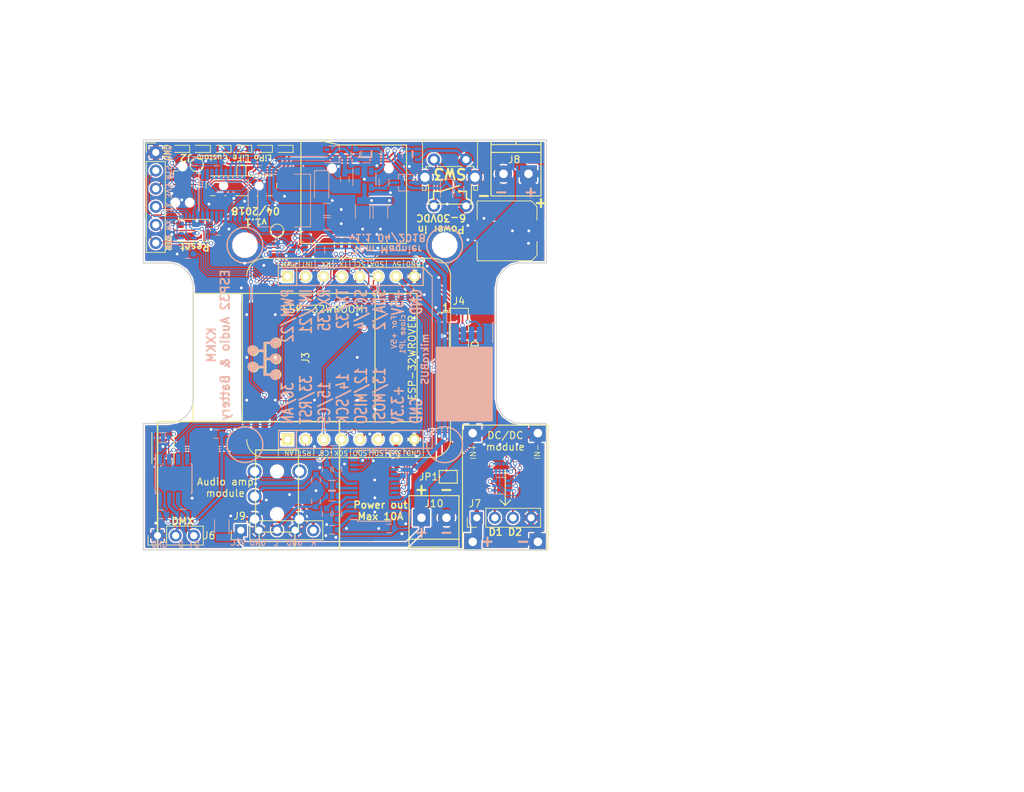
<source format=kicad_pcb>
(kicad_pcb (version 20171130) (host pcbnew 5.0.0)
  (title_block (title "ESP32 Audio & Battery module") (date 2018-03-29) (rev 1.1) (company KXKM) (comment 1 "Tom Magnier") (comment 2 "Fits enclosures Hammond 1593K / L / X"))
  (layers (0 F.Cu signal) (31 B.Cu signal) (34 B.Paste user) (35 F.Paste user) (36 B.SilkS user) (37 F.SilkS user) (38 B.Mask user) (39 F.Mask user) (44 Edge.Cuts user))
  (net 0 "")
  (net 1 GND)
  (net 2 /ESP32_EN)
  (net 3 +3V3)
  (net 4 +BATT)
  (net 5 "Net-(C7-Pad2)")
  (net 6 "Net-(C7-Pad1)")
  (net 7 "Net-(C8-Pad2)")
  (net 8 "Net-(C16-Pad2)")
  (net 9 "Net-(C16-Pad1)")
  (net 10 "Net-(C17-Pad1)")
  (net 11 "Net-(C18-Pad1)")
  (net 12 "/Battery monitoring/VBAT_MEAS")
  (net 13 "/Battery monitoring/STM32_RESET")
  (net 14 "/Battery monitoring/3.3V_EN")
  (net 15 "/Battery monitoring/EN_PUSH_BUTTON")
  (net 16 "Net-(D1-Pad3)")
  (net 17 "Net-(D4-Pad2)")
  (net 18 /PROG_RTS)
  (net 19 "Net-(J1-Pad4)")
  (net 20 /ESP32_TXO)
  (net 21 /PROG_DTR)
  (net 22 "/Battery monitoring/STM32_BOOT")
  (net 23 /ADC_IN)
  (net 24 /LED_DATA_1)
  (net 25 /SPI_CS)
  (net 26 /SPI_SCK)
  (net 27 /SPI_MISO)
  (net 28 /SPI_MOSI)
  (net 29 +5V)
  (net 30 /I2C_SDA)
  (net 31 /I2C_SCL)
  (net 32 /DMX_DI)
  (net 33 /DMX_RO)
  (net 34 /DMX_DE)
  (net 35 /LED_DATA_2)
  (net 36 "Net-(J5-Pad1)")
  (net 37 /SD_CS)
  (net 38 /SD_DI)
  (net 39 /SD_SCK)
  (net 40 /SD_DO)
  (net 41 "Net-(J5-Pad8)")
  (net 42 "Net-(J6-Pad2)")
  (net 43 "Net-(J6-Pad3)")
  (net 44 /LED_DATA_OUT_1)
  (net 45 /LED_DATA_OUT_2)
  (net 46 VBUS)
  (net 47 "/Battery monitoring/BATT_TYPE_1")
  (net 48 "/Battery monitoring/BATT_TYPE_2")
  (net 49 "Net-(P1-Pad6)")
  (net 50 "Net-(Q1-Pad5)")
  (net 51 "Net-(Q1-Pad2)")
  (net 52 /ESP32_BOOT)
  (net 53 "/Battery monitoring/MAIN_OUT_EN")
  (net 54 "Net-(Q3-Pad6)")
  (net 55 /ESP32_RXI)
  (net 56 "/Battery monitoring/ESP32_EN")
  (net 57 "/Battery monitoring/LOAD_I_SENSE")
  (net 58 "Net-(R13-Pad2)")
  (net 59 "Net-(R14-Pad2)")
  (net 60 "/Battery monitoring/LED_BAR_1")
  (net 61 "/Battery monitoring/LED_BAR_3")
  (net 62 "/Battery monitoring/LED_BAR_2")
  (net 63 "/Battery monitoring/LED_BAR_4")
  (net 64 /GP_PUSH_BTN)
  (net 65 "Net-(SW4-Pad4)")
  (net 66 /I2S_DATA)
  (net 67 "Net-(U1-Pad32)")
  (net 68 "Net-(U1-Pad28)")
  (net 69 "Net-(U1-Pad27)")
  (net 70 "Net-(U1-Pad22)")
  (net 71 "Net-(U1-Pad21)")
  (net 72 "Net-(U1-Pad20)")
  (net 73 "Net-(U1-Pad19)")
  (net 74 "Net-(U1-Pad18)")
  (net 75 "Net-(U1-Pad17)")
  (net 76 /I2S_BCK)
  (net 77 /I2S_LRCK)
  (net 78 "Net-(U1-Pad5)")
  (net 79 "Net-(U6-Pad13)")
  (net 80 "Net-(U6-Pad14)")
  (net 81 "Net-(U6-Pad15)")
  (net 82 "Net-(U6-Pad19)")
  (net 83 "Net-(U7-Pad3)")
  (net 84 "Net-(R8-Pad1)")
  (net 85 /Audio/AUDIO_R)
  (net 86 /Audio/AUDIO_L)
  (net 87 +VSW)
  (net 88 "Net-(D5-Pad1)")
  (net 89 "Net-(D10-Pad1)")
  (net 90 "Net-(D10-Pad2)")
  (net 91 "Net-(D6-Pad1)")
  (module MIKROBUS_HOST_CONN (layer F.Cu) (at 123.21 122.5 90)
    (fp_text reference J3 (at 11.43 2.54 90) (layer F.SilkS) (effects (font (size 1 0.9))))
    (fp_text value mikroBUS_socket hide)
    (pad 1 thru_hole rect (at 0 0 90) (size 1.6764 1.6764) (drill 0.889) (layers *.Cu *.Mask F.SilkS) (net 23 /ADC_IN))
    (pad 2 thru_hole circle (at 0 2.54 90) (size 1.524 1.524) (drill 0.889) (layers *.Cu *.Mask F.SilkS) (net 34 /DMX_DE))
    (pad 3 thru_hole circle (at 0 5.08 90) (size 1.524 1.524) (drill 0.889) (layers *.Cu *.Mask F.SilkS) (net 25 /SPI_CS))
    (pad 4 thru_hole circle (at 0 7.62 90) (size 1.524 1.524) (drill 0.889) (layers *.Cu *.Mask F.SilkS) (net 26 /SPI_SCK))
    (pad 5 thru_hole circle (at 0 10.16 90) (size 1.524 1.524) (drill 0.889) (layers *.Cu *.Mask F.SilkS) (net 27 /SPI_MISO))
    (pad 6 thru_hole circle (at 0 12.7 90) (size 1.524 1.524) (drill 0.889) (layers *.Cu *.Mask F.SilkS) (net 28 /SPI_MOSI))
    (pad 7 thru_hole circle (at 0 15.24 90) (size 1.524 1.524) (drill 0.889) (layers *.Cu *.Mask F.SilkS) (net 3 +3V3))
    (pad 8 thru_hole circle (at 0 17.78 90) (size 1.524 1.524) (drill 0.889) (layers *.Cu *.Mask F.SilkS) (net 1 GND))
    (pad 9 thru_hole circle (at 22.86 17.78 90) (size 1.524 1.524) (drill 0.889) (layers *.Cu *.Mask F.SilkS) (net 1 GND))
    (pad 10 thru_hole circle (at 22.86 15.24 90) (size 1.524 1.524) (drill 0.889) (layers *.Cu *.Mask F.SilkS) (net 29 +5V))
    (pad 11 thru_hole circle (at 22.86 12.7 90) (size 1.524 1.524) (drill 0.889) (layers *.Cu *.Mask F.SilkS) (net 30 /I2C_SDA))
    (pad 12 thru_hole circle (at 22.86 10.16 90) (size 1.524 1.524) (drill 0.889) (layers *.Cu *.Mask F.SilkS) (net 31 /I2C_SCL))
    (pad 13 thru_hole circle (at 22.86 7.62 90) (size 1.524 1.524) (drill 0.889) (layers *.Cu *.Mask F.SilkS) (net 32 /DMX_DI))
    (pad 14 thru_hole circle (at 22.86 5.08 90) (size 1.524 1.524) (drill 0.889) (layers *.Cu *.Mask F.SilkS) (net 33 /DMX_RO))
    (pad 15 thru_hole circle (at 22.86 2.54 90) (size 1.524 1.524) (drill 0.889) (layers *.Cu *.Mask F.SilkS) (net 24 /LED_DATA_1))
    (pad 16 thru_hole rect (at 22.86 0 90) (size 1.524 1.524) (drill 0.889) (layers *.Cu *.Mask F.SilkS) (net 35 /LED_DATA_2))
  )
  (module LEDs:LED_0603 (layer F.Cu) (at 119.8 81.75 180)
    (fp_text reference D9)
    (fp_text value Yellow)
    (pad 2 smd rect (at 0.8 0) (size 0.8 0.8) (layers F.Cu F.Paste F.Mask) (net 89 "Net-(D10-Pad1)"))
    (pad 1 smd rect (at -0.8 0) (size 0.8 0.8) (layers F.Cu F.Paste F.Mask) (net 90 "Net-(D10-Pad2)"))
  )
  (module LEDs:LED_0603 (layer F.Cu) (at 108.2 81.75 180)
    (fp_text reference D5)
    (fp_text value Green hide)
    (pad 2 smd rect (at 0.8 0) (size 0.8 0.8) (layers F.Cu F.Paste F.Mask) (net 90 "Net-(D10-Pad2)"))
    (pad 1 smd rect (at -0.8 0) (size 0.8 0.8) (layers F.Cu F.Paste F.Mask) (net 88 "Net-(D5-Pad1)"))
  )
  (module LEDs:LED_0603 (layer F.Cu) (at 114 81.75 180)
    (fp_text reference D7)
    (fp_text value Green hide)
    (pad 2 smd rect (at 0.8 0) (size 0.8 0.8) (layers F.Cu F.Paste F.Mask) (net 91 "Net-(D6-Pad1)"))
    (pad 1 smd rect (at -0.8 0) (size 0.8 0.8) (layers F.Cu F.Paste F.Mask) (net 88 "Net-(D5-Pad1)"))
  )
  (module LEDs:LED_0603 (layer F.Cu) (at 122.7 81.75 180)
    (fp_text reference D10)
    (fp_text value Red)
    (pad 2 smd rect (at 0.8 0) (size 0.8 0.8) (layers F.Cu F.Paste F.Mask) (net 90 "Net-(D10-Pad2)"))
    (pad 1 smd rect (at -0.8 0) (size 0.8 0.8) (layers F.Cu F.Paste F.Mask) (net 89 "Net-(D10-Pad1)"))
  )
  (module LEDs:LED_0603 (layer F.Cu) (at 116.9 81.75 180)
    (fp_text reference D8)
    (fp_text value Yellow hide)
    (pad 2 smd rect (at 0.8 0) (size 0.8 0.8) (layers F.Cu F.Paste F.Mask) (net 88 "Net-(D5-Pad1)"))
    (pad 1 smd rect (at -0.8 0) (size 0.8 0.8) (layers F.Cu F.Paste F.Mask) (net 90 "Net-(D10-Pad2)"))
  )
  (module LEDs:LED_0603 (layer F.Cu) (at 111.1 81.75 180)
    (fp_text reference D6)
    (fp_text value Green)
    (pad 2 smd rect (at 0.8 0) (size 0.8 0.8) (layers F.Cu F.Paste F.Mask) (net 88 "Net-(D5-Pad1)"))
    (pad 1 smd rect (at -0.8 0) (size 0.8 0.8) (layers F.Cu F.Paste F.Mask) (net 91 "Net-(D6-Pad1)"))
  )
  (module Capacitors_SMD:C_0603 (layer B.Cu) (at 109.25 96.5 180)
    (fp_text reference C1)
    (fp_text value 1uF hide)
    (pad 2 smd rect (at 0.75 0 180) (size 0.8 0.75) (layers B.Cu B.Paste B.Mask) (net 1 GND))
    (pad 1 smd rect (at -0.75 0 180) (size 0.8 0.75) (layers B.Cu B.Paste B.Mask) (net 2 /ESP32_EN))
  )
  (module Capacitors_SMD:C_0603 (layer B.Cu) (at 113.25 121.75 180)
    (fp_text reference C2)
    (fp_text value 0.1uF hide)
    (pad 2 smd rect (at 0.75 0 180) (size 0.8 0.75) (layers B.Cu B.Paste B.Mask) (net 1 GND))
    (pad 1 smd rect (at -0.75 0 180) (size 0.8 0.75) (layers B.Cu B.Paste B.Mask) (net 3 +3V3))
  )
  (module Capacitors_SMD:C_0603 (layer B.Cu) (at 105.5 133 180)
    (fp_text reference C3)
    (fp_text value 0.1uF hide)
    (pad 2 smd rect (at 0.75 0 180) (size 0.8 0.75) (layers B.Cu B.Paste B.Mask) (net 1 GND))
    (pad 1 smd rect (at -0.75 0 180) (size 0.8 0.75) (layers B.Cu B.Paste B.Mask) (net 3 +3V3))
  )
  (module Capacitors_SMD:C_1206 (layer B.Cu) (at 136.25 90.5 270)
    (fp_text reference C4)
    (fp_text value 10uF,50V hide)
    (pad 1 smd rect (at -1.5 0 270) (size 1 1.6) (layers B.Cu B.Paste B.Mask) (net 4 +BATT))
    (pad 2 smd rect (at 1.5 0 270) (size 1 1.6) (layers B.Cu B.Paste B.Mask) (net 1 GND))
  )
  (module Capacitors_SMD:C_1206 (layer B.Cu) (at 133.75 90.5 270)
    (fp_text reference C5)
    (fp_text value 10uF,50V hide)
    (pad 1 smd rect (at -1.5 0 270) (size 1 1.6) (layers B.Cu B.Paste B.Mask) (net 4 +BATT))
    (pad 2 smd rect (at 1.5 0 270) (size 1 1.6) (layers B.Cu B.Paste B.Mask) (net 1 GND))
  )
  (module Capacitors_SMD:CP_Elec_8x10 (layer F.Cu) (at 154 93.25 180)
    (fp_text reference C6 hide)
    (fp_text value 100uF,50V hide)
    (fp_text user + (at -4.78 3.9 180) (layer F.SilkS))
    (pad 1 smd rect (at -3.05 0) (size 4 2.5) (layers F.Cu F.Paste F.Mask) (net 4 +BATT))
    (pad 2 smd rect (at 3.05 0) (size 4 2.5) (layers F.Cu F.Paste F.Mask) (net 1 GND))
  )
  (module Capacitors_SMD:C_0603 (layer B.Cu) (at 131.25 86 270)
    (fp_text reference C7)
    (fp_text value 0.1uF hide)
    (pad 2 smd rect (at 0.75 0 270) (size 0.8 0.75) (layers B.Cu B.Paste B.Mask) (net 5 "Net-(C7-Pad2)"))
    (pad 1 smd rect (at -0.75 0 270) (size 0.8 0.75) (layers B.Cu B.Paste B.Mask) (net 6 "Net-(C7-Pad1)"))
  )
  (module Capacitors_SMD:C_0603 (layer B.Cu) (at 132.75 82.5 90)
    (fp_text reference C8)
    (fp_text value 20pF hide)
    (pad 2 smd rect (at 0.75 0 90) (size 0.8 0.75) (layers B.Cu B.Paste B.Mask) (net 7 "Net-(C8-Pad2)"))
    (pad 1 smd rect (at -0.75 0 90) (size 0.8 0.75) (layers B.Cu B.Paste B.Mask) (net 3 +3V3))
  )
  (module Capacitors_SMD:C_0805 (layer B.Cu) (at 128.75 90.25)
    (fp_text reference C9)
    (fp_text value 10uF,10V hide)
    (pad 1 smd rect (at -1 0) (size 1 1.25) (layers B.Cu B.Paste B.Mask) (net 3 +3V3))
    (pad 2 smd rect (at 1 0) (size 1 1.25) (layers B.Cu B.Paste B.Mask) (net 1 GND))
  )
  (module Capacitors_SMD:C_0805 (layer B.Cu) (at 128.75 92.25)
    (fp_text reference C10)
    (fp_text value 10uF,10V hide)
    (pad 1 smd rect (at -1 0) (size 1 1.25) (layers B.Cu B.Paste B.Mask) (net 3 +3V3))
    (pad 2 smd rect (at 1 0) (size 1 1.25) (layers B.Cu B.Paste B.Mask) (net 1 GND))
  )
  (module Capacitors_SMD:C_0805 (layer B.Cu) (at 129.75 124.25)
    (fp_text reference C11)
    (fp_text value 10uF,10V hide)
    (pad 1 smd rect (at -1 0) (size 1 1.25) (layers B.Cu B.Paste B.Mask) (net 3 +3V3))
    (pad 2 smd rect (at 1 0) (size 1 1.25) (layers B.Cu B.Paste B.Mask) (net 1 GND))
  )
  (module Capacitors_SMD:C_0603 (layer B.Cu) (at 128.706908 126.698984 270)
    (fp_text reference C12)
    (fp_text value 1uF hide)
    (pad 2 smd rect (at 0.75 0 270) (size 0.8 0.75) (layers B.Cu B.Paste B.Mask) (net 1 GND))
    (pad 1 smd rect (at -0.75 0 270) (size 0.8 0.75) (layers B.Cu B.Paste B.Mask) (net 3 +3V3))
  )
  (module Capacitors_SMD:C_0603 (layer B.Cu) (at 129.456908 135.198984 180)
    (fp_text reference C13)
    (fp_text value 0.1uF hide)
    (pad 2 smd rect (at 0.75 0 180) (size 0.8 0.75) (layers B.Cu B.Paste B.Mask) (net 1 GND))
    (pad 1 smd rect (at -0.75 0 180) (size 0.8 0.75) (layers B.Cu B.Paste B.Mask) (net 3 +3V3))
  )
  (module Capacitors_SMD:C_0603 (layer B.Cu) (at 137.45 135 180)
    (fp_text reference C14)
    (fp_text value 0.1uF hide)
    (pad 2 smd rect (at 0.75 0 180) (size 0.8 0.75) (layers B.Cu B.Paste B.Mask) (net 1 GND))
    (pad 1 smd rect (at -0.75 0 180) (size 0.8 0.75) (layers B.Cu B.Paste B.Mask) (net 3 +3V3))
  )
  (module Capacitors_SMD:C_0603 (layer B.Cu) (at 130.206908 126.698984 90)
    (fp_text reference C15)
    (fp_text value 0.1uF hide)
    (pad 2 smd rect (at 0.75 0 90) (size 0.8 0.75) (layers B.Cu B.Paste B.Mask) (net 1 GND))
    (pad 1 smd rect (at -0.75 0 90) (size 0.8 0.75) (layers B.Cu B.Paste B.Mask) (net 3 +3V3))
  )
  (module Capacitors_SMD:C_0603 (layer B.Cu) (at 130.206908 132.948984 90)
    (fp_text reference C16)
    (fp_text value 2.2uF,25V hide)
    (pad 2 smd rect (at 0.75 0 90) (size 0.8 0.75) (layers B.Cu B.Paste B.Mask) (net 8 "Net-(C16-Pad2)"))
    (pad 1 smd rect (at -0.75 0 90) (size 0.8 0.75) (layers B.Cu B.Paste B.Mask) (net 9 "Net-(C16-Pad1)"))
  )
  (module Capacitors_SMD:C_0603 (layer B.Cu) (at 128.706908 132.948984 270)
    (fp_text reference C17)
    (fp_text value 2.2uF,25V hide)
    (pad 2 smd rect (at 0.75 0 270) (size 0.8 0.75) (layers B.Cu B.Paste B.Mask) (net 1 GND))
    (pad 1 smd rect (at -0.75 0 270) (size 0.8 0.75) (layers B.Cu B.Paste B.Mask) (net 10 "Net-(C17-Pad1)"))
  )
  (module Capacitors_SMD:C_0603 (layer B.Cu) (at 139.75 132.75 270)
    (fp_text reference C18)
    (fp_text value 0.1uF hide)
    (pad 2 smd rect (at 0.75 0 270) (size 0.8 0.75) (layers B.Cu B.Paste B.Mask) (net 1 GND))
    (pad 1 smd rect (at -0.75 0 270) (size 0.8 0.75) (layers B.Cu B.Paste B.Mask) (net 11 "Net-(C18-Pad1)"))
  )
  (module Capacitors_SMD:C_0603 (layer B.Cu) (at 127.206908 128.198984 270)
    (fp_text reference C19)
    (fp_text value 2.2nF hide)
    (pad 2 smd rect (at 0.75 0 270) (size 0.8 0.75) (layers B.Cu B.Paste B.Mask) (net 1 GND))
    (pad 1 smd rect (at -0.75 0 270) (size 0.8 0.75) (layers B.Cu B.Paste B.Mask) (net 85 /Audio/AUDIO_R))
  )
  (module Capacitors_SMD:C_0603 (layer B.Cu) (at 127.206908 131.198984 90)
    (fp_text reference C20)
    (fp_text value 2.2nF hide)
    (pad 2 smd rect (at 0.75 0 90) (size 0.8 0.75) (layers B.Cu B.Paste B.Mask) (net 1 GND))
    (pad 1 smd rect (at -0.75 0 90) (size 0.8 0.75) (layers B.Cu B.Paste B.Mask) (net 86 /Audio/AUDIO_L))
  )
  (module Capacitors_SMD:C_0603 (layer B.Cu) (at 119.25 83.5)
    (fp_text reference C21)
    (fp_text value 2.2nF hide)
    (pad 2 smd rect (at 0.75 0) (size 0.8 0.75) (layers B.Cu B.Paste B.Mask) (net 1 GND))
    (pad 1 smd rect (at -0.75 0) (size 0.8 0.75) (layers B.Cu B.Paste B.Mask) (net 12 "/Battery monitoring/VBAT_MEAS"))
  )
  (module Capacitors_SMD:C_0603 (layer B.Cu) (at 113.25 83.5 180)
    (fp_text reference C22)
    (fp_text value 0.1uF hide)
    (pad 2 smd rect (at 0.75 0 180) (size 0.8 0.75) (layers B.Cu B.Paste B.Mask) (net 1 GND))
    (pad 1 smd rect (at -0.75 0 180) (size 0.8 0.75) (layers B.Cu B.Paste B.Mask) (net 3 +3V3))
  )
  (module Capacitors_SMD:C_0603 (layer B.Cu) (at 113.5 93.25)
    (fp_text reference C23)
    (fp_text value 0.1uF hide)
    (pad 2 smd rect (at 0.75 0) (size 0.8 0.75) (layers B.Cu B.Paste B.Mask) (net 1 GND))
    (pad 1 smd rect (at -0.75 0) (size 0.8 0.75) (layers B.Cu B.Paste B.Mask) (net 3 +3V3))
  )
  (module Capacitors_SMD:C_0603 (layer B.Cu) (at 110.25 83.5)
    (fp_text reference C24)
    (fp_text value 0.1uF hide)
    (pad 2 smd rect (at 0.75 0) (size 0.8 0.75) (layers B.Cu B.Paste B.Mask) (net 1 GND))
    (pad 1 smd rect (at -0.75 0) (size 0.8 0.75) (layers B.Cu B.Paste B.Mask) (net 13 "/Battery monitoring/STM32_RESET"))
  )
  (module TO_SOT_Packages_SMD:SOT-323_SC-70 (layer B.Cu) (at 139.5 86.5 180)
    (fp_text reference D1)
    (fp_text value BAT54CW hide)
    (pad 1 smd rect (at -1 0.65 270) (size 0.45 0.7) (layers B.Cu B.Paste B.Mask) (net 14 "/Battery monitoring/3.3V_EN"))
    (pad 2 smd rect (at -1 -0.65 270) (size 0.45 0.7) (layers B.Cu B.Paste B.Mask) (net 15 "/Battery monitoring/EN_PUSH_BUTTON"))
    (pad 3 smd rect (at 1 0 270) (size 0.45 0.7) (layers B.Cu B.Paste B.Mask) (net 16 "Net-(D1-Pad3)"))
  )
  (module Diodes_SMD:D_SOD-323 (layer B.Cu) (at 145.5 87.5 270)
    (fp_text reference D2)
    (fp_text value Zener,3V,300mW hide)
    (pad 1 smd rect (at -1.05 0 270) (size 0.6 0.45) (layers B.Cu B.Paste B.Mask) (net 15 "/Battery monitoring/EN_PUSH_BUTTON"))
    (pad 2 smd rect (at 1.05 0 270) (size 0.6 0.45) (layers B.Cu B.Paste B.Mask) (net 1 GND))
  )
  (module TO_SOT_Packages_SMD:SOT-323_SC-70 (layer B.Cu) (at 129.75 82.5)
    (fp_text reference D4)
    (fp_text value BAT54CW hide)
    (pad 1 smd rect (at -1 0.65 90) (size 0.45 0.7) (layers B.Cu B.Paste B.Mask) (net 3 +3V3))
    (pad 2 smd rect (at -1 -0.65 90) (size 0.45 0.7) (layers B.Cu B.Paste B.Mask) (net 17 "Net-(D4-Pad2)"))
    (pad 3 smd rect (at 1 0 90) (size 0.45 0.7) (layers B.Cu B.Paste B.Mask) (net 6 "Net-(C7-Pad1)"))
  )
  (module Pin_Headers:Pin_Header_Straight_1x06_Pitch2.54mm (layer F.Cu) (at 104.75 82.25)
    (fp_text reference J1 hide)
    (fp_text value Conn_01x06 hide)
    (pad 1 thru_hole rect (at 0 0) (size 1.7 1.7) (drill 1) (layers *.Cu *.Mask) (net 1 GND))
    (pad 2 thru_hole oval (at 0 2.54) (size 1.7 1.7) (drill 1) (layers *.Cu *.Mask) (net 18 /PROG_RTS))
    (pad 3 thru_hole oval (at 0 5.08) (size 1.7 1.7) (drill 1) (layers *.Cu *.Mask) (net 3 +3V3))
    (pad 4 thru_hole oval (at 0 7.62) (size 1.7 1.7) (drill 1) (layers *.Cu *.Mask) (net 19 "Net-(J1-Pad4)"))
    (pad 5 thru_hole oval (at 0 10.16) (size 1.7 1.7) (drill 1) (layers *.Cu *.Mask) (net 20 /ESP32_TXO))
    (pad 6 thru_hole oval (at 0 12.7) (size 1.7 1.7) (drill 1) (layers *.Cu *.Mask) (net 21 /PROG_DTR))
  )
  (module tom_kicad_lib:microSD-Receptacle-SelfEject (layer F.Cu) (at 132.5 84.5 180)
    (fp_text reference J5)
    (fp_text value Micro_SD_Card hide)
    (pad 9 smd rect (at -7.75 -0.4) (size 1.2 2.2) (layers F.Cu F.Paste F.Mask) (net 1 GND))
    (pad 1 smd rect (at 2.25 -10.5) (size 0.7 1.6) (layers F.Cu F.Paste F.Mask) (net 36 "Net-(J5-Pad1)"))
    (pad 2 smd rect (at 1.15 -10.5) (size 0.7 1.6) (layers F.Cu F.Paste F.Mask) (net 37 /SD_CS))
    (pad 3 smd rect (at 0.05 -10.5) (size 0.7 1.6) (layers F.Cu F.Paste F.Mask) (net 38 /SD_DI))
    (pad 4 smd rect (at -1.05 -10.5) (size 0.7 1.6) (layers F.Cu F.Paste F.Mask) (net 3 +3V3))
    (pad 5 smd rect (at -2.15 -10.5) (size 0.7 1.6) (layers F.Cu F.Paste F.Mask) (net 39 /SD_SCK))
    (pad 6 smd rect (at -3.25 -10.5) (size 0.7 1.6) (layers F.Cu F.Paste F.Mask) (net 1 GND))
    (pad 7 smd rect (at -4.35 -10.5) (size 0.7 1.6) (layers F.Cu F.Paste F.Mask) (net 40 /SD_DO))
    (pad 8 smd rect (at -5.45 -10.5) (size 0.7 1.6) (layers F.Cu F.Paste F.Mask) (net 41 "Net-(J5-Pad8)"))
    (pad Cd smd rect (at -6.55 -10.5) (size 0.7 1.6) (layers F.Cu F.Paste F.Mask))
    (pad 9 smd rect (at -7.75 -10) (size 1.2 1.4) (layers F.Cu F.Paste F.Mask) (net 1 GND))
    (pad 9 smd rect (at 6.85 -10) (size 1.6 1.4) (layers F.Cu F.Paste F.Mask) (net 1 GND))
    (pad 9 smd rect (at 7.75 -0.4) (size 1.2 2.2) (layers F.Cu F.Paste F.Mask) (net 1 GND))
    (pad "" np_thru_hole circle (at 3.05 0) (size 1 1) (drill 1) (layers *.Cu *.Mask))
    (pad "" np_thru_hole circle (at -4.93 0) (size 1 1) (drill 1) (layers *.Cu *.Mask))
  )
  (module Pin_Headers:Pin_Header_Straight_1x03_Pitch2.54mm (layer F.Cu) (at 105 136 90)
    (fp_text reference J6 (at 0 7.25 180) (layer F.SilkS))
    (fp_text value Conn_01x03 hide)
    (pad 1 thru_hole rect (at 0 0 90) (size 1.7 1.7) (drill 1) (layers *.Cu *.Mask) (net 1 GND))
    (pad 2 thru_hole oval (at 0 2.54 90) (size 1.7 1.7) (drill 1) (layers *.Cu *.Mask) (net 42 "Net-(J6-Pad2)"))
    (pad 3 thru_hole oval (at 0 5.08 90) (size 1.7 1.7) (drill 1) (layers *.Cu *.Mask) (net 43 "Net-(J6-Pad3)"))
  )
  (module Pin_Headers:Pin_Header_Straight_1x04_Pitch2.54mm (layer F.Cu) (at 149.75 133.5 90)
    (fp_text reference J7 (at 2 -0.25 180) (layer F.SilkS))
    (fp_text value Conn_01x04 hide)
    (pad 1 thru_hole rect (at 0 0 90) (size 1.7 1.7) (drill 1) (layers *.Cu *.Mask) (net 46 VBUS))
    (pad 2 thru_hole oval (at 0 2.54 90) (size 1.7 1.7) (drill 1) (layers *.Cu *.Mask) (net 44 /LED_DATA_OUT_1))
    (pad 3 thru_hole oval (at 0 5.08 90) (size 1.7 1.7) (drill 1) (layers *.Cu *.Mask) (net 45 /LED_DATA_OUT_2))
    (pad 4 thru_hole oval (at 0 7.62 90) (size 1.7 1.7) (drill 1) (layers *.Cu *.Mask) (net 1 GND))
  )
  (module Connectors_Terminal_Blocks:TerminalBlock_Pheonix_PT-3.5mm_2pol (layer F.Cu) (at 157 85.25 180)
    (fp_text reference J8 (at 2 2 180) (layer F.SilkS))
    (fp_text value Conn_01x02 hide)
    (pad 2 thru_hole circle (at 3.5 0 180) (size 2.4 2.4) (drill 1.2) (layers *.Cu *.Mask) (net 1 GND))
    (pad 1 thru_hole rect (at 0 0 180) (size 2.4 2.4) (drill 1.2) (layers *.Cu *.Mask) (net 4 +BATT))
  )
  (module Connectors_Terminal_Blocks:TerminalBlock_Pheonix_PT-3.5mm_2pol (layer F.Cu) (at 142 133.5)
    (fp_text reference J10 (at 1.75 -2) (layer F.SilkS))
    (fp_text value Conn_01x02 hide)
    (pad 2 thru_hole circle (at 3.5 0) (size 2.4 2.4) (drill 1.2) (layers *.Cu *.Mask) (net 1 GND))
    (pad 1 thru_hole rect (at 0 0) (size 2.4 2.4) (drill 1.2) (layers *.Cu *.Mask) (net 87 +VSW))
  )
  (module tom_kicad_lib:Jack_3.5mm_stereo_PJ-313D (layer F.Cu) (at 121.75 131 90)
    (fp_text reference J12)
    (fp_text value Audio-Jack-3 hide)
    (pad 3 thru_hole circle (at -2.7 -3.15 90) (size 2 2) (drill 1.3) (layers *.Cu *.Mask) (net 1 GND))
    (pad 3 thru_hole circle (at -2.7 3.15 90) (size 2 2) (drill 1.3) (layers *.Cu *.Mask) (net 1 GND))
    (pad 2 thru_hole circle (at 0.5 -3.15 90) (size 2 2) (drill 1.3) (layers *.Cu *.Mask) (net 85 /Audio/AUDIO_R))
    (pad 1 thru_hole circle (at 4 -3.15 90) (size 2 2) (drill 1.3) (layers *.Cu *.Mask) (net 86 /Audio/AUDIO_L))
    (pad 1 thru_hole circle (at 4 3.15 90) (size 2 2) (drill 1.3) (layers *.Cu *.Mask) (net 86 /Audio/AUDIO_L))
    (pad "" np_thru_hole circle (at 4 0 90) (size 1.6 1.6) (drill 1.6) (layers *.Cu *.Mask))
    (pad "" np_thru_hole circle (at -2 0 90) (size 1.6 1.6) (drill 1.6) (layers *.Cu *.Mask))
  )
  (module tom_kicad_lib:Solder_Jumper_2_open (layer F.Cu) (at 145.75 127.75 270)
    (fp_text reference JP1 (at 0 2.75) (layer F.SilkS))
    (fp_text value Jumper_NO_Small hide)
    (pad 1 smd rect (at 0 -0.635 270) (size 1.27 0.9652) (layers F.Cu F.Mask) (net 46 VBUS))
    (pad 2 smd rect (at 0 0.635 270) (size 1.27 0.9652) (layers F.Cu F.Mask) (net 29 +5V))
  )
  (module Inductors_SMD:L_7.3x7.3_H4.5 (layer B.Cu) (at 122.75 89 270)
    (fp_text reference L1)
    (fp_text value 15uH,1.5A hide)
    (pad 1 smd rect (at -3.2 0 270) (size 1.5 2.2) (layers B.Cu B.Paste B.Mask) (net 5 "Net-(C7-Pad2)"))
    (pad 2 smd rect (at 3.2 0 270) (size 1.5 2.2) (layers B.Cu B.Paste B.Mask) (net 3 +3V3))
  )
  (module Connectors:Tag-Connect_TC2030-IDC-NL (layer F.Cu) (at 108.5 86.75 270)
    (fp_text reference P1 hide)
    (fp_text value TC_SWD hide)
    (pad "" np_thru_hole circle (at 2.54 -1.016 270) (size 0.9906 0.9906) (drill 0.9906) (layers *.Cu *.Mask))
    (pad "" np_thru_hole circle (at 2.54 1.016 270) (size 0.9906 0.9906) (drill 0.9906) (layers *.Cu *.Mask))
    (pad "" np_thru_hole circle (at -2.54 0 270) (size 0.9906 0.9906) (drill 0.9906) (layers *.Cu *.Mask))
    (pad 1 connect circle (at -1.27 0.635 270) (size 0.7874 0.7874) (layers F.Cu F.Mask) (net 3 +3V3))
    (pad 2 connect circle (at -1.27 -0.635 270) (size 0.7874 0.7874) (layers F.Cu F.Mask) (net 47 "/Battery monitoring/BATT_TYPE_1"))
    (pad 3 connect circle (at 0 0.635 270) (size 0.7874 0.7874) (layers F.Cu F.Mask) (net 13 "/Battery monitoring/STM32_RESET"))
    (pad 4 connect circle (at 0 -0.635 270) (size 0.7874 0.7874) (layers F.Cu F.Mask) (net 48 "/Battery monitoring/BATT_TYPE_2"))
    (pad 5 connect circle (at 1.27 0.635 270) (size 0.7874 0.7874) (layers F.Cu F.Mask) (net 1 GND))
    (pad 6 connect circle (at 1.27 -0.635 270) (size 0.7874 0.7874) (layers F.Cu F.Mask) (net 49 "Net-(P1-Pad6)"))
  )
  (module TO_SOT_Packages_SMD:SOT-363_SC-70-6 (layer B.Cu) (at 109.25 94.25)
    (fp_text reference Q1)
    (fp_text value DMN63D8LDW hide)
    (pad 1 smd rect (at -0.95 0.65) (size 0.65 0.4) (layers B.Cu B.Paste B.Mask) (net 21 /PROG_DTR))
    (pad 3 smd rect (at -0.95 -0.65) (size 0.65 0.4) (layers B.Cu B.Paste B.Mask) (net 2 /ESP32_EN))
    (pad 5 smd rect (at 0.95 0) (size 0.65 0.4) (layers B.Cu B.Paste B.Mask) (net 50 "Net-(Q1-Pad5)"))
    (pad 2 smd rect (at -0.95 0) (size 0.65 0.4) (layers B.Cu B.Paste B.Mask) (net 51 "Net-(Q1-Pad2)"))
    (pad 4 smd rect (at 0.95 -0.65) (size 0.65 0.4) (layers B.Cu B.Paste B.Mask) (net 18 /PROG_RTS))
    (pad 6 smd rect (at 0.95 0.65) (size 0.65 0.4) (layers B.Cu B.Paste B.Mask) (net 52 /ESP32_BOOT))
  )
  (module TO_SOT_Packages_SMD:SOT-363_SC-70-6 (layer B.Cu) (at 153.2 129)
    (fp_text reference Q2)
    (fp_text value DMN63D8LDW hide)
    (pad 1 smd rect (at -0.95 0.65) (size 0.65 0.4) (layers B.Cu B.Paste B.Mask) (net 35 /LED_DATA_2))
    (pad 3 smd rect (at -0.95 -0.65) (size 0.65 0.4) (layers B.Cu B.Paste B.Mask) (net 44 /LED_DATA_OUT_1))
    (pad 5 smd rect (at 0.95 0) (size 0.65 0.4) (layers B.Cu B.Paste B.Mask) (net 3 +3V3))
    (pad 2 smd rect (at -0.95 0) (size 0.65 0.4) (layers B.Cu B.Paste B.Mask) (net 3 +3V3))
    (pad 4 smd rect (at 0.95 -0.65) (size 0.65 0.4) (layers B.Cu B.Paste B.Mask) (net 24 /LED_DATA_1))
    (pad 6 smd rect (at 0.95 0.65) (size 0.65 0.4) (layers B.Cu B.Paste B.Mask) (net 45 /LED_DATA_OUT_2))
  )
  (module TO_SOT_Packages_SMD:SOT-363_SC-70-6 (layer B.Cu) (at 124.75 95.9)
    (fp_text reference Q3)
    (fp_text value DMN63D8LDW hide)
    (pad 1 smd rect (at -0.95 0.65) (size 0.65 0.4) (layers B.Cu B.Paste B.Mask) (net 1 GND))
    (pad 3 smd rect (at -0.95 -0.65) (size 0.65 0.4) (layers B.Cu B.Paste B.Mask) (net 30 /I2C_SDA))
    (pad 5 smd rect (at 0.95 0) (size 0.65 0.4) (layers B.Cu B.Paste B.Mask) (net 3 +3V3))
    (pad 2 smd rect (at -0.95 0) (size 0.65 0.4) (layers B.Cu B.Paste B.Mask) (net 53 "/Battery monitoring/MAIN_OUT_EN"))
    (pad 4 smd rect (at 0.95 -0.65) (size 0.65 0.4) (layers B.Cu B.Paste B.Mask) (net 52 /ESP32_BOOT))
    (pad 6 smd rect (at 0.95 0.65) (size 0.65 0.4) (layers B.Cu B.Paste B.Mask) (net 54 "Net-(Q3-Pad6)"))
  )
  (module Resistors_SMD:R_0603 (layer B.Cu) (at 108.5 133 180)
    (fp_text reference R7)
    (fp_text value 120R hide)
    (pad 1 smd rect (at -0.75 0 180) (size 0.5 0.9) (layers B.Cu B.Paste B.Mask) (net 43 "Net-(J6-Pad3)"))
    (pad 2 smd rect (at 0.75 0 180) (size 0.5 0.9) (layers B.Cu B.Paste B.Mask) (net 42 "Net-(J6-Pad2)"))
  )
  (module Resistors_SMD:R_0603 (layer B.Cu) (at 147.25 87.5 270)
    (fp_text reference R8)
    (fp_text value 470R hide)
    (pad 1 smd rect (at -0.75 0 270) (size 0.5 0.9) (layers B.Cu B.Paste B.Mask) (net 84 "Net-(R8-Pad1)"))
    (pad 2 smd rect (at 0.75 0 270) (size 0.5 0.9) (layers B.Cu B.Paste B.Mask) (net 15 "/Battery monitoring/EN_PUSH_BUTTON"))
  )
  (module Resistors_SMD:R_0603 (layer B.Cu) (at 134.25 82.5 90)
    (fp_text reference R9)
    (fp_text value 31.6k,1% hide)
    (pad 1 smd rect (at -0.75 0 90) (size 0.5 0.9) (layers B.Cu B.Paste B.Mask) (net 3 +3V3))
    (pad 2 smd rect (at 0.75 0 90) (size 0.5 0.9) (layers B.Cu B.Paste B.Mask) (net 7 "Net-(C8-Pad2)"))
  )
  (module Resistors_SMD:R_0603 (layer B.Cu) (at 135.75 82.5 270)
    (fp_text reference R10)
    (fp_text value 10k,1% hide)
    (pad 1 smd rect (at -0.75 0 270) (size 0.5 0.9) (layers B.Cu B.Paste B.Mask) (net 7 "Net-(C8-Pad2)"))
    (pad 2 smd rect (at 0.75 0 270) (size 0.5 0.9) (layers B.Cu B.Paste B.Mask) (net 1 GND))
  )
  (module Resistors_SMD:R_0603 (layer B.Cu) (at 127.75 95.9 270)
    (fp_text reference R12)
    (fp_text value 470R hide)
    (pad 1 smd rect (at -0.75 0 270) (size 0.5 0.9) (layers B.Cu B.Paste B.Mask) (net 57 "/Battery monitoring/LOAD_I_SENSE"))
    (pad 2 smd rect (at 0.75 0 270) (size 0.5 0.9) (layers B.Cu B.Paste B.Mask) (net 1 GND))
  )
  (module Resistors_SMD:R_0603 (layer B.Cu) (at 129.456908 130.448984)
    (fp_text reference R13)
    (fp_text value 470R hide)
    (pad 1 smd rect (at -0.75 0) (size 0.5 0.9) (layers B.Cu B.Paste B.Mask) (net 86 /Audio/AUDIO_L))
    (pad 2 smd rect (at 0.75 0) (size 0.5 0.9) (layers B.Cu B.Paste B.Mask) (net 58 "Net-(R13-Pad2)"))
  )
  (module Resistors_SMD:R_0603 (layer B.Cu) (at 129.456908 128.948984)
    (fp_text reference R14)
    (fp_text value 470R hide)
    (pad 1 smd rect (at -0.75 0) (size 0.5 0.9) (layers B.Cu B.Paste B.Mask) (net 85 /Audio/AUDIO_R))
    (pad 2 smd rect (at 0.75 0) (size 0.5 0.9) (layers B.Cu B.Paste B.Mask) (net 59 "Net-(R14-Pad2)"))
  )
  (module Resistors_SMD:R_0603 (layer B.Cu) (at 141.5 82.5 90)
    (fp_text reference R15)
    (fp_text value 270k,1% hide)
    (pad 1 smd rect (at -0.75 0 90) (size 0.5 0.9) (layers B.Cu B.Paste B.Mask) (net 4 +BATT))
    (pad 2 smd rect (at 0.75 0 90) (size 0.5 0.9) (layers B.Cu B.Paste B.Mask) (net 12 "/Battery monitoring/VBAT_MEAS"))
  )
  (module Resistors_SMD:R_0603 (layer B.Cu) (at 140 82.5 270)
    (fp_text reference R16)
    (fp_text value 31.6k,1% hide)
    (pad 1 smd rect (at -0.75 0 270) (size 0.5 0.9) (layers B.Cu B.Paste B.Mask) (net 12 "/Battery monitoring/VBAT_MEAS"))
    (pad 2 smd rect (at 0.75 0 270) (size 0.5 0.9) (layers B.Cu B.Paste B.Mask) (net 1 GND))
  )
  (module Resistors_SMD:R_Array_Convex_4x0402 (layer B.Cu) (at 153.2 126.4 270)
    (fp_text reference RN3)
    (fp_text value 10k hide)
    (pad 1 smd rect (at -0.5 0.75 270) (size 0.5 0.4) (layers B.Cu B.Paste B.Mask) (net 46 VBUS))
    (pad 3 smd rect (at -0.5 -0.25 270) (size 0.5 0.3) (layers B.Cu B.Paste B.Mask) (net 3 +3V3))
    (pad 2 smd rect (at -0.5 0.25 270) (size 0.5 0.3) (layers B.Cu B.Paste B.Mask) (net 46 VBUS))
    (pad 4 smd rect (at -0.5 -0.75 270) (size 0.5 0.4) (layers B.Cu B.Paste B.Mask) (net 3 +3V3))
    (pad 7 smd rect (at 0.5 0.25 270) (size 0.5 0.3) (layers B.Cu B.Paste B.Mask) (net 45 /LED_DATA_OUT_2))
    (pad 8 smd rect (at 0.5 0.75 270) (size 0.5 0.4) (layers B.Cu B.Paste B.Mask) (net 44 /LED_DATA_OUT_1))
    (pad 6 smd rect (at 0.5 -0.25 270) (size 0.5 0.3) (layers B.Cu B.Paste B.Mask) (net 24 /LED_DATA_1))
    (pad 5 smd rect (at 0.5 -0.75 270) (size 0.5 0.4) (layers B.Cu B.Paste B.Mask) (net 35 /LED_DATA_2))
  )
  (module Buttons_Switches_SMD:SW_SPST_KMR2 (layer F.Cu) (at 110.2 93.2)
    (fp_text reference SW1 hide)
    (fp_text value SW_Push hide)
    (pad 1 smd rect (at -2.05 -0.8 90) (size 0.9 1) (layers F.Cu F.Paste F.Mask) (net 13 "/Battery monitoring/STM32_RESET"))
    (pad 2 smd rect (at -2.05 0.8 90) (size 0.9 1) (layers F.Cu F.Paste F.Mask) (net 1 GND))
    (pad 1 smd rect (at 2.05 -0.8 90) (size 0.9 1) (layers F.Cu F.Paste F.Mask) (net 13 "/Battery monitoring/STM32_RESET"))
    (pad 2 smd rect (at 2.05 0.8 90) (size 0.9 1) (layers F.Cu F.Paste F.Mask) (net 1 GND))
  )
  (module Buttons_Switches_SMD:SW_SPST_KMR2 (layer F.Cu) (at 105.75 123.75 90)
    (fp_text reference SW2 hide)
    (fp_text value SW_Push hide)
    (pad 1 smd rect (at -2.05 -0.8 180) (size 0.9 1) (layers F.Cu F.Paste F.Mask) (net 1 GND))
    (pad 2 smd rect (at -2.05 0.8 180) (size 0.9 1) (layers F.Cu F.Paste F.Mask) (net 64 /GP_PUSH_BTN))
    (pad 1 smd rect (at 2.05 -0.8 180) (size 0.9 1) (layers F.Cu F.Paste F.Mask) (net 1 GND))
    (pad 2 smd rect (at 2.05 0.8 180) (size 0.9 1) (layers F.Cu F.Paste F.Mask) (net 64 /GP_PUSH_BTN))
  )
  (module Buttons_Switches_SMD:SW_SP3T_PCM13 (layer F.Cu) (at 116.75 87.25 180)
    (fp_text reference SW4 hide)
    (fp_text value SW_SP3T hide)
    (pad "" np_thru_hole circle (at -2.5 0.33 180) (size 0.9 0.9) (drill 0.9) (layers *.Cu *.Mask))
    (pad "" np_thru_hole circle (at 2.5 0.33 180) (size 0.9 0.9) (drill 0.9) (layers *.Cu *.Mask))
    (pad 1 smd rect (at -3 -1.43 180) (size 0.7 1.5) (layers F.Cu F.Paste F.Mask) (net 47 "/Battery monitoring/BATT_TYPE_1"))
    (pad 2 smd rect (at -1.5 -1.43 180) (size 0.7 1.5) (layers F.Cu F.Paste F.Mask) (net 48 "/Battery monitoring/BATT_TYPE_2"))
    (pad 3 smd rect (at 1.5 -1.43 180) (size 0.7 1.5) (layers F.Cu F.Paste F.Mask) (net 1 GND))
    (pad 4 smd rect (at 3 -1.43 180) (size 0.7 1.5) (layers F.Cu F.Paste F.Mask) (net 65 "Net-(SW4-Pad4)"))
    (pad "" smd rect (at -5.15 1.43 180) (size 1 0.8) (layers F.Cu F.Paste F.Mask) (net 1 GND))
    (pad "" smd rect (at 5.15 1.43 180) (size 1 0.8) (layers F.Cu F.Paste F.Mask) (net 1 GND))
    (pad "" smd rect (at 5.15 -0.78 180) (size 1 0.8) (layers F.Cu F.Paste F.Mask) (net 1 GND))
    (pad "" smd rect (at -5.15 -0.78 180) (size 1 0.8) (layers F.Cu F.Paste F.Mask) (net 1 GND))
  )
  (module tom_kicad_lib:ESP32-WROOM_WROVER (layer F.Cu) (at 125.683276 111.029208 90)
    (fp_text reference U1)
    (fp_text value ESP32-WROOM)
    (fp_text user ESP-32WROOM (at 6.8 2.5 180) (layer F.SilkS))
    (fp_text user ESP-32WROVER (at 0 15 90) (layer F.SilkS))
    (pad 38 smd oval (at 9 -8.2 270) (size 2.5 0.9) (layers F.Cu F.Paste F.Mask) (net 1 GND))
    (pad 37 smd oval (at 9 -6.93 270) (size 2.5 0.9) (layers F.Cu F.Paste F.Mask) (net 38 /SD_DI))
    (pad 36 smd oval (at 9 -5.66 270) (size 2.5 0.9) (layers F.Cu F.Paste F.Mask) (net 35 /LED_DATA_2))
    (pad 35 smd oval (at 9 -4.39 270) (size 2.5 0.9) (layers F.Cu F.Paste F.Mask) (net 20 /ESP32_TXO))
    (pad 34 smd oval (at 9 -3.12 270) (size 2.5 0.9) (layers F.Cu F.Paste F.Mask) (net 55 /ESP32_RXI))
    (pad 33 smd oval (at 9 -1.85 270) (size 2.5 0.9) (layers F.Cu F.Paste F.Mask) (net 24 /LED_DATA_1))
    (pad 32 smd oval (at 9 -0.58 270) (size 2.5 0.9) (layers F.Cu F.Paste F.Mask) (net 67 "Net-(U1-Pad32)"))
    (pad 31 smd oval (at 9 0.69 270) (size 2.5 0.9) (layers F.Cu F.Paste F.Mask) (net 40 /SD_DO))
    (pad 30 smd oval (at 9 1.96 270) (size 2.5 0.9) (layers F.Cu F.Paste F.Mask) (net 39 /SD_SCK))
    (pad 29 smd oval (at 9 3.23 270) (size 2.5 0.9) (layers F.Cu F.Paste F.Mask) (net 37 /SD_CS))
    (pad 28 smd oval (at 9 4.5 270) (size 2.5 0.9) (layers F.Cu F.Paste F.Mask) (net 68 "Net-(U1-Pad28)"))
    (pad 27 smd oval (at 9 5.77 270) (size 2.5 0.9) (layers F.Cu F.Paste F.Mask) (net 69 "Net-(U1-Pad27)"))
    (pad 26 smd oval (at 9 7.04 270) (size 2.5 0.9) (layers F.Cu F.Paste F.Mask) (net 31 /I2C_SCL))
    (pad 25 smd oval (at 9 8.31 270) (size 2.5 0.9) (layers F.Cu F.Paste F.Mask) (net 52 /ESP32_BOOT))
    (pad 24 smd oval (at 5.715 9.8 270) (size 0.9 2.5) (layers F.Cu F.Paste F.Mask) (net 30 /I2C_SDA))
    (pad 23 smd oval (at 4.445 9.8 270) (size 0.9 2.5) (layers F.Cu F.Paste F.Mask) (net 25 /SPI_CS))
    (pad 22 smd oval (at 3.175 9.8 270) (size 0.9 2.5) (layers F.Cu F.Paste F.Mask) (net 70 "Net-(U1-Pad22)"))
    (pad 21 smd oval (at 1.905 9.8 270) (size 0.9 2.5) (layers F.Cu F.Paste F.Mask) (net 71 "Net-(U1-Pad21)"))
    (pad 20 smd oval (at 0.635 9.8 270) (size 0.9 2.5) (layers F.Cu F.Paste F.Mask) (net 72 "Net-(U1-Pad20)"))
    (pad 19 smd oval (at -0.635 9.8 270) (size 0.9 2.5) (layers F.Cu F.Paste F.Mask) (net 73 "Net-(U1-Pad19)"))
    (pad 18 smd oval (at -1.905 9.8 270) (size 0.9 2.5) (layers F.Cu F.Paste F.Mask) (net 74 "Net-(U1-Pad18)"))
    (pad 17 smd oval (at -3.175 9.8 270) (size 0.9 2.5) (layers F.Cu F.Paste F.Mask) (net 75 "Net-(U1-Pad17)"))
    (pad 16 smd oval (at -4.445 9.8 270) (size 0.9 2.5) (layers F.Cu F.Paste F.Mask) (net 28 /SPI_MOSI))
    (pad 15 smd oval (at -5.715 9.8 270) (size 0.9 2.5) (layers F.Cu F.Paste F.Mask) (net 1 GND))
    (pad 14 smd oval (at -9 8.31 270) (size 2.5 0.9) (layers F.Cu F.Paste F.Mask) (net 27 /SPI_MISO))
    (pad 13 smd oval (at -9 7.04 270) (size 2.5 0.9) (layers F.Cu F.Paste F.Mask) (net 26 /SPI_SCK))
    (pad 12 smd oval (at -9 5.77 270) (size 2.5 0.9) (layers F.Cu F.Paste F.Mask) (net 77 /I2S_LRCK))
    (pad 11 smd oval (at -9 4.5 270) (size 2.5 0.9) (layers F.Cu F.Paste F.Mask) (net 66 /I2S_DATA))
    (pad 10 smd oval (at -9 3.23 270) (size 2.5 0.9) (layers F.Cu F.Paste F.Mask) (net 76 /I2S_BCK))
    (pad 9 smd oval (at -9 1.96 270) (size 2.5 0.9) (layers F.Cu F.Paste F.Mask) (net 34 /DMX_DE))
    (pad 8 smd oval (at -9 0.69 270) (size 2.5 0.9) (layers F.Cu F.Paste F.Mask) (net 32 /DMX_DI))
    (pad 7 smd oval (at -9 -0.58 270) (size 2.5 0.9) (layers F.Cu F.Paste F.Mask) (net 33 /DMX_RO))
    (pad 6 smd oval (at -9 -1.85 270) (size 2.5 0.9) (layers F.Cu F.Paste F.Mask) (net 64 /GP_PUSH_BTN))
    (pad 5 smd oval (at -9 -3.12 270) (size 2.5 0.9) (layers F.Cu F.Paste F.Mask) (net 78 "Net-(U1-Pad5)"))
    (pad 4 smd oval (at -9 -4.39 270) (size 2.5 0.9) (layers F.Cu F.Paste F.Mask) (net 23 /ADC_IN))
    (pad 3 smd oval (at -9 -5.66 270) (size 2.5 0.9) (layers F.Cu F.Paste F.Mask) (net 2 /ESP32_EN))
    (pad 2 smd oval (at -9 -6.93 270) (size 2.5 0.9) (layers F.Cu F.Paste F.Mask) (net 3 +3V3))
    (pad 1 smd oval (at -9 -8.2 270) (size 2.5 0.9) (layers F.Cu F.Paste F.Mask) (net 1 GND))
    (pad 39 smd rect (at -0.3 -0.5 270) (size 6 6) (layers F.Cu F.Paste F.Mask) (net 1 GND))
    (pad 15 smd oval (at -9 9.58) (size 0.9 2.5) (layers F.Cu F.Paste F.Mask) (net 1 GND))
    (pad 16 smd oval (at -9 10.85) (size 0.9 2.5) (layers F.Cu F.Paste F.Mask) (net 28 /SPI_MOSI))
    (pad 17 smd oval (at -9 12.12) (size 0.9 2.5) (layers F.Cu F.Paste F.Mask) (net 75 "Net-(U1-Pad17)"))
    (pad 18 smd oval (at -9 13.39) (size 0.9 2.5) (layers F.Cu F.Paste F.Mask) (net 74 "Net-(U1-Pad18)"))
    (pad 19 smd oval (at -9 14.66) (size 0.9 2.5) (layers F.Cu F.Paste F.Mask) (net 73 "Net-(U1-Pad19)"))
    (pad 20 smd oval (at 9 14.66) (size 0.9 2.5) (layers F.Cu F.Paste F.Mask) (net 72 "Net-(U1-Pad20)"))
    (pad 21 smd oval (at 9 13.39) (size 0.9 2.5) (layers F.Cu F.Paste F.Mask) (net 71 "Net-(U1-Pad21)"))
    (pad 22 smd oval (at 9 12.12) (size 0.9 2.5) (layers F.Cu F.Paste F.Mask) (net 70 "Net-(U1-Pad22)"))
    (pad 23 smd oval (at 9 10.85) (size 0.9 2.5) (layers F.Cu F.Paste F.Mask) (net 25 /SPI_CS))
    (pad 24 smd oval (at 9 9.58) (size 0.9 2.5) (layers F.Cu F.Paste F.Mask) (net 30 /I2C_SDA))
  )
  (module Housings_SOIC:SOIC-8_3.9x4.9mm_Pitch1.27mm (layer B.Cu) (at 107.25 128 270)
    (fp_text reference U2)
    (fp_text value SP3485CN hide)
    (pad 1 smd rect (at -2.7 1.905 270) (size 1.55 0.6) (layers B.Cu B.Paste B.Mask) (net 33 /DMX_RO))
    (pad 2 smd rect (at -2.7 0.635 270) (size 1.55 0.6) (layers B.Cu B.Paste B.Mask) (net 34 /DMX_DE))
    (pad 3 smd rect (at -2.7 -0.635 270) (size 1.55 0.6) (layers B.Cu B.Paste B.Mask) (net 34 /DMX_DE))
    (pad 4 smd rect (at -2.7 -1.905 270) (size 1.55 0.6) (layers B.Cu B.Paste B.Mask) (net 32 /DMX_DI))
    (pad 5 smd rect (at 2.7 -1.905 270) (size 1.55 0.6) (layers B.Cu B.Paste B.Mask) (net 1 GND))
    (pad 6 smd rect (at 2.7 -0.635 270) (size 1.55 0.6) (layers B.Cu B.Paste B.Mask) (net 43 "Net-(J6-Pad3)"))
    (pad 7 smd rect (at 2.7 0.635 270) (size 1.55 0.6) (layers B.Cu B.Paste B.Mask) (net 42 "Net-(J6-Pad2)"))
    (pad 8 smd rect (at 2.7 1.905 270) (size 1.55 0.6) (layers B.Cu B.Paste B.Mask) (net 3 +3V3))
  )
  (module TO_SOT_Packages_SMD:SOT-23-6 (layer B.Cu) (at 134 86 270)
    (fp_text reference U3)
    (fp_text value MCP16331T-E/CH hide)
    (pad 1 smd rect (at -1.1 0.95 270) (size 1.06 0.65) (layers B.Cu B.Paste B.Mask) (net 6 "Net-(C7-Pad1)"))
    (pad 2 smd rect (at -1.1 0 270) (size 1.06 0.65) (layers B.Cu B.Paste B.Mask) (net 1 GND))
    (pad 3 smd rect (at -1.1 -0.95 270) (size 1.06 0.65) (layers B.Cu B.Paste B.Mask) (net 7 "Net-(C8-Pad2)"))
    (pad 4 smd rect (at 1.1 -0.95 270) (size 1.06 0.65) (layers B.Cu B.Paste B.Mask) (net 16 "Net-(D1-Pad3)"))
    (pad 6 smd rect (at 1.1 0.95 270) (size 1.06 0.65) (layers B.Cu B.Paste B.Mask) (net 5 "Net-(C7-Pad2)"))
    (pad 5 smd rect (at 1.1 0 270) (size 1.06 0.65) (layers B.Cu B.Paste B.Mask) (net 4 +BATT))
  )
  (module tom_kicad_lib:DC_DC_buck_module_Mini360 (layer F.Cu) (at 153.75 129.25 270)
    (fp_text reference U5)
    (fp_text value DC_DC_POL hide)
    (fp_text user IN- (at -5 -4.5 270) (layer F.SilkS) (effects (font (size 0.8 0.8) (thickness 0.1))))
    (fp_text user IN+ (at -5 4.5 270) (layer F.SilkS) (effects (font (size 0.8 0.8) (thickness 0.1))))
    (pad 1 thru_hole rect (at -7.62 -4.57 270) (size 2.4 2.4) (drill 1.2) (layers *.Cu *.Mask) (net 1 GND))
    (pad 2 thru_hole rect (at -7.62 4.57 270) (size 2.4 2.4) (drill 1.2) (layers *.Cu *.Mask) (net 87 +VSW))
    (pad 3 thru_hole rect (at 7.62 -4.57 270) (size 2.4 2.4) (drill 1.2) (layers *.Cu *.Mask) (net 1 GND))
    (pad 4 thru_hole rect (at 7.62 4.57 270) (size 2.4 2.4) (drill 1.2) (layers *.Cu *.Mask) (net 46 VBUS))
  )
  (module Housings_SSOP:TSSOP-28_4.4x9.7mm_Pitch0.65mm (layer B.Cu) (at 135.361909 129.013984)
    (fp_text reference U6)
    (fp_text value PCM5141 hide)
    (pad 1 smd rect (at -2.85 4.225) (size 1.1 0.4) (layers B.Cu B.Paste B.Mask) (net 3 +3V3))
    (pad 2 smd rect (at -2.85 3.575) (size 1.1 0.4) (layers B.Cu B.Paste B.Mask) (net 9 "Net-(C16-Pad1)"))
    (pad 3 smd rect (at -2.85 2.925) (size 1.1 0.4) (layers B.Cu B.Paste B.Mask) (net 1 GND))
    (pad 4 smd rect (at -2.85 2.275) (size 1.1 0.4) (layers B.Cu B.Paste B.Mask) (net 8 "Net-(C16-Pad2)"))
    (pad 5 smd rect (at -2.85 1.625) (size 1.1 0.4) (layers B.Cu B.Paste B.Mask) (net 10 "Net-(C17-Pad1)"))
    (pad 6 smd rect (at -2.85 0.975) (size 1.1 0.4) (layers B.Cu B.Paste B.Mask) (net 58 "Net-(R13-Pad2)"))
    (pad 7 smd rect (at -2.85 0.325) (size 1.1 0.4) (layers B.Cu B.Paste B.Mask) (net 59 "Net-(R14-Pad2)"))
    (pad 8 smd rect (at -2.85 -0.325) (size 1.1 0.4) (layers B.Cu B.Paste B.Mask) (net 3 +3V3))
    (pad 9 smd rect (at -2.85 -0.975) (size 1.1 0.4) (layers B.Cu B.Paste B.Mask) (net 1 GND))
    (pad 10 smd rect (at -2.85 -1.625) (size 1.1 0.4) (layers B.Cu B.Paste B.Mask) (net 1 GND))
    (pad 11 smd rect (at -2.85 -2.275) (size 1.1 0.4) (layers B.Cu B.Paste B.Mask) (net 30 /I2C_SDA))
    (pad 12 smd rect (at -2.85 -2.925) (size 1.1 0.4) (layers B.Cu B.Paste B.Mask) (net 31 /I2C_SCL))
    (pad 13 smd rect (at -2.85 -3.575) (size 1.1 0.4) (layers B.Cu B.Paste B.Mask) (net 79 "Net-(U6-Pad13)"))
    (pad 14 smd rect (at -2.85 -4.225) (size 1.1 0.4) (layers B.Cu B.Paste B.Mask) (net 80 "Net-(U6-Pad14)"))
    (pad 15 smd rect (at 2.85 -4.225) (size 1.1 0.4) (layers B.Cu B.Paste B.Mask) (net 81 "Net-(U6-Pad15)"))
    (pad 16 smd rect (at 2.85 -3.575) (size 1.1 0.4) (layers B.Cu B.Paste B.Mask) (net 1 GND))
    (pad 17 smd rect (at 2.85 -2.925) (size 1.1 0.4) (layers B.Cu B.Paste B.Mask) (net 1 GND))
    (pad 18 smd rect (at 2.85 -2.275) (size 1.1 0.4) (layers B.Cu B.Paste B.Mask) (net 3 +3V3))
    (pad 19 smd rect (at 2.85 -1.625) (size 1.1 0.4) (layers B.Cu B.Paste B.Mask) (net 82 "Net-(U6-Pad19)"))
    (pad 20 smd rect (at 2.85 -0.975) (size 1.1 0.4) (layers B.Cu B.Paste B.Mask) (net 1 GND))
    (pad 21 smd rect (at 2.85 -0.325) (size 1.1 0.4) (layers B.Cu B.Paste B.Mask) (net 76 /I2S_BCK))
    (pad 22 smd rect (at 2.85 0.325) (size 1.1 0.4) (layers B.Cu B.Paste B.Mask) (net 66 /I2S_DATA))
    (pad 23 smd rect (at 2.85 0.975) (size 1.1 0.4) (layers B.Cu B.Paste B.Mask) (net 77 /I2S_LRCK))
    (pad 24 smd rect (at 2.85 1.625) (size 1.1 0.4) (layers B.Cu B.Paste B.Mask) (net 1 GND))
    (pad 25 smd rect (at 2.85 2.275) (size 1.1 0.4) (layers B.Cu B.Paste B.Mask) (net 3 +3V3))
    (pad 26 smd rect (at 2.85 2.925) (size 1.1 0.4) (layers B.Cu B.Paste B.Mask) (net 11 "Net-(C18-Pad1)"))
    (pad 27 smd rect (at 2.85 3.575) (size 1.1 0.4) (layers B.Cu B.Paste B.Mask) (net 1 GND))
    (pad 28 smd rect (at 2.85 4.225) (size 1.1 0.4) (layers B.Cu B.Paste B.Mask) (net 3 +3V3))
  )
  (module Housings_SSOP:TSSOP-20_4.4x6.5mm_Pitch0.65mm (layer B.Cu) (at 114.25 88.25 270)
    (fp_text reference U7)
    (fp_text value STM32F030F4Px hide)
    (pad 1 smd rect (at -2.95 2.925 270) (size 1.45 0.45) (layers B.Cu B.Paste B.Mask) (net 22 "/Battery monitoring/STM32_BOOT"))
    (pad 2 smd rect (at -2.95 2.275 270) (size 1.45 0.45) (layers B.Cu B.Paste B.Mask) (net 14 "/Battery monitoring/3.3V_EN"))
    (pad 3 smd rect (at -2.95 1.625 270) (size 1.45 0.45) (layers B.Cu B.Paste B.Mask) (net 83 "Net-(U7-Pad3)"))
    (pad 4 smd rect (at -2.95 0.975 270) (size 1.45 0.45) (layers B.Cu B.Paste B.Mask) (net 13 "/Battery monitoring/STM32_RESET"))
    (pad 5 smd rect (at -2.95 0.325 270) (size 1.45 0.45) (layers B.Cu B.Paste B.Mask) (net 3 +3V3))
    (pad 6 smd rect (at -2.95 -0.325 270) (size 1.45 0.45) (layers B.Cu B.Paste B.Mask) (net 15 "/Battery monitoring/EN_PUSH_BUTTON"))
    (pad 7 smd rect (at -2.95 -0.975 270) (size 1.45 0.45) (layers B.Cu B.Paste B.Mask) (net 63 "/Battery monitoring/LED_BAR_4"))
    (pad 8 smd rect (at -2.95 -1.625 270) (size 1.45 0.45) (layers B.Cu B.Paste B.Mask) (net 61 "/Battery monitoring/LED_BAR_3"))
    (pad 9 smd rect (at -2.95 -2.275 270) (size 1.45 0.45) (layers B.Cu B.Paste B.Mask) (net 62 "/Battery monitoring/LED_BAR_2"))
    (pad 10 smd rect (at -2.95 -2.925 270) (size 1.45 0.45) (layers B.Cu B.Paste B.Mask) (net 60 "/Battery monitoring/LED_BAR_1"))
    (pad 11 smd rect (at 2.95 -2.925 270) (size 1.45 0.45) (layers B.Cu B.Paste B.Mask) (net 57 "/Battery monitoring/LOAD_I_SENSE"))
    (pad 12 smd rect (at 2.95 -2.275 270) (size 1.45 0.45) (layers B.Cu B.Paste B.Mask) (net 53 "/Battery monitoring/MAIN_OUT_EN"))
    (pad 13 smd rect (at 2.95 -1.625 270) (size 1.45 0.45) (layers B.Cu B.Paste B.Mask) (net 56 "/Battery monitoring/ESP32_EN"))
    (pad 14 smd rect (at 2.95 -0.975 270) (size 1.45 0.45) (layers B.Cu B.Paste B.Mask) (net 12 "/Battery monitoring/VBAT_MEAS"))
    (pad 15 smd rect (at 2.95 -0.325 270) (size 1.45 0.45) (layers B.Cu B.Paste B.Mask) (net 1 GND))
    (pad 16 smd rect (at 2.95 0.325 270) (size 1.45 0.45) (layers B.Cu B.Paste B.Mask) (net 3 +3V3))
    (pad 17 smd rect (at 2.95 0.975 270) (size 1.45 0.45) (layers B.Cu B.Paste B.Mask) (net 55 /ESP32_RXI))
    (pad 18 smd rect (at 2.95 1.625 270) (size 1.45 0.45) (layers B.Cu B.Paste B.Mask) (net 20 /ESP32_TXO))
    (pad 19 smd rect (at 2.95 2.275 270) (size 1.45 0.45) (layers B.Cu B.Paste B.Mask) (net 47 "/Battery monitoring/BATT_TYPE_1"))
    (pad 20 smd rect (at 2.95 2.925 270) (size 1.45 0.45) (layers B.Cu B.Paste B.Mask) (net 48 "/Battery monitoring/BATT_TYPE_2"))
  )
  (module TO_SOT_Packages_SMD:TO-252-5_TabPin6 (layer B.Cu) (at 149 103.6 90)
    (fp_text reference U4)
    (fp_text value BTS50080-1TEA hide)
    (pad 1 smd rect (at -4.2 2.28 90) (size 2.2 0.8) (layers B.Cu B.Paste B.Mask) (net 87 +VSW))
    (pad 2 smd rect (at -4.2 1.14 90) (size 2.2 0.8) (layers B.Cu B.Paste B.Mask) (net 54 "Net-(Q3-Pad6)"))
    (pad 3 smd rect (at -4.2 0 90) (size 2.2 0.8) (layers B.Cu B.Paste B.Mask))
    (pad 4 smd rect (at -4.2 -1.14 90) (size 2.2 0.8) (layers B.Cu B.Paste B.Mask) (net 57 "/Battery monitoring/LOAD_I_SENSE"))
    (pad 5 smd rect (at -4.2 -2.28 90) (size 2.2 0.8) (layers B.Cu B.Paste B.Mask) (net 87 +VSW))
    (pad 6 smd rect (at 2.1 0 90) (size 6.4 5.8) (layers B.Cu B.Mask) (net 4 +BATT))
    (pad 6 smd rect (at 3.775 -1.525 90) (size 3.05 2.75) (layers B.Cu B.Paste) (net 4 +BATT))
    (pad 6 smd rect (at 0.425 1.525 90) (size 3.05 2.75) (layers B.Cu B.Paste) (net 4 +BATT))
    (pad 6 smd rect (at 3.775 1.525 90) (size 3.05 2.75) (layers B.Cu B.Paste) (net 4 +BATT))
    (pad 6 smd rect (at 0.425 -1.525 90) (size 3.05 2.75) (layers B.Cu B.Paste) (net 4 +BATT))
  )
  (module Resistors_SMD:R_Array_Convex_4x0402 (layer B.Cu) (at 121.3 95.9)
    (fp_text reference RN1)
    (fp_text value 10k hide)
    (pad 1 smd rect (at -0.5 0.75) (size 0.5 0.4) (layers B.Cu B.Paste B.Mask) (net 3 +3V3))
    (pad 3 smd rect (at -0.5 -0.25) (size 0.5 0.3) (layers B.Cu B.Paste B.Mask) (net 56 "/Battery monitoring/ESP32_EN"))
    (pad 2 smd rect (at -0.5 0.25) (size 0.5 0.3) (layers B.Cu B.Paste B.Mask) (net 3 +3V3))
    (pad 4 smd rect (at -0.5 -0.75) (size 0.5 0.4) (layers B.Cu B.Paste B.Mask) (net 53 "/Battery monitoring/MAIN_OUT_EN"))
    (pad 7 smd rect (at 0.5 0.25) (size 0.5 0.3) (layers B.Cu B.Paste B.Mask) (net 30 /I2C_SDA))
    (pad 8 smd rect (at 0.5 0.75) (size 0.5 0.4) (layers B.Cu B.Paste B.Mask) (net 31 /I2C_SCL))
    (pad 6 smd rect (at 0.5 -0.25) (size 0.5 0.3) (layers B.Cu B.Paste B.Mask) (net 2 /ESP32_EN))
    (pad 5 smd rect (at 0.5 -0.75) (size 0.5 0.4) (layers B.Cu B.Paste B.Mask) (net 1 GND))
  )
  (module Resistors_SMD:R_Array_Convex_4x0402 (layer B.Cu) (at 109.25 91.75 270)
    (fp_text reference RN2)
    (fp_text value 1k hide)
    (pad 1 smd rect (at -0.5 0.75 270) (size 0.5 0.4) (layers B.Cu B.Paste B.Mask) (net 18 /PROG_RTS))
    (pad 3 smd rect (at -0.5 -0.25 270) (size 0.5 0.3) (layers B.Cu B.Paste B.Mask) (net 19 "Net-(J1-Pad4)"))
    (pad 2 smd rect (at -0.5 0.25 270) (size 0.5 0.3) (layers B.Cu B.Paste B.Mask) (net 21 /PROG_DTR))
    (pad 4 smd rect (at -0.5 -0.75 270) (size 0.5 0.4) (layers B.Cu B.Paste B.Mask) (net 22 "/Battery monitoring/STM32_BOOT"))
    (pad 7 smd rect (at 0.5 0.25 270) (size 0.5 0.3) (layers B.Cu B.Paste B.Mask) (net 50 "Net-(Q1-Pad5)"))
    (pad 8 smd rect (at 0.5 0.75 270) (size 0.5 0.4) (layers B.Cu B.Paste B.Mask) (net 51 "Net-(Q1-Pad2)"))
    (pad 6 smd rect (at 0.5 -0.25 270) (size 0.5 0.3) (layers B.Cu B.Paste B.Mask) (net 55 /ESP32_RXI))
    (pad 5 smd rect (at 0.5 -0.75 270) (size 0.5 0.4) (layers B.Cu B.Paste B.Mask) (net 1 GND))
  )
  (module Resistors_SMD:R_Array_Convex_4x0402 (layer B.Cu) (at 116.25 83.25 90)
    (fp_text reference RN4)
    (fp_text value 4*100R hide)
    (pad 1 smd rect (at -0.5 0.75 90) (size 0.5 0.4) (layers B.Cu B.Paste B.Mask) (net 60 "/Battery monitoring/LED_BAR_1"))
    (pad 3 smd rect (at -0.5 -0.25 90) (size 0.5 0.3) (layers B.Cu B.Paste B.Mask) (net 61 "/Battery monitoring/LED_BAR_3"))
    (pad 2 smd rect (at -0.5 0.25 90) (size 0.5 0.3) (layers B.Cu B.Paste B.Mask) (net 62 "/Battery monitoring/LED_BAR_2"))
    (pad 4 smd rect (at -0.5 -0.75 90) (size 0.5 0.4) (layers B.Cu B.Paste B.Mask) (net 63 "/Battery monitoring/LED_BAR_4"))
    (pad 7 smd rect (at 0.5 0.25 90) (size 0.5 0.3) (layers B.Cu B.Paste B.Mask) (net 90 "Net-(D10-Pad2)"))
    (pad 8 smd rect (at 0.5 0.75 90) (size 0.5 0.4) (layers B.Cu B.Paste B.Mask) (net 89 "Net-(D10-Pad1)"))
    (pad 6 smd rect (at 0.5 -0.25 90) (size 0.5 0.3) (layers B.Cu B.Paste B.Mask) (net 88 "Net-(D5-Pad1)"))
    (pad 5 smd rect (at 0.5 -0.75 90) (size 0.5 0.4) (layers B.Cu B.Paste B.Mask) (net 91 "Net-(D6-Pad1)"))
  )
  (module tom_kicad_lib:SW_Tactile_SPST_Angled_PTS645Vx58-2LFS_horiz_pads (layer F.Cu) (at 143.74 83.25)
    (fp_text reference SW3)
    (fp_text value SW_Push hide)
    (pad "" thru_hole circle (at 5.76 2.49) (size 2.1 2.1) (drill 1.3) (layers *.Cu *.Mask) (net 1 GND))
    (pad 2 thru_hole circle (at 4.5 0) (size 1.75 1.75) (drill 0.99) (layers *.Cu *.Mask) (net 4 +BATT))
    (pad 1 thru_hole circle (at 0 0) (size 1.75 1.75) (drill 0.99) (layers *.Cu *.Mask) (net 84 "Net-(R8-Pad1)"))
    (pad "" thru_hole circle (at -1.25 2.49) (size 2.1 2.1) (drill 1.3) (layers *.Cu *.Mask) (net 1 GND))
    (pad 1 thru_hole circle (at 0 6.5) (size 1.75 1.75) (drill 0.99) (layers *.Cu *.Mask) (net 84 "Net-(R8-Pad1)"))
    (pad 2 thru_hole circle (at 4.5 6.5) (size 1.75 1.75) (drill 0.99) (layers *.Cu *.Mask) (net 4 +BATT))
  )
  (module Diodes_SMD:D_SOD-123F (layer B.Cu) (at 128 87 270)
    (fp_text reference D3)
    (fp_text value 1A,60V hide)
    (pad 1 smd rect (at -1.4 0 270) (size 1.1 1.1) (layers B.Cu B.Paste B.Mask) (net 5 "Net-(C7-Pad2)"))
    (pad 2 smd rect (at 1.4 0 270) (size 1.1 1.1) (layers B.Cu B.Paste B.Mask) (net 1 GND))
  )
  (module Capacitors_SMD:C_1206 (layer B.Cu) (at 114 134.75 90)
    (fp_text reference C25)
    (fp_text value 10uF,50V hide)
    (pad 1 smd rect (at -1.5 0 90) (size 1 1.6) (layers B.Cu B.Paste B.Mask) (net 87 +VSW))
    (pad 2 smd rect (at 1.5 0 90) (size 1 1.6) (layers B.Cu B.Paste B.Mask) (net 1 GND))
  )
  (module Socket_Strips:Socket_Strip_Straight_1x05_Pitch2.54mm (layer F.Cu) (at 116.67 135.25 90)
    (fp_text reference J9 (at 2 -0.17 180) (layer F.SilkS))
    (fp_text value Conn_01x05 hide)
    (pad 1 thru_hole rect (at 0 0 90) (size 1.7 1.7) (drill 1) (layers *.Cu *.Mask) (net 87 +VSW))
    (pad 2 thru_hole oval (at 0 2.54 90) (size 1.7 1.7) (drill 1) (layers *.Cu *.Mask) (net 1 GND))
    (pad 3 thru_hole oval (at 0 5.08 90) (size 1.7 1.7) (drill 1) (layers *.Cu *.Mask) (net 86 /Audio/AUDIO_L))
    (pad 4 thru_hole oval (at 0 7.62 90) (size 1.7 1.7) (drill 1) (layers *.Cu *.Mask) (net 1 GND))
    (pad 5 thru_hole oval (at 0 10.16 90) (size 1.7 1.7) (drill 1) (layers *.Cu *.Mask) (net 85 /Audio/AUDIO_R))
  )
  (module Mounting_Holes:MountingHole_3.2mm_M3 (layer F.Cu) (at 117.25 95.25)
    (fp_text reference MK1 hide)
    (fp_text value Mounting_Hole hide)
    (pad 1 np_thru_hole circle (at 0 0) (size 3.2 3.2) (drill 3.2) (layers *.Cu *.Mask))
  )
  (module Mounting_Holes:MountingHole_3.2mm_M3 (layer F.Cu) (at 145.25 95.25)
    (fp_text reference MK2 hide)
    (fp_text value Mounting_Hole hide)
    (pad 1 np_thru_hole circle (at 0 0) (size 3.2 3.2) (drill 3.2) (layers *.Cu *.Mask))
  )
  (module Connectors_TestPoints:Test_Point_Pad_d1.5mm (layer F.Cu) (at 110.5 84)
    (fp_text reference J2)
    (fp_text value TEST_1P hide)
    (pad 1 smd circle (at 0 0) (size 1.5 1.5) (layers F.Cu F.Mask) (net 22 "/Battery monitoring/STM32_BOOT"))
  )
  (module Pin_Headers:Pin_Header_Straight_1x04_Pitch2.54mm_SMD_Pin1Left (layer F.Cu) (at 147.25 109.25)
    (fp_text reference J4 (at 0 -6.14) (layer F.SilkS))
    (fp_text value Conn_01x04 hide)
    (pad 1 smd rect (at -1.655 -3.81) (size 2.51 1) (layers F.Cu F.Paste F.Mask) (net 1 GND))
    (pad 3 smd rect (at -1.655 1.27) (size 2.51 1) (layers F.Cu F.Paste F.Mask) (net 31 /I2C_SCL))
    (pad 2 smd rect (at 1.655 -1.27) (size 2.51 1) (layers F.Cu F.Paste F.Mask) (net 3 +3V3))
    (pad 4 smd rect (at 1.655 3.81) (size 2.51 1) (layers F.Cu F.Paste F.Mask) (net 30 /I2C_SDA))
  )
  (module Resistors_SMD:R_0603 (layer B.Cu) (at 136.75 86.5 90)
    (fp_text reference R1)
    (fp_text value 10k,1% hide)
    (pad 1 smd rect (at -0.75 0 90) (size 0.5 0.9) (layers B.Cu B.Paste B.Mask) (net 16 "Net-(D1-Pad3)"))
    (pad 2 smd rect (at 0.75 0 90) (size 0.5 0.9) (layers B.Cu B.Paste B.Mask) (net 1 GND))
  )
  (module Resistors_SMD:R_0603 (layer B.Cu) (at 105.75 122.25)
    (fp_text reference R2)
    (fp_text value 10k,1% hide)
    (pad 1 smd rect (at -0.75 0) (size 0.5 0.9) (layers B.Cu B.Paste B.Mask) (net 3 +3V3))
    (pad 2 smd rect (at 0.75 0) (size 0.5 0.9) (layers B.Cu B.Paste B.Mask) (net 64 /GP_PUSH_BTN))
  )
  (module Connectors_TestPoints:Test_Point_Pad_d1.5mm (layer F.Cu) (at 121.75 93.25)
    (fp_text reference J11)
    (fp_text value TEST_1P hide)
    (pad 1 smd circle (at 0 0) (size 1.5 1.5) (layers F.Cu F.Mask) (net 2 /ESP32_EN))
  )
  (gr_text GND (at 106.25 82.25 270) (layer F.SilkS) (effects (font (size 0.8 0.75))))
  (gr_text DTR (at 106.5 95 270) (layer F.SilkS) (effects (font (size 0.8 0.75))))
  (gr_text "Tom Magnier\nv1.1 04/2018" (at 137.25 95 180) (layer B.SilkS) (effects (font (size 1 1) (thickness 0.2)) (justify mirror)))
  (gr_text "KXKM\nESP32 Audio & Battery" (at 113.5 109.25 90) (layer B.SilkS) (effects (font (size 1.2 1.2) (thickness 0.25)) (justify mirror)))
  (gr_text "v1.1\n04/2018" (at 118.75 91.25 180) (layer F.SilkS) (effects (font (size 1 1) (thickness 0.2))))
  (gr_text 1 (at 145.4 104) (layer F.SilkS) (effects (font (size 1 1) (thickness 0.2))))
  (gr_text "|GND|5V |SDA|SCL|TX |RX |INT|PWM|" (at 132.1 97.9 180) (layer F.SilkS) (effects (font (size 0.7 0.685) (thickness 0.1))))
  (gr_text "|GND|3V3|SDI|SDO|SCK|CS |RST|AN |" (at 132.1 124.4 180) (layer F.SilkS) (effects (font (size 0.7 0.68) (thickness 0.1))))
  (gr_text "For +5V \nclose JP1" (at 138.75 107.75 90) (layer B.SilkS) (effects (font (size 0.75 0.75)) (justify mirror)))
  (gr_text "36/AN\n33/RST\n15/CS\n14/SCK\n12/MISO\n13/MOSI\n+3.3V\nGND" (at 132.25 120.5 90) (layer B.SilkS) (effects (font (size 1.6 1.2) (thickness 0.25)) (justify right mirror)))
  (gr_text "PWM/22\nINT/21\nRX/35\nTX/32\nSCL/4\nSDA/2\n+5V\nGND" (at 132.25 101.25 90) (layer B.SilkS) (effects (font (size 1.6 1.2) (thickness 0.25)) (justify left mirror)))
  (gr_text mikroBUS (at 142.5 111.25 90) (layer B.SilkS) (effects (font (size 1 1) (thickness 0.2)) (justify mirror)))
  (gr_text "D+ D- GND" (at 107.5 137.25) (layer B.SilkS) (effects (font (size 0.8 0.75)) (justify mirror)))
  (gr_text " R  GND  L  GND VCC" (at 121.5 137) (layer B.SilkS) (effects (font (size 0.8 0.75)) (justify mirror)))
  (gr_text - (at 145.5 135.5) (layer B.SilkS) (effects (font (size 1.5 1.5) (thickness 0.3)) (justify mirror)))
  (gr_text + (at 142 135.5) (layer B.SilkS) (effects (font (size 1.5 1.5) (thickness 0.3)) (justify mirror)))
  (gr_text - (at 156.25 136.75) (layer B.SilkS) (effects (font (size 1.5 1.5) (thickness 0.3)) (justify mirror)))
  (gr_text + (at 151.25 136.75) (layer B.SilkS) (effects (font (size 1.5 1.5) (thickness 0.3)) (justify mirror)))
  (gr_text + (at 151.25 136.75) (layer F.SilkS) (effects (font (size 1.5 1.5) (thickness 0.3))))
  (gr_text - (at 156.25 136.75) (layer F.SilkS) (effects (font (size 1.5 1.5) (thickness 0.3))))
  (gr_text "D1 D2" (at 153.75 135.5) (layer F.SilkS) (effects (font (size 1 1) (thickness 0.2))))
  (gr_text - (at 145.5 129.5) (layer F.SilkS) (effects (font (size 1.5 1.5) (thickness 0.3))))
  (gr_text + (at 142 129.5) (layer F.SilkS) (effects (font (size 1.5 1.5) (thickness 0.3))))
  (gr_text DMX (at 108.5 134) (layer F.SilkS) (effects (font (size 1 1) (thickness 0.2))))
  (gr_text "Power out\nMax 10A" (at 136.25 132.5) (layer F.SilkS) (effects (font (size 1 1) (thickness 0.2))))
  (gr_text "DTR RX  TX 3V3 RTS GND" (at 106.5 88.5 270) (layer B.SilkS) (effects (font (size 0.8 0.75)) (justify mirror)))
  (gr_text J2 (at 109 83 180) (layer F.SilkS) (effects (font (size 1 1) (thickness 0.2))))
  (gr_text "LiPo LiFe Custom" (at 115.75 83 180) (layer F.SilkS) (effects (font (size 0.8 0.8))))
  (gr_text Reset (at 110.25 95.5 180) (layer F.SilkS) (effects (font (size 1 1) (thickness 0.2))))
  (gr_text "Power in\n6-30VDC" (at 144.75 92.25 180) (layer F.SilkS) (effects (font (size 1 1) (thickness 0.2))))
  (gr_text "+  -" (at 155.25 87.75) (layer B.SilkS) (effects (font (size 1.5 1.5) (thickness 0.3)) (justify mirror)))
  (gr_text - (at 150.75 88.25) (layer F.SilkS) (effects (font (size 1.5 1.5) (thickness 0.3))))
  (gr_text + (at 158.75 89.25) (layer F.SilkS) (effects (font (size 1.5 1.5) (thickness 0.3))))
  (gr_text SW3 (at 146 85.25 180) (layer F.SilkS) (effects (font (size 1.5 1.5) (thickness 0.3))))
  (gr_circle (center 147.3 87.7) (end 147.3 87.8) (layer F.SilkS) (width 0.2))
  (gr_circle (center 144.7 87.7) (end 144.7 87.8) (layer F.SilkS) (width 0.2))
  (gr_line (start 148.3 87.7) (end 148.3 88.8) (layer F.SilkS) (width 0.2))
  (gr_line (start 147.3 87.7) (end 148.3 87.7) (layer F.SilkS) (width 0.2))
  (gr_line (start 144.7 87.7) (end 147.3 86.9) (layer F.SilkS) (width 0.2))
  (gr_line (start 143.7 87.7) (end 144.7 87.7) (layer F.SilkS) (width 0.2))
  (gr_line (start 143.7 88.8) (end 143.7 87.7) (layer F.SilkS) (width 0.2))
  (gr_text OLED (at 149.5 110.5 90) (layer F.SilkS) (effects (font (size 1 1))))
  (gr_text "Audio amp\nmodule" (at 114.5 129.25) (layer F.SilkS) (effects (font (size 1 1))))
  (gr_text "DC/DC\nmodule" (at 153.75 122.75) (layer F.SilkS) (effects (font (size 1 1))))
  (gr_line (start 105 120) (end 105 138) (layer F.SilkS) (width 0.2))
  (gr_line (start 130.5 120) (end 105 120) (layer F.SilkS) (width 0.2))
  (gr_line (start 130.5 138) (end 130.5 120) (layer F.SilkS) (width 0.2))
  (gr_circle (center 117.25 95.25) (end 117.25 97.75) (layer B.SilkS) (width 0.2))
  (gr_circle (center 145.25 95.25) (end 145.25 97.75) (layer B.SilkS) (width 0.2))
  (gr_circle (center 117.25 123.25) (end 119.75 123.25) (layer B.SilkS) (width 0.2))
  (gr_circle (center 145.25 123.25) (end 147.75 123) (layer B.SilkS) (width 0.2))
  (gr_arc (start 106.5 101.25) (end 106.5 97.75) (angle 90) (layer Edge.Cuts) (width 0.15))
  (gr_line (start 110 116.75) (end 110 101.25) (layer Edge.Cuts) (width 0.15))
  (gr_line (start 103 120.25) (end 106.5 120.25) (layer Edge.Cuts) (width 0.15))
  (gr_arc (start 106.5 116.75) (end 106.5 120.25) (angle -90) (layer Edge.Cuts) (width 0.15))
  (gr_line (start 152.5 116.75) (end 152.5 101.25) (layer Edge.Cuts) (width 0.15))
  (gr_arc (start 156 101.25) (end 152.5 101.25) (angle 90) (layer Edge.Cuts) (width 0.15))
  (gr_line (start 156 120.25) (end 159.5 120.25) (layer Edge.Cuts) (width 0.15))
  (gr_arc (start 156 116.75) (end 156 120.25) (angle 90) (layer Edge.Cuts) (width 0.15))
  (gr_line (start 106.5 97.75) (end 103 97.75) (layer Edge.Cuts) (width 0.15))
  (gr_line (start 103 97.75) (end 103 80.5) (layer Edge.Cuts) (width 0.15))
  (gr_line (start 103 138) (end 103 120.25) (layer Edge.Cuts) (width 0.15))
  (gr_line (start 159.5 138) (end 103 138) (layer Edge.Cuts) (width 0.15))
  (gr_line (start 159.5 120.25) (end 159.5 138) (layer Edge.Cuts) (width 0.15))
  (gr_line (start 159.5 97.75) (end 156 97.75) (layer Edge.Cuts) (width 0.15))
  (gr_line (start 159.5 80.5) (end 159.5 97.75) (layer Edge.Cuts) (width 0.15))
  (gr_line (start 103 80.5) (end 159.5 80.5) (layer Edge.Cuts) (width 0.15))
  (segment (start 117.483276 120.029208) (end 117.483276 120.766724) (width 0.4) (layer F.Cu) (net 1))
  (segment (start 117.483276 120.766724) (end 117.05 121.2) (width 0.4) (layer F.Cu) (net 1))
  (segment (start 117.05 121.2) (end 115.913733 121.2) (width 0.4) (layer F.Cu) (net 1))
  (segment (start 115.913733 121.2) (end 115.823754 121.110021) (width 0.4) (layer F.Cu) (net 1))
  (segment (start 117.483276 102.029208) (end 117.483276 101.733276) (width 0.4) (layer F.Cu) (net 1))
  (segment (start 117.483276 101.733276) (end 117 101.25) (width 0.4) (layer F.Cu) (net 1))
  (segment (start 117 101.25) (end 116.75 101.25) (width 0.4) (layer F.Cu) (net 1))
  (segment (start 148.075736 92.5) (end 136.75 92.5) (width 1) (layer F.Cu) (net 1))
  (segment (start 148.5 92.5) (end 148.075736 92.5) (width 0.16) (layer F.Cu) (net 1))
  (segment (start 148.75 93.25) (end 148.5 93) (width 0.6) (layer F.Cu) (net 1))
  (segment (start 148.5 93) (end 148.5 92.5) (width 0.6) (layer F.Cu) (net 1))
  (segment (start 150.95 93.25) (end 148.75 93.25) (width 0.6) (layer F.Cu) (net 1))
  (segment (start 148.75 93.25) (end 148.5 93.5) (width 0.6) (layer F.Cu) (net 1))
  (segment (start 148.5 93.5) (end 148.5 94.5) (width 0.6) (layer F.Cu) (net 1))
  (segment (start 140.99 122.5) (end 139.89 123.6) (width 0.16) (layer B.Cu) (net 1))
  (segment (start 133.75 125.004002) (end 133.75 125.442044) (width 0.16) (layer B.Cu) (net 1))
  (segment (start 139.89 123.6) (end 135.154002 123.6) (width 0.16) (layer B.Cu) (net 1))
  (segment (start 135.154002 123.6) (end 133.75 125.004002) (width 0.16) (layer B.Cu) (net 1))
  (segment (start 126.282924 125) (end 126.282924 124.217076) (width 0.16) (layer F.Cu) (net 1))
  (segment (start 126.282924 124.217076) (end 127 123.5) (width 0.16) (layer F.Cu) (net 1))
  (via (at 127 123.5) (size 0.6) (drill 0.4) (layers F.Cu B.Cu) (net 1))
  (segment (start 127.731908 126.448984) (end 126.282924 125) (width 0.16) (layer F.Cu) (net 1))
  (segment (start 104.95 125.8) (end 104.95 124.3) (width 0.16) (layer F.Cu) (net 1))
  (segment (start 104.95 124.3) (end 105.75 123.5) (width 0.16) (layer F.Cu) (net 1))
  (segment (start 104.95 121.7) (end 104.95 122.7) (width 0.16) (layer F.Cu) (net 1))
  (segment (start 104.95 122.7) (end 105.75 123.5) (width 0.16) (layer F.Cu) (net 1))
  (via (at 105.75 123.5) (size 0.6) (drill 0.4) (layers F.Cu B.Cu) (net 1))
  (segment (start 134 86) (end 132.152647 86) (width 0.25) (layer F.Cu) (net 1))
  (segment (start 132.152647 86) (end 130.366303 84.213656) (width 0.25) (layer F.Cu) (net 1))
  (via (at 130.366303 84.213656) (size 0.6) (drill 0.4) (layers F.Cu B.Cu) (net 1))
  (segment (start 122.25 83.75) (end 127.25 83.75) (width 0.4) (layer B.Cu) (net 1))
  (segment (start 121.25 87.25) (end 121.25 84.75) (width 0.4) (layer B.Cu) (net 1))
  (segment (start 122.8 88.4) (end 122.4 88.4) (width 0.4) (layer B.Cu) (net 1))
  (segment (start 122.4 88.4) (end 121.25 87.25) (width 0.4) (layer B.Cu) (net 1))
  (segment (start 121.25 84.75) (end 122.25 83.75) (width 0.4) (layer B.Cu) (net 1))
  (segment (start 122.8 88.4) (end 122.6 88.4) (width 0.25) (layer B.Cu) (net 1))
  (via (at 122.8 88.4) (size 0.6) (drill 0.4) (layers F.Cu B.Cu) (net 1))
  (segment (start 128 88.4) (end 122.8 88.4) (width 1) (layer B.Cu) (net 1))
  (segment (start 119.960601 86.775784) (end 119.960601 86.35152) (width 0.16) (layer B.Cu) (net 1))
  (segment (start 119.960601 87.503653) (end 119.960601 86.775784) (width 0.16) (layer B.Cu) (net 1))
  (segment (start 118.364254 89.1) (end 119.960601 87.503653) (width 0.16) (layer B.Cu) (net 1))
  (segment (start 117.2 89.1) (end 118.364254 89.1) (width 0.16) (layer B.Cu) (net 1))
  (via (at 119.960601 86.35152) (size 0.6) (drill 0.4) (layers F.Cu B.Cu) (net 1))
  (segment (start 145.5 88.55) (end 145.5 89.4) (width 0.4) (layer B.Cu) (net 1))
  (segment (start 145.5 89.4) (end 145.6 89.5) (width 0.4) (layer B.Cu) (net 1))
  (via (at 145.6 89.5) (size 0.6) (drill 0.4) (layers F.Cu B.Cu) (net 1))
  (via (at 135.75 84.105032) (size 0.6) (drill 0.4) (layers F.Cu B.Cu) (net 1))
  (segment (start 134 84.9) (end 134 84.346998) (width 0.4) (layer B.Cu) (net 1))
  (segment (start 134 84.346998) (end 134.336999 84.009999) (width 0.4) (layer B.Cu) (net 1))
  (segment (start 134.336999 84.009999) (end 135.654967 84.009999) (width 0.4) (layer B.Cu) (net 1))
  (segment (start 135.654967 84.009999) (end 135.75 84.105032) (width 0.4) (layer B.Cu) (net 1))
  (segment (start 135.75 83.25) (end 135.75 84.105032) (width 0.4) (layer B.Cu) (net 1))
  (segment (start 140 83.922669) (end 140.294478 84.217147) (width 0.4) (layer B.Cu) (net 1))
  (segment (start 140 83.25) (end 140 83.922669) (width 0.4) (layer B.Cu) (net 1))
  (segment (start 140.294478 84.855522) (end 140.294478 84.641411) (width 0.4) (layer F.Cu) (net 1))
  (segment (start 140.25 84.9) (end 140.294478 84.855522) (width 0.4) (layer F.Cu) (net 1))
  (segment (start 140.294478 84.641411) (end 140.294478 84.217147) (width 0.4) (layer F.Cu) (net 1))
  (via (at 140.294478 84.217147) (size 0.6) (drill 0.4) (layers F.Cu B.Cu) (net 1))
  (segment (start 134 86) (end 136.5 86) (width 0.4) (layer B.Cu) (net 1))
  (segment (start 136.5 86) (end 136.75 85.75) (width 0.4) (layer B.Cu) (net 1))
  (segment (start 144.4 99.8) (end 142.8 98.2) (width 0.16) (layer F.Cu) (net 1))
  (via (at 142.8 98.2) (size 0.6) (drill 0.4) (layers F.Cu B.Cu) (net 1))
  (segment (start 144 104) (end 144 100.2) (width 0.16) (layer B.Cu) (net 1))
  (segment (start 144 100.2) (end 144.4 99.8) (width 0.16) (layer B.Cu) (net 1))
  (via (at 144.4 99.8) (size 0.6) (drill 0.4) (layers F.Cu B.Cu) (net 1))
  (segment (start 142.4 102.2) (end 144 103.8) (width 0.16) (layer B.Cu) (net 1))
  (segment (start 144 103.8) (end 144 104) (width 0.16) (layer B.Cu) (net 1))
  (via (at 144 104) (size 0.6) (drill 0.4) (layers F.Cu B.Cu) (net 1))
  (segment (start 141 105.5) (end 141 103.6) (width 0.16) (layer F.Cu) (net 1))
  (segment (start 141 103.6) (end 142.4 102.2) (width 0.16) (layer F.Cu) (net 1))
  (via (at 142.4 102.2) (size 0.6) (drill 0.4) (layers F.Cu B.Cu) (net 1))
  (segment (start 153 123.2) (end 155.4 123.2) (width 0.16) (layer F.Cu) (net 1))
  (via (at 155.4 123.2) (size 0.6) (drill 0.4) (layers F.Cu B.Cu) (net 1))
  (segment (start 150.8 123.2) (end 153 123.2) (width 0.16) (layer B.Cu) (net 1))
  (via (at 153 123.2) (size 0.6) (drill 0.4) (layers F.Cu B.Cu) (net 1))
  (segment (start 158.32 121.63) (end 152.37 121.63) (width 0.16) (layer F.Cu) (net 1))
  (segment (start 152.37 121.63) (end 150.8 123.2) (width 0.16) (layer F.Cu) (net 1))
  (via (at 150.8 123.2) (size 0.6) (drill 0.4) (layers F.Cu B.Cu) (net 1))
  (segment (start 124.29 135.25) (end 125.5 135.25) (width 0.4) (layer B.Cu) (net 1))
  (segment (start 125.5 135.25) (end 125.619999 135.369999) (width 0.4) (layer B.Cu) (net 1))
  (segment (start 125.619999 135.830801) (end 126.249199 136.460001) (width 0.4) (layer B.Cu) (net 1))
  (segment (start 125.619999 135.369999) (end 125.619999 135.830801) (width 0.4) (layer B.Cu) (net 1))
  (segment (start 126.249199 136.460001) (end 127.410801 136.460001) (width 0.4) (layer B.Cu) (net 1))
  (segment (start 127.410801 136.460001) (end 127.896818 135.973984) (width 0.4) (layer B.Cu) (net 1))
  (segment (start 128.681908 135.198984) (end 128.706908 135.198984) (width 0.4) (layer B.Cu) (net 1))
  (segment (start 127.896818 135.973984) (end 127.906908 135.973984) (width 0.4) (layer B.Cu) (net 1))
  (segment (start 127.906908 135.973984) (end 128.681908 135.198984) (width 0.4) (layer B.Cu) (net 1))
  (segment (start 119.21 135.25) (end 120.539999 135.25) (width 0.4) (layer B.Cu) (net 1))
  (segment (start 120.539999 135.25) (end 120.539999 135.830801) (width 0.4) (layer B.Cu) (net 1))
  (segment (start 120.539999 135.830801) (end 121.169199 136.460001) (width 0.4) (layer B.Cu) (net 1))
  (segment (start 121.169199 136.460001) (end 122.330801 136.460001) (width 0.4) (layer B.Cu) (net 1))
  (segment (start 122.330801 136.460001) (end 122.960001 135.830801) (width 0.4) (layer B.Cu) (net 1))
  (segment (start 122.960001 135.830801) (end 122.960001 135.289999) (width 0.4) (layer B.Cu) (net 1))
  (segment (start 122.960001 135.289999) (end 123 135.25) (width 0.4) (layer B.Cu) (net 1))
  (segment (start 123 135.25) (end 124.29 135.25) (width 0.4) (layer B.Cu) (net 1))
  (segment (start 124.29 136.46) (end 124.289999 136.460001) (width 0.4) (layer F.Cu) (net 1))
  (segment (start 124.289999 136.460001) (end 127.410801 136.460001) (width 0.4) (layer F.Cu) (net 1))
  (segment (start 119.21 135.25) (end 119.21 136.46) (width 0.4) (layer F.Cu) (net 1))
  (segment (start 119.289999 136.460001) (end 124.29 136.46) (width 0.4) (layer F.Cu) (net 1))
  (segment (start 124.29 136.46) (end 124.29 135.25) (width 0.4) (layer F.Cu) (net 1))
  (segment (start 119.21 136.46) (end 119.25 136.5) (width 0.4) (layer F.Cu) (net 1))
  (segment (start 119.25 136.5) (end 119.289999 136.460001) (width 0.4) (layer F.Cu) (net 1))
  (segment (start 127.206908 129.698984) (end 126.655892 130.25) (width 0.16) (layer B.Cu) (net 1))
  (segment (start 126.655892 130.25) (end 123.5 130.25) (width 0.16) (layer B.Cu) (net 1))
  (via (at 123.5 130.25) (size 0.6) (drill 0.4) (layers F.Cu B.Cu) (net 1))
  (segment (start 130 136.25) (end 138.75 136.25) (width 0.16) (layer B.Cu) (net 1))
  (segment (start 138.75 136.25) (end 139.25 135.75) (width 0.16) (layer B.Cu) (net 1))
  (via (at 139.25 135.75) (size 0.6) (drill 0.4) (layers F.Cu B.Cu) (net 1))
  (segment (start 141.5 111) (end 141.5 106) (width 0.16) (layer B.Cu) (net 1))
  (segment (start 141.5 106) (end 141 105.5) (width 0.16) (layer B.Cu) (net 1))
  (via (at 141 105.5) (size 0.6) (drill 0.4) (layers F.Cu B.Cu) (net 1))
  (segment (start 141.5 117) (end 141.5 111) (width 0.16) (layer F.Cu) (net 1))
  (via (at 141.5 111) (size 0.6) (drill 0.4) (layers F.Cu B.Cu) (net 1))
  (segment (start 133 117) (end 141.5 117) (width 0.16) (layer B.Cu) (net 1))
  (via (at 141.5 117) (size 0.6) (drill 0.4) (layers F.Cu B.Cu) (net 1))
  (segment (start 121.5 111) (end 121.5 117) (width 0.16) (layer F.Cu) (net 1))
  (via (at 121.5 117) (size 0.6) (drill 0.4) (layers F.Cu B.Cu) (net 1))
  (segment (start 121.5 105) (end 121.5 111) (width 0.16) (layer B.Cu) (net 1))
  (via (at 121.5 111) (size 0.6) (drill 0.4) (layers F.Cu B.Cu) (net 1))
  (segment (start 117.5 105) (end 121.5 105) (width 0.16) (layer F.Cu) (net 1))
  (via (at 121.5 105) (size 0.6) (drill 0.4) (layers F.Cu B.Cu) (net 1))
  (segment (start 117.5 111) (end 117.5 105) (width 0.16) (layer F.Cu) (net 1))
  (via (at 117.5 105) (size 0.6) (drill 0.4) (layers F.Cu B.Cu) (net 1))
  (segment (start 117.5 117) (end 117.5 111) (width 0.16) (layer B.Cu) (net 1))
  (via (at 117.5 111) (size 0.6) (drill 0.4) (layers F.Cu B.Cu) (net 1))
  (via (at 117.5 117) (size 0.6) (drill 0.4) (layers F.Cu B.Cu) (net 1))
  (segment (start 118.767076 115.732924) (end 117.5 117) (width 0.16) (layer F.Cu) (net 1))
  (segment (start 127 117) (end 125.732924 115.732924) (width 0.16) (layer F.Cu) (net 1))
  (segment (start 125.732924 115.732924) (end 118.767076 115.732924) (width 0.16) (layer F.Cu) (net 1))
  (segment (start 127 105) (end 127 117) (width 0.16) (layer F.Cu) (net 1))
  (via (at 127 117) (size 0.6) (drill 0.4) (layers F.Cu B.Cu) (net 1))
  (segment (start 133 105) (end 127 105) (width 0.16) (layer B.Cu) (net 1))
  (via (at 127 105) (size 0.6) (drill 0.4) (layers F.Cu B.Cu) (net 1))
  (segment (start 133 111) (end 133 105) (width 0.16) (layer F.Cu) (net 1))
  (via (at 133 105) (size 0.6) (drill 0.4) (layers F.Cu B.Cu) (net 1))
  (segment (start 133 117) (end 133 111) (width 0.16) (layer B.Cu) (net 1))
  (via (at 133 111) (size 0.6) (drill 0.4) (layers F.Cu B.Cu) (net 1))
  (segment (start 135.483276 116.744208) (end 133.255792 116.744208) (width 0.16) (layer F.Cu) (net 1))
  (segment (start 133.255792 116.744208) (end 133 117) (width 0.16) (layer F.Cu) (net 1))
  (via (at 133 117) (size 0.6) (drill 0.4) (layers F.Cu B.Cu) (net 1))
  (segment (start 138.211909 125.438984) (end 140.761016 125.438984) (width 0.16) (layer B.Cu) (net 1))
  (segment (start 140.761016 125.438984) (end 141.3 124.9) (width 0.16) (layer B.Cu) (net 1))
  (via (at 141.3 124.9) (size 0.6) (drill 0.4) (layers F.Cu B.Cu) (net 1))
  (segment (start 135.124264 98.2) (end 134.7 98.2) (width 0.16) (layer B.Cu) (net 1))
  (segment (start 139.55 98.2) (end 135.124264 98.2) (width 0.16) (layer B.Cu) (net 1))
  (segment (start 140.99 99.64) (end 139.55 98.2) (width 0.16) (layer B.Cu) (net 1))
  (via (at 134.7 98.2) (size 0.6) (drill 0.4) (layers F.Cu B.Cu) (net 1))
  (segment (start 126.375735 96.939979) (end 126.799999 96.939979) (width 0.16) (layer B.Cu) (net 1))
  (segment (start 126.325713 96.990001) (end 126.375735 96.939979) (width 0.16) (layer B.Cu) (net 1))
  (segment (start 124.725001 96.990001) (end 126.325713 96.990001) (width 0.16) (layer B.Cu) (net 1))
  (segment (start 127.089978 96.65) (end 126.799999 96.939979) (width 0.16) (layer B.Cu) (net 1))
  (segment (start 127.75 96.65) (end 127.089978 96.65) (width 0.16) (layer B.Cu) (net 1))
  (segment (start 123.8 96.55) (end 124.285 96.55) (width 0.16) (layer B.Cu) (net 1))
  (segment (start 124.285 96.55) (end 124.725001 96.990001) (width 0.16) (layer B.Cu) (net 1))
  (via (at 126.799999 96.939979) (size 0.6) (drill 0.4) (layers F.Cu B.Cu) (net 1))
  (segment (start 122.565746 96.8) (end 121.2 96.8) (width 0.16) (layer F.Cu) (net 1))
  (segment (start 123.04001 96.75) (end 122.615746 96.75) (width 0.16) (layer F.Cu) (net 1))
  (segment (start 122.615746 96.75) (end 122.565746 96.8) (width 0.16) (layer F.Cu) (net 1))
  (segment (start 121.2 96.8) (end 119.9 98.1) (width 0.16) (layer F.Cu) (net 1))
  (segment (start 115.823754 121.110021) (end 115.523755 120.810022) (width 0.4) (layer F.Cu) (net 1))
  (segment (start 112.799999 120.810022) (end 112.5 121.110021) (width 0.4) (layer F.Cu) (net 1))
  (segment (start 115.523755 120.810022) (end 112.799999 120.810022) (width 0.4) (layer F.Cu) (net 1))
  (via (at 115.823754 121.110021) (size 0.6) (drill 0.4) (layers F.Cu B.Cu) (net 1))
  (segment (start 119.9 98.1) (end 117.5 98.1) (width 0.16) (layer B.Cu) (net 1))
  (segment (start 117.5 98.1) (end 117.2 97.8) (width 0.16) (layer B.Cu) (net 1))
  (via (at 117.2 97.8) (size 0.6) (drill 0.4) (layers F.Cu B.Cu) (net 1))
  (via (at 119.9 98.1) (size 0.6) (drill 0.4) (layers F.Cu B.Cu) (net 1))
  (segment (start 126.7 94.5) (end 125.65 94.5) (width 0.25) (layer F.Cu) (net 1))
  (segment (start 127.65 93.55) (end 126.7 94.5) (width 0.25) (layer F.Cu) (net 1))
  (segment (start 131.966203 93.55) (end 127.65 93.55) (width 0.25) (layer F.Cu) (net 1))
  (segment (start 132.331202 93.914999) (end 131.966203 93.55) (width 0.25) (layer F.Cu) (net 1))
  (segment (start 139.764999 93.914999) (end 132.331202 93.914999) (width 0.25) (layer F.Cu) (net 1))
  (segment (start 140.25 94.4) (end 139.764999 93.914999) (width 0.25) (layer F.Cu) (net 1))
  (segment (start 140.25 94.5) (end 140.25 94.4) (width 0.25) (layer F.Cu) (net 1))
  (segment (start 122.327045 94.79) (end 122.327055 94.79001) (width 0.16) (layer B.Cu) (net 1))
  (segment (start 121.8 95.15) (end 121.85 95.15) (width 0.16) (layer B.Cu) (net 1))
  (segment (start 122.327055 94.57096) (end 122.327055 94.79001) (width 0.16) (layer F.Cu) (net 1))
  (via (at 122.327055 94.79001) (size 0.6) (drill 0.4) (layers F.Cu B.Cu) (net 1))
  (segment (start 122.21 94.79) (end 122.327045 94.79) (width 0.16) (layer B.Cu) (net 1))
  (segment (start 121.85 95.15) (end 122.21 94.79) (width 0.16) (layer B.Cu) (net 1))
  (segment (start 122.398015 94.5) (end 122.327055 94.57096) (width 0.16) (layer F.Cu) (net 1))
  (segment (start 123.3 96.75) (end 123.04001 96.75) (width 0.16) (layer F.Cu) (net 1))
  (segment (start 123.24001 96.55) (end 123.04001 96.75) (width 0.16) (layer B.Cu) (net 1))
  (segment (start 125.55 94.5) (end 123.3 96.75) (width 0.16) (layer F.Cu) (net 1))
  (segment (start 123.8 96.55) (end 123.24001 96.55) (width 0.16) (layer B.Cu) (net 1))
  (via (at 123.04001 96.75) (size 0.6) (drill 0.4) (layers F.Cu B.Cu) (net 1))
  (segment (start 125.65 94.5) (end 125.55 94.5) (width 0.16) (layer F.Cu) (net 1))
  (segment (start 150.95 93.25) (end 150.95 91.7) (width 0.6) (layer F.Cu) (net 1))
  (segment (start 150.95 91.7) (end 150.75 91.5) (width 0.6) (layer F.Cu) (net 1))
  (via (at 150.75 91.5) (size 0.6) (drill 0.4) (layers F.Cu B.Cu) (net 1))
  (via (at 148.5 92.5) (size 0.6) (drill 0.4) (layers F.Cu B.Cu) (net 1))
  (via (at 148.5 94.5) (size 0.6) (drill 0.4) (layers F.Cu B.Cu) (net 1))
  (segment (start 134 86) (end 135.75 86) (width 0.4) (layer F.Cu) (net 1))
  (segment (start 135.75 86) (end 137.65 87.9) (width 0.4) (layer F.Cu) (net 1))
  (via (at 137.65 87.9) (size 0.6) (drill 0.4) (layers F.Cu B.Cu) (net 1))
  (segment (start 125.65 94.5) (end 125.4 94.5) (width 0.16) (layer F.Cu) (net 1))
  (segment (start 124.75 84.9) (end 124.75 86.25) (width 0.25) (layer F.Cu) (net 1))
  (segment (start 124.75 86.25) (end 124.494999 86.505001) (width 0.25) (layer F.Cu) (net 1))
  (segment (start 124.494999 86.505001) (end 119.922803 86.505001) (width 0.25) (layer F.Cu) (net 1))
  (segment (start 119.922803 86.505001) (end 119.602801 86.184999) (width 0.25) (layer F.Cu) (net 1))
  (segment (start 112.049999 83.749999) (end 111.75 83.45) (width 0.25) (layer F.Cu) (net 1))
  (segment (start 119.602801 86.184999) (end 117.771201 86.184999) (width 0.25) (layer F.Cu) (net 1))
  (segment (start 117.771201 86.184999) (end 117.131179 85.544977) (width 0.25) (layer F.Cu) (net 1))
  (segment (start 117.131179 85.544977) (end 113.844977 85.544977) (width 0.25) (layer F.Cu) (net 1))
  (segment (start 113.844977 85.544977) (end 112.049999 83.749999) (width 0.25) (layer F.Cu) (net 1))
  (segment (start 115.692554 88.692554) (end 116.792554 88.692554) (width 0.16) (layer F.Cu) (net 1))
  (segment (start 116.792554 88.692554) (end 117.2 89.1) (width 0.16) (layer F.Cu) (net 1))
  (via (at 117.2 89.1) (size 0.6) (drill 0.4) (layers F.Cu B.Cu) (net 1))
  (segment (start 115.262554 88.692554) (end 115.26829 88.692554) (width 0.25) (layer F.Cu) (net 1))
  (segment (start 115.25 88.68) (end 115.262554 88.692554) (width 0.25) (layer F.Cu) (net 1))
  (segment (start 115.392555 88.992553) (end 115.692554 88.692554) (width 0.25) (layer B.Cu) (net 1))
  (segment (start 115.26829 88.692554) (end 115.692554 88.692554) (width 0.25) (layer F.Cu) (net 1))
  (segment (start 114.575 91.2) (end 114.575 89.810108) (width 0.25) (layer B.Cu) (net 1))
  (segment (start 114.575 89.810108) (end 115.392555 88.992553) (width 0.25) (layer B.Cu) (net 1))
  (via (at 115.692554 88.692554) (size 0.6) (drill 0.4) (layers F.Cu B.Cu) (net 1))
  (segment (start 110.506978 92.103022) (end 110.506978 91.85999) (width 0.16) (layer B.Cu) (net 1))
  (segment (start 110.36 92.25) (end 110.506978 92.103022) (width 0.16) (layer B.Cu) (net 1))
  (segment (start 110 92.25) (end 110.36 92.25) (width 0.16) (layer B.Cu) (net 1))
  (via (at 110.506978 91.85999) (size 0.6) (drill 0.4) (layers F.Cu B.Cu) (net 1))
  (segment (start 114.575 91.2) (end 114.575 90.315) (width 0.16) (layer B.Cu) (net 1))
  (via (at 112.2 89.5) (size 0.6) (drill 0.4) (layers F.Cu B.Cu) (net 1))
  (segment (start 114.575 90.315) (end 113.76 89.5) (width 0.16) (layer B.Cu) (net 1))
  (segment (start 113.76 89.5) (end 112.2 89.5) (width 0.16) (layer B.Cu) (net 1))
  (segment (start 105.85 82.25) (end 106.550001 82.950001) (width 0.25) (layer F.Cu) (net 1))
  (segment (start 104.75 82.25) (end 105.85 82.25) (width 0.25) (layer F.Cu) (net 1))
  (segment (start 112.5 83.5) (end 111.8 83.5) (width 0.25) (layer B.Cu) (net 1))
  (segment (start 111.250001 82.950001) (end 111.450001 83.150001) (width 0.25) (layer F.Cu) (net 1))
  (segment (start 111.450001 83.150001) (end 111.75 83.45) (width 0.25) (layer F.Cu) (net 1))
  (segment (start 111.7 83.5) (end 111.75 83.45) (width 0.25) (layer B.Cu) (net 1))
  (segment (start 111 83.5) (end 111.7 83.5) (width 0.25) (layer B.Cu) (net 1))
  (segment (start 111.8 83.5) (end 111.75 83.45) (width 0.25) (layer B.Cu) (net 1))
  (segment (start 106.550001 82.950001) (end 111.250001 82.950001) (width 0.25) (layer F.Cu) (net 1))
  (via (at 111.75 83.45) (size 0.6) (drill 0.4) (layers F.Cu B.Cu) (net 1))
  (segment (start 107.865 88.02) (end 107.865 88.365) (width 0.25) (layer F.Cu) (net 1))
  (segment (start 107.865 88.365) (end 108.4 88.9) (width 0.25) (layer F.Cu) (net 1))
  (via (at 108.4 88.9) (size 0.6) (drill 0.4) (layers F.Cu B.Cu) (net 1))
  (segment (start 107.020002 88.02) (end 107.000002 88) (width 0.25) (layer F.Cu) (net 1))
  (segment (start 107.865 88.02) (end 107.020002 88.02) (width 0.25) (layer F.Cu) (net 1))
  (via (at 107.000002 88) (size 0.6) (drill 0.4) (layers F.Cu B.Cu) (net 1))
  (segment (start 139.75 131.25) (end 135 136) (width 1.5) (layer F.Cu) (net 1))
  (segment (start 135 136) (end 128.590001 136) (width 1.5) (layer F.Cu) (net 1))
  (via (at 128.590001 136) (size 0.6) (drill 0.4) (layers F.Cu B.Cu) (net 1))
  (segment (start 144.947056 131.25) (end 139.75 131.25) (width 1.5) (layer F.Cu) (net 1))
  (segment (start 145.5 133.5) (end 145.5 131.802944) (width 1.5) (layer F.Cu) (net 1))
  (segment (start 145.5 131.802944) (end 144.947056 131.25) (width 1.5) (layer F.Cu) (net 1))
  (segment (start 139.78999 134.33999) (end 139.795166 134.33999) (width 0.4) (layer B.Cu) (net 1))
  (segment (start 139.75 134.3) (end 139.78999 134.33999) (width 0.4) (layer B.Cu) (net 1))
  (segment (start 139.75 133.5) (end 139.75 134.3) (width 0.4) (layer B.Cu) (net 1))
  (via (at 139.795166 134.33999) (size 0.6) (drill 0.4) (layers F.Cu B.Cu) (net 1))
  (segment (start 127.410801 136.460001) (end 131.695891 136.460001) (width 0.4) (layer F.Cu) (net 1))
  (segment (start 131.695891 136.460001) (end 135.456908 132.698984) (width 0.4) (layer F.Cu) (net 1))
  (segment (start 131.5 135) (end 131.25 135) (width 0.6) (layer F.Cu) (net 1))
  (segment (start 131.25 135) (end 130 136.25) (width 0.6) (layer F.Cu) (net 1))
  (via (at 130 136.25) (size 0.6) (drill 0.4) (layers F.Cu B.Cu) (net 1))
  (segment (start 151.070001 119.070001) (end 152.9 120.9) (width 1.5) (layer F.Cu) (net 1))
  (segment (start 152.9 120.9) (end 153.63 121.63) (width 1.5) (layer F.Cu) (net 1))
  (segment (start 151.070001 93.570001) (end 151.070001 119.070001) (width 1.5) (layer F.Cu) (net 1))
  (segment (start 150.95 93.25) (end 150.95 93.45) (width 1.5) (layer F.Cu) (net 1))
  (segment (start 150.95 93.45) (end 151.070001 93.570001) (width 1.5) (layer F.Cu) (net 1))
  (segment (start 108.15 94) (end 107.25 94) (width 0.25) (layer F.Cu) (net 1))
  (segment (start 107.25 94) (end 107 93.75) (width 0.25) (layer F.Cu) (net 1))
  (via (at 107 93.75) (size 0.6) (drill 0.4) (layers F.Cu B.Cu) (net 1))
  (segment (start 131.5 127.75) (end 131.5 127.267076) (width 0.4) (layer B.Cu) (net 1))
  (segment (start 131.5 127.267076) (end 130.206908 125.973984) (width 0.4) (layer B.Cu) (net 1))
  (segment (start 130.206908 125.973984) (end 130.206908 125.948984) (width 0.4) (layer B.Cu) (net 1))
  (segment (start 132.511909 127.388984) (end 131.561909 127.388984) (width 0.4) (layer B.Cu) (net 1))
  (segment (start 132.511909 128.038984) (end 131.788984 128.038984) (width 0.4) (layer B.Cu) (net 1))
  (segment (start 131.788984 128.038984) (end 131.5 127.75) (width 0.4) (layer B.Cu) (net 1))
  (segment (start 132.511909 127.388984) (end 134.646908 127.388984) (width 0.4) (layer B.Cu) (net 1))
  (segment (start 134.646908 127.388984) (end 135.456908 128.198984) (width 0.4) (layer B.Cu) (net 1))
  (segment (start 132.511909 127.388984) (end 131.801909 127.388984) (width 0.16) (layer B.Cu) (net 1))
  (via (at 112.5 121.110021) (size 0.6) (drill 0.4) (layers F.Cu B.Cu) (net 1))
  (segment (start 112.5 121.75) (end 112.5 121.110021) (width 0.4) (layer B.Cu) (net 1))
  (segment (start 138.211909 126.088984) (end 135.838984 126.088984) (width 0.4) (layer B.Cu) (net 1))
  (segment (start 135.311016 125.438984) (end 135.25 125.5) (width 0.4) (layer B.Cu) (net 1))
  (segment (start 138.211909 125.438984) (end 135.311016 125.438984) (width 0.4) (layer B.Cu) (net 1))
  (segment (start 135.838984 126.088984) (end 135.25 125.5) (width 0.4) (layer B.Cu) (net 1))
  (via (at 135.25 125.5) (size 0.6) (drill 0.4) (layers F.Cu B.Cu) (net 1))
  (via (at 133.75 125.442044) (size 0.6) (drill 0.4) (layers F.Cu B.Cu) (net 1))
  (segment (start 130.75 124.25) (end 133.164254 124.25) (width 0.25) (layer B.Cu) (net 1))
  (segment (start 133.164254 124.25) (end 133.75 124.835746) (width 0.25) (layer B.Cu) (net 1))
  (segment (start 133.75 124.835746) (end 133.75 125.442044) (width 0.25) (layer B.Cu) (net 1))
  (segment (start 135.876772 95.230715) (end 135.876772 95.654979) (width 0.25) (layer F.Cu) (net 1))
  (segment (start 135.75 95) (end 135.876772 95.126772) (width 0.25) (layer F.Cu) (net 1))
  (segment (start 135.876772 95.126772) (end 135.876772 95.230715) (width 0.25) (layer F.Cu) (net 1))
  (via (at 135.876772 95.654979) (size 0.6) (drill 0.4) (layers F.Cu B.Cu) (net 1))
  (segment (start 108.5 96.5) (end 107.75 96.5) (width 0.16) (layer B.Cu) (net 1))
  (via (at 107.75 96.5) (size 0.6) (drill 0.4) (layers F.Cu B.Cu) (net 1))
  (via (at 116.75 101.25) (size 0.6) (drill 0.4) (layers F.Cu B.Cu) (net 1))
  (segment (start 108.548961 94) (end 108.15 94) (width 0.16) (layer F.Cu) (net 1))
  (segment (start 113.999994 94) (end 115 92.999994) (width 0.16) (layer F.Cu) (net 1))
  (segment (start 114.25 93.25) (end 114.81 93.25) (width 0.16) (layer B.Cu) (net 1))
  (segment (start 114.81 93.25) (end 115 93.06) (width 0.16) (layer B.Cu) (net 1))
  (via (at 115 92.999994) (size 0.6) (drill 0.4) (layers F.Cu B.Cu) (net 1))
  (segment (start 115 93.06) (end 115 92.999994) (width 0.16) (layer B.Cu) (net 1))
  (segment (start 112.25 94) (end 113.999994 94) (width 0.16) (layer F.Cu) (net 1))
  (segment (start 126.361786 126.448984) (end 126.783906 126.448984) (width 0.4) (layer B.Cu) (net 1))
  (segment (start 125.552801 125.639999) (end 126.361786 126.448984) (width 0.4) (layer B.Cu) (net 1))
  (segment (start 117.947199 125.639999) (end 125.552801 125.639999) (width 0.4) (layer B.Cu) (net 1))
  (segment (start 117.239999 127.664263) (end 117.239999 126.347199) (width 0.4) (layer B.Cu) (net 1))
  (segment (start 118.325736 128.75) (end 117.239999 127.664263) (width 0.4) (layer B.Cu) (net 1))
  (segment (start 117.239999 126.347199) (end 117.947199 125.639999) (width 0.4) (layer B.Cu) (net 1))
  (segment (start 118.75 128.75) (end 118.325736 128.75) (width 0.4) (layer B.Cu) (net 1))
  (segment (start 136 135) (end 131.5 135) (width 0.4) (layer B.Cu) (net 1))
  (via (at 131.5 135) (size 0.6) (drill 0.4) (layers F.Cu B.Cu) (net 1))
  (segment (start 136.7 135) (end 136 135) (width 0.4) (layer B.Cu) (net 1))
  (via (at 136 135) (size 0.6) (drill 0.4) (layers F.Cu B.Cu) (net 1))
  (segment (start 138.211909 132.588984) (end 137.261909 132.588984) (width 0.4) (layer B.Cu) (net 1))
  (segment (start 137.261909 132.588984) (end 136.7 133.150893) (width 0.4) (layer B.Cu) (net 1))
  (segment (start 136.7 133.150893) (end 136.7 135) (width 0.4) (layer B.Cu) (net 1))
  (segment (start 139.75 133.5) (end 138.838984 132.588984) (width 0.4) (layer B.Cu) (net 1))
  (segment (start 138.838984 132.588984) (end 138.211909 132.588984) (width 0.4) (layer B.Cu) (net 1))
  (segment (start 136.725 135) (end 136.7 135) (width 0.4) (layer B.Cu) (net 1))
  (segment (start 136.7 135) (end 136.7 133.942076) (width 0.4) (layer B.Cu) (net 1))
  (segment (start 136.7 133.942076) (end 135.456908 132.698984) (width 0.4) (layer B.Cu) (net 1))
  (segment (start 138.211909 132.588984) (end 135.566908 132.588984) (width 0.4) (layer B.Cu) (net 1))
  (segment (start 135.566908 132.588984) (end 135.456908 132.698984) (width 0.4) (layer B.Cu) (net 1))
  (segment (start 138.211909 128.038984) (end 135.616908 128.038984) (width 0.4) (layer B.Cu) (net 1))
  (segment (start 135.616908 128.038984) (end 135.456908 128.198984) (width 0.4) (layer B.Cu) (net 1))
  (segment (start 119.960001 127.964263) (end 119.174264 128.75) (width 0.4) (layer F.Cu) (net 1))
  (segment (start 119.252801 125.639999) (end 119.960001 126.347199) (width 0.4) (layer F.Cu) (net 1))
  (segment (start 116.25 127.337197) (end 117.947198 125.639999) (width 0.4) (layer F.Cu) (net 1))
  (segment (start 119.960001 126.347199) (end 119.960001 127.964263) (width 0.4) (layer F.Cu) (net 1))
  (segment (start 116.25 132.764213) (end 116.25 127.337197) (width 0.4) (layer F.Cu) (net 1))
  (segment (start 118.6 133.7) (end 117.185787 133.7) (width 0.4) (layer F.Cu) (net 1))
  (segment (start 117.947198 125.639999) (end 119.252801 125.639999) (width 0.4) (layer F.Cu) (net 1))
  (segment (start 117.185787 133.7) (end 116.25 132.764213) (width 0.4) (layer F.Cu) (net 1))
  (segment (start 109.205 130.75) (end 109.415726 130.75) (width 0.4) (layer B.Cu) (net 1))
  (segment (start 109.155 130.7) (end 109.205 130.75) (width 0.4) (layer B.Cu) (net 1))
  (segment (start 109.415726 130.75) (end 109.83999 130.75) (width 0.4) (layer B.Cu) (net 1))
  (via (at 109.83999 130.75) (size 0.6) (drill 0.4) (layers F.Cu B.Cu) (net 1))
  (segment (start 104.75 133) (end 104.75 134.25) (width 0.4) (layer B.Cu) (net 1))
  (segment (start 104.75 134.25) (end 104.75 135.75) (width 0.4) (layer B.Cu) (net 1))
  (via (at 104.75 134.25) (size 0.6) (drill 0.4) (layers F.Cu B.Cu) (net 1))
  (segment (start 104.75 135.75) (end 105 136) (width 0.4) (layer B.Cu) (net 1))
  (segment (start 135.456908 130.698984) (end 135.456908 132.698984) (width 0.25) (layer F.Cu) (net 1))
  (segment (start 135.456908 128.198984) (end 135.456908 130.698984) (width 0.25) (layer F.Cu) (net 1))
  (segment (start 131.206908 125.948984) (end 133.206908 125.948984) (width 0.25) (layer F.Cu) (net 1))
  (segment (start 133.206908 125.948984) (end 135.456908 128.198984) (width 0.25) (layer F.Cu) (net 1))
  (segment (start 120 83.5) (end 120.5 83.5) (width 0.25) (layer B.Cu) (net 1))
  (via (at 120.75 83.25) (size 0.6) (drill 0.4) (layers F.Cu B.Cu) (net 1))
  (segment (start 120.5 83.5) (end 120.75 83.25) (width 0.25) (layer B.Cu) (net 1))
  (segment (start 135.263276 120.029208) (end 135.263276 118.486724) (width 0.25) (layer F.Cu) (net 1))
  (segment (start 135.263276 118.486724) (end 135.5 118.25) (width 0.25) (layer F.Cu) (net 1))
  (via (at 135.5 118.25) (size 0.6) (drill 0.4) (layers F.Cu B.Cu) (net 1))
  (segment (start 135.263276 120.029208) (end 135.263276 121.236724) (width 0.25) (layer F.Cu) (net 1))
  (segment (start 135.263276 121.236724) (end 134.75 121.75) (width 0.25) (layer F.Cu) (net 1))
  (via (at 134.75 121.75) (size 0.6) (drill 0.4) (layers F.Cu B.Cu) (net 1))
  (segment (start 114.575 91.2) (end 114.575 92.925) (width 0.25) (layer B.Cu) (net 1))
  (segment (start 114.575 92.925) (end 114.25 93.25) (width 0.25) (layer B.Cu) (net 1))
  (segment (start 135.75 95) (end 135.75 93.75) (width 0.25) (layer F.Cu) (net 1))
  (via (at 135.75 93.75) (size 0.6) (drill 0.4) (layers F.Cu B.Cu) (net 1))
  (segment (start 150.95 93.25) (end 150.5 93.25) (width 1) (layer F.Cu) (net 1))
  (segment (start 136.75 92.5) (end 136.25 93) (width 1) (layer F.Cu) (net 1))
  (segment (start 134 86) (end 134 88.288788) (width 0.6) (layer F.Cu) (net 1))
  (segment (start 134 88.288788) (end 133.78999 88.498798) (width 0.6) (layer F.Cu) (net 1))
  (segment (start 133.78999 88.498798) (end 133.78999 92.96001) (width 0.6) (layer F.Cu) (net 1))
  (segment (start 133.78999 92.96001) (end 133.75 93) (width 0.6) (layer F.Cu) (net 1))
  (segment (start 128.9 88.4) (end 129.5 89) (width 1) (layer B.Cu) (net 1))
  (segment (start 129.5 89) (end 130.75 90.25) (width 1) (layer B.Cu) (net 1))
  (via (at 129.5 89) (size 0.6) (drill 0.4) (layers F.Cu B.Cu) (net 1))
  (segment (start 128 88.4) (end 128.9 88.4) (width 1) (layer B.Cu) (net 1))
  (segment (start 130.75 92.25) (end 130.75 90.25) (width 1) (layer B.Cu) (net 1))
  (segment (start 133.75 92) (end 131 92) (width 1) (layer B.Cu) (net 1))
  (segment (start 131 92) (end 130.75 92.25) (width 1) (layer B.Cu) (net 1))
  (segment (start 129.75 90.25) (end 130.75 90.25) (width 1) (layer B.Cu) (net 1))
  (via (at 130.75 90.25) (size 0.6) (drill 0.4) (layers F.Cu B.Cu) (net 1))
  (segment (start 129.75 92.25) (end 130.75 92.25) (width 1) (layer B.Cu) (net 1))
  (via (at 130.75 92.25) (size 0.6) (drill 0.4) (layers F.Cu B.Cu) (net 1))
  (segment (start 136.25 92) (end 136.25 93) (width 1) (layer B.Cu) (net 1))
  (via (at 136.25 93) (size 0.6) (drill 0.4) (layers F.Cu B.Cu) (net 1))
  (segment (start 133.75 92) (end 133.75 93) (width 1) (layer B.Cu) (net 1))
  (via (at 133.75 93) (size 0.6) (drill 0.4) (layers F.Cu B.Cu) (net 1))
  (segment (start 136.25 92) (end 133.75 92) (width 1.5) (layer B.Cu) (net 1))
  (segment (start 134 84.9) (end 134 86) (width 0.4) (layer B.Cu) (net 1))
  (via (at 134 86) (size 0.6) (drill 0.4) (layers F.Cu B.Cu) (net 1))
  (segment (start 114 133.25) (end 115.25 133.25) (width 1) (layer B.Cu) (net 1))
  (via (at 115.25 133.25) (size 0.6) (drill 0.4) (layers F.Cu B.Cu) (net 1))
  (segment (start 127.410801 136.460001) (end 128.706908 135.163894) (width 0.4) (layer F.Cu) (net 1))
  (segment (start 128.706908 135.163894) (end 128.706908 134.448984) (width 0.4) (layer F.Cu) (net 1))
  (segment (start 118.325736 128.75) (end 117.239999 129.835737) (width 0.4) (layer B.Cu) (net 1))
  (segment (start 117.239999 129.835737) (end 117.239999 132.339999) (width 0.4) (layer B.Cu) (net 1))
  (segment (start 117.239999 132.339999) (end 118.6 133.7) (width 0.4) (layer B.Cu) (net 1))
  (segment (start 120.25 131) (end 125.257924 131) (width 0.4) (layer F.Cu) (net 1))
  (segment (start 125.257924 131) (end 128.706908 134.448984) (width 0.4) (layer F.Cu) (net 1))
  (segment (start 119.174264 128.75) (end 120.25 129.825736) (width 0.4) (layer F.Cu) (net 1))
  (via (at 120.25 131) (size 0.6) (drill 0.4) (layers F.Cu B.Cu) (net 1))
  (segment (start 120.25 129.825736) (end 120.25 131) (width 0.4) (layer F.Cu) (net 1))
  (segment (start 127.731908 126.448984) (end 126.922923 125.639999) (width 0.4) (layer F.Cu) (net 1))
  (segment (start 126.922923 125.639999) (end 124.110001 125.639999) (width 0.4) (layer F.Cu) (net 1))
  (segment (start 124.110001 125.639999) (end 123.25 126.5) (width 0.4) (layer F.Cu) (net 1))
  (segment (start 123.25 126.5) (end 123.25 127.362802) (width 0.4) (layer F.Cu) (net 1))
  (segment (start 123.25 127.362802) (end 124.387198 128.5) (width 0.4) (layer F.Cu) (net 1))
  (segment (start 124.387198 128.5) (end 125.680892 128.5) (width 0.4) (layer F.Cu) (net 1))
  (segment (start 125.680892 128.5) (end 127.731908 126.448984) (width 0.4) (layer F.Cu) (net 1))
  (segment (start 119.174264 128.75) (end 118.75 128.75) (width 0.4) (layer F.Cu) (net 1))
  (segment (start 121.229199 134.085001) (end 120.445012 133.300814) (width 0.25) (layer F.Cu) (net 1))
  (segment (start 117.314999 131.116801) (end 117.314999 129.760737) (width 0.25) (layer F.Cu) (net 1))
  (segment (start 117.314999 129.760737) (end 118.325736 128.75) (width 0.25) (layer F.Cu) (net 1))
  (segment (start 117.983199 131.785001) (end 117.314999 131.116801) (width 0.25) (layer F.Cu) (net 1))
  (segment (start 120.445012 133.300814) (end 120.445012 132.88092) (width 0.25) (layer F.Cu) (net 1))
  (segment (start 124.9 133.7) (end 123.485787 133.7) (width 0.25) (layer F.Cu) (net 1))
  (segment (start 123.100786 134.085001) (end 121.229199 134.085001) (width 0.25) (layer F.Cu) (net 1))
  (segment (start 120.445012 132.88092) (end 119.349093 131.785001) (width 0.25) (layer F.Cu) (net 1))
  (segment (start 119.349093 131.785001) (end 117.983199 131.785001) (width 0.25) (layer F.Cu) (net 1))
  (segment (start 118.325736 128.75) (end 118.75 128.75) (width 0.25) (layer F.Cu) (net 1))
  (segment (start 123.485787 133.7) (end 123.100786 134.085001) (width 0.25) (layer F.Cu) (net 1))
  (via (at 118.75 128.75) (size 0.6) (drill 0.4) (layers F.Cu B.Cu) (net 1))
  (segment (start 125.162802 128.75) (end 118.75 128.75) (width 0.4) (layer B.Cu) (net 1))
  (segment (start 127.206908 129.698984) (end 126.906909 129.998983) (width 0.4) (layer B.Cu) (net 1))
  (segment (start 126.906909 129.998983) (end 122.301017 129.998983) (width 0.4) (layer B.Cu) (net 1))
  (segment (start 122.301017 129.998983) (end 118.6 133.7) (width 0.4) (layer B.Cu) (net 1))
  (segment (start 127.731908 126.448984) (end 126.783906 126.448984) (width 0.4) (layer B.Cu) (net 1))
  (segment (start 126.260001 126.972889) (end 126.260001 127.652801) (width 0.4) (layer B.Cu) (net 1))
  (segment (start 126.260001 127.652801) (end 125.162802 128.75) (width 0.4) (layer B.Cu) (net 1))
  (segment (start 126.783906 126.448984) (end 126.260001 126.972889) (width 0.4) (layer B.Cu) (net 1))
  (segment (start 127.301016 133.698984) (end 127.3 133.7) (width 0.4) (layer B.Cu) (net 1))
  (segment (start 127.3 133.7) (end 124.9 133.7) (width 0.4) (layer B.Cu) (net 1))
  (segment (start 128.706908 133.698984) (end 127.301016 133.698984) (width 0.4) (layer B.Cu) (net 1))
  (via (at 127.206908 129.698984) (size 0.6) (drill 0.4) (layers F.Cu B.Cu) (net 1))
  (segment (start 127.206908 129.698984) (end 127.155892 129.75) (width 0.4) (layer B.Cu) (net 1))
  (segment (start 153.63 121.63) (end 158.32 121.63) (width 1.5) (layer F.Cu) (net 1))
  (segment (start 131.206908 125.948984) (end 128.231908 125.948984) (width 0.4) (layer F.Cu) (net 1))
  (segment (start 128.231908 125.948984) (end 127.731908 126.448984) (width 0.4) (layer F.Cu) (net 1))
  (via (at 127.731908 126.448984) (size 0.6) (drill 0.4) (layers F.Cu B.Cu) (net 1))
  (via (at 128.706908 134.448984) (size 0.6) (drill 0.4) (layers F.Cu B.Cu) (net 1))
  (segment (start 128.706908 134.448984) (end 128.706908 135.198984) (width 0.4) (layer B.Cu) (net 1))
  (segment (start 128.706908 133.698984) (end 128.706908 134.448984) (width 0.4) (layer B.Cu) (net 1))
  (segment (start 130.206908 125.948984) (end 131.206908 125.948984) (width 0.4) (layer B.Cu) (net 1))
  (via (at 131.206908 125.948984) (size 0.6) (drill 0.4) (layers F.Cu B.Cu) (net 1))
  (segment (start 128.706908 127.448984) (end 128.706908 127.423984) (width 0.4) (layer B.Cu) (net 1))
  (segment (start 128.706908 127.423984) (end 127.731908 126.448984) (width 0.4) (layer B.Cu) (net 1))
  (segment (start 127.206908 130.448984) (end 127.206908 129.698984) (width 0.4) (layer B.Cu) (net 1))
  (segment (start 127.206908 128.948984) (end 127.206908 129.698984) (width 0.4) (layer B.Cu) (net 1))
  (segment (start 132.511909 128.038984) (end 135.296908 128.038984) (width 0.4) (layer B.Cu) (net 1))
  (segment (start 135.296908 128.038984) (end 135.456908 128.198984) (width 0.4) (layer B.Cu) (net 1))
  (via (at 135.456908 128.198984) (size 0.6) (drill 0.4) (layers F.Cu B.Cu) (net 1))
  (segment (start 138.211909 130.638984) (end 135.516908 130.638984) (width 0.4) (layer B.Cu) (net 1))
  (segment (start 135.516908 130.638984) (end 135.456908 130.698984) (width 0.4) (layer B.Cu) (net 1))
  (via (at 135.456908 130.698984) (size 0.6) (drill 0.4) (layers F.Cu B.Cu) (net 1))
  (segment (start 132.511909 131.938984) (end 134.696908 131.938984) (width 0.4) (layer B.Cu) (net 1))
  (segment (start 134.696908 131.938984) (end 135.456908 132.698984) (width 0.4) (layer B.Cu) (net 1))
  (via (at 135.456908 132.698984) (size 0.6) (drill 0.4) (layers F.Cu B.Cu) (net 1))
  (segment (start 110 92.25) (end 110 92.3) (width 0.16) (layer B.Cu) (net 1))
  (segment (start 121.75 95.272861) (end 121.75 93.25) (width 0.16) (layer F.Cu) (net 2))
  (segment (start 122.035726 95.558587) (end 121.75 95.272861) (width 0.16) (layer F.Cu) (net 2))
  (segment (start 119.699997 115.972935) (end 119.999996 116.272934) (width 0.16) (layer B.Cu) (net 2))
  (segment (start 118.1 114.372938) (end 119.699997 115.972935) (width 0.16) (layer B.Cu) (net 2))
  (segment (start 118.1 101) (end 118.1 114.372938) (width 0.16) (layer B.Cu) (net 2))
  (segment (start 120.023276 116.296214) (end 119.999996 116.272934) (width 0.16) (layer F.Cu) (net 2))
  (segment (start 120.023276 120.029208) (end 120.023276 116.296214) (width 0.16) (layer F.Cu) (net 2))
  (via (at 119.999996 116.272934) (size 0.6) (drill 0.4) (layers F.Cu B.Cu) (net 2))
  (segment (start 110 96.5) (end 110.8 96.5) (width 0.16) (layer B.Cu) (net 2))
  (segment (start 111.1 98.457689) (end 112.142311 99.5) (width 0.16) (layer B.Cu) (net 2))
  (segment (start 112.142311 99.5) (end 117.8 99.5) (width 0.16) (layer B.Cu) (net 2))
  (segment (start 117.8 99.5) (end 118.1 99.8) (width 0.16) (layer B.Cu) (net 2))
  (via (at 118.1 100.4) (size 0.6) (drill 0.4) (layers F.Cu B.Cu) (net 2))
  (segment (start 118.1 100.4) (end 118.1 97.900796) (width 0.16) (layer F.Cu) (net 2))
  (segment (start 118.1 97.900796) (end 120.442209 95.558587) (width 0.16) (layer F.Cu) (net 2))
  (segment (start 120.442209 95.558587) (end 122.035726 95.558587) (width 0.16) (layer F.Cu) (net 2))
  (segment (start 122.035726 95.558587) (end 122.45999 95.558587) (width 0.16) (layer F.Cu) (net 2))
  (segment (start 111.1 96.8) (end 111.1 98.457689) (width 0.16) (layer B.Cu) (net 2))
  (segment (start 110.8 96.5) (end 111.1 96.8) (width 0.16) (layer B.Cu) (net 2))
  (segment (start 118.1 99.8) (end 118.1 100.4) (width 0.16) (layer B.Cu) (net 2))
  (segment (start 118.1 100.4) (end 118.1 101) (width 0.16) (layer B.Cu) (net 2))
  (segment (start 118.1 100.4) (end 118.1 100.9) (width 0.16) (layer B.Cu) (net 2))
  (segment (start 122.368577 95.65) (end 122.45999 95.558587) (width 0.16) (layer B.Cu) (net 2))
  (via (at 122.45999 95.558587) (size 0.6) (drill 0.4) (layers F.Cu B.Cu) (net 2))
  (segment (start 121.8 95.65) (end 122.368577 95.65) (width 0.16) (layer B.Cu) (net 2))
  (segment (start 108.3 93.6) (end 108.607002 93.6) (width 0.16) (layer B.Cu) (net 2))
  (segment (start 109.25 95.215) (end 110 95.965) (width 0.16) (layer B.Cu) (net 2))
  (segment (start 108.607002 93.6) (end 109.25 94.242998) (width 0.16) (layer B.Cu) (net 2))
  (segment (start 109.25 94.242998) (end 109.25 95.215) (width 0.16) (layer B.Cu) (net 2))
  (segment (start 110 95.965) (end 110 96.5) (width 0.16) (layer B.Cu) (net 2))
  (segment (start 118.1 100.8) (end 118.1 101) (width 0.16) (layer B.Cu) (net 2))
  (segment (start 110.2 96.3) (end 110 96.5) (width 0.16) (layer B.Cu) (net 2))
  (segment (start 104.75 122.7) (end 104.75 129.17) (width 0.16) (layer B.Cu) (net 3))
  (segment (start 104.75 129.17) (end 105.345 129.765) (width 0.16) (layer B.Cu) (net 3))
  (segment (start 105.345 129.765) (end 105.345 130.7) (width 0.16) (layer B.Cu) (net 3))
  (segment (start 105 122.25) (end 105 122.45) (width 0.16) (layer B.Cu) (net 3))
  (segment (start 105 122.45) (end 104.75 122.7) (width 0.16) (layer B.Cu) (net 3))
  (segment (start 114.499996 83.5) (end 114.834997 83.835001) (width 0.25) (layer F.Cu) (net 3))
  (segment (start 121.231603 83.835001) (end 121.410554 83.65605) (width 0.25) (layer F.Cu) (net 3))
  (segment (start 114.834997 83.835001) (end 121.231603 83.835001) (width 0.25) (layer F.Cu) (net 3))
  (segment (start 128.75 83.15) (end 121.916604 83.15) (width 0.4) (layer B.Cu) (net 3))
  (segment (start 121.110555 83.956049) (end 121.410554 83.65605) (width 0.4) (layer B.Cu) (net 3))
  (segment (start 120.689989 84.376615) (end 121.110555 83.956049) (width 0.4) (layer B.Cu) (net 3))
  (segment (start 121.916604 83.15) (end 121.710553 83.356051) (width 0.4) (layer B.Cu) (net 3))
  (segment (start 121.5 89.6) (end 120.689989 88.789989) (width 0.4) (layer B.Cu) (net 3))
  (via (at 121.410554 83.65605) (size 0.6) (drill 0.4) (layers F.Cu B.Cu) (net 3))
  (segment (start 121.710553 83.356051) (end 121.410554 83.65605) (width 0.4) (layer B.Cu) (net 3))
  (segment (start 120.689989 88.789989) (end 120.689989 84.376615) (width 0.4) (layer B.Cu) (net 3))
  (segment (start 155.2 129) (end 155.2 126.8) (width 0.16) (layer F.Cu) (net 3))
  (segment (start 155.2 126.8) (end 154 125.6) (width 0.16) (layer F.Cu) (net 3))
  (segment (start 154 125.6) (end 154 125.264583) (width 0.16) (layer F.Cu) (net 3))
  (segment (start 154 125.264583) (end 153.995415 125.259998) (width 0.16) (layer F.Cu) (net 3))
  (segment (start 145.26001 122.418526) (end 146.168526 122.418526) (width 0.16) (layer F.Cu) (net 3))
  (segment (start 146.168526 122.418526) (end 148.25 124.5) (width 0.16) (layer F.Cu) (net 3))
  (segment (start 153.995415 124.995415) (end 153.995415 125.259998) (width 0.16) (layer F.Cu) (net 3))
  (segment (start 148.25 124.5) (end 153.5 124.5) (width 0.16) (layer F.Cu) (net 3))
  (segment (start 153.5 124.5) (end 153.995415 124.995415) (width 0.16) (layer F.Cu) (net 3))
  (via (at 153.995415 125.259998) (size 0.6) (drill 0.4) (layers F.Cu B.Cu) (net 3))
  (segment (start 153.95 125.9) (end 153.95 125.305413) (width 0.16) (layer B.Cu) (net 3))
  (segment (start 153.95 125.305413) (end 153.995415 125.259998) (width 0.16) (layer B.Cu) (net 3))
  (segment (start 127.75 125.25) (end 127.5 125) (width 0.4) (layer B.Cu) (net 3))
  (segment (start 127.5 125) (end 115.5 125) (width 0.4) (layer B.Cu) (net 3))
  (segment (start 115.5 125) (end 114 123.5) (width 0.4) (layer B.Cu) (net 3))
  (segment (start 114 123.5) (end 114 121.75) (width 0.4) (layer B.Cu) (net 3))
  (segment (start 117.782485 121.799999) (end 118.753276 120.829208) (width 0.4) (layer F.Cu) (net 3))
  (segment (start 115.299999 121.799999) (end 117.782485 121.799999) (width 0.4) (layer F.Cu) (net 3))
  (segment (start 115 121.5) (end 115.299999 121.799999) (width 0.4) (layer F.Cu) (net 3))
  (segment (start 118.753276 120.829208) (end 118.753276 120.029208) (width 0.4) (layer F.Cu) (net 3))
  (segment (start 124.25 94.25) (end 124.25 94.674264) (width 0.16) (layer F.Cu) (net 3))
  (segment (start 124.25 94.674264) (end 122.824264 96.1) (width 0.16) (layer F.Cu) (net 3))
  (segment (start 122.824264 96.1) (end 120.7 96.1) (width 0.16) (layer F.Cu) (net 3))
  (segment (start 120.7 96.1) (end 120.2 96.6) (width 0.16) (layer F.Cu) (net 3))
  (segment (start 120.8 96.65) (end 120.25 96.65) (width 0.25) (layer B.Cu) (net 3))
  (segment (start 120.25 96.65) (end 120.2 96.6) (width 0.25) (layer B.Cu) (net 3))
  (via (at 120.2 96.6) (size 0.6) (drill 0.4) (layers F.Cu B.Cu) (net 3))
  (segment (start 127.75 92.375) (end 129.939989 94.564989) (width 0.6) (layer B.Cu) (net 3))
  (segment (start 133.992573 96.067414) (end 133.692574 95.767415) (width 0.6) (layer B.Cu) (net 3))
  (segment (start 142.124803 96.414989) (end 134.340148 96.414989) (width 0.6) (layer B.Cu) (net 3))
  (segment (start 145.25 99.540186) (end 142.124803 96.414989) (width 0.6) (layer B.Cu) (net 3))
  (segment (start 145.25 108) (end 145.25 99.540186) (width 0.6) (layer B.Cu) (net 3))
  (segment (start 132.490148 94.564989) (end 133.392575 95.467416) (width 0.6) (layer B.Cu) (net 3))
  (segment (start 129.939989 94.564989) (end 132.490148 94.564989) (width 0.6) (layer B.Cu) (net 3))
  (segment (start 133.692574 95.343151) (end 133.692574 95.767415) (width 0.25) (layer F.Cu) (net 3))
  (segment (start 133.55 95) (end 133.692574 95.142574) (width 0.25) (layer F.Cu) (net 3))
  (segment (start 134.340148 96.414989) (end 133.992573 96.067414) (width 0.6) (layer B.Cu) (net 3))
  (segment (start 133.392575 95.467416) (end 133.692574 95.767415) (width 0.6) (layer B.Cu) (net 3))
  (segment (start 133.692574 95.142574) (end 133.692574 95.343151) (width 0.25) (layer F.Cu) (net 3))
  (via (at 133.692574 95.767415) (size 0.6) (drill 0.4) (layers F.Cu B.Cu) (net 3))
  (via (at 124.25 94.25) (size 0.6) (drill 0.4) (layers F.Cu B.Cu) (net 3))
  (segment (start 126.25 94.25) (end 124.25 94.25) (width 0.16) (layer B.Cu) (net 3))
  (segment (start 126.5 95.585) (end 126.5 94.5) (width 0.16) (layer B.Cu) (net 3))
  (segment (start 126.5 94.5) (end 126.25 94.25) (width 0.16) (layer B.Cu) (net 3))
  (segment (start 125.299999 92.700001) (end 125 93) (width 0.16) (layer B.Cu) (net 3))
  (segment (start 127.75 92.25) (end 125.75 92.25) (width 0.16) (layer B.Cu) (net 3))
  (segment (start 124.25 93.75) (end 124.700001 93.299999) (width 0.16) (layer F.Cu) (net 3))
  (segment (start 125.75 92.25) (end 125.299999 92.700001) (width 0.16) (layer B.Cu) (net 3))
  (segment (start 124.25 94.25) (end 124.25 93.75) (width 0.16) (layer F.Cu) (net 3))
  (segment (start 124.700001 93.299999) (end 125 93) (width 0.16) (layer F.Cu) (net 3))
  (via (at 125 93) (size 0.6) (drill 0.4) (layers F.Cu B.Cu) (net 3))
  (via (at 114.499996 83.5) (size 0.6) (drill 0.4) (layers F.Cu B.Cu) (net 3))
  (segment (start 114 83.5) (end 114.499996 83.5) (width 0.25) (layer B.Cu) (net 3))
  (segment (start 114 83.5) (end 113.975 83.5) (width 0.16) (layer B.Cu) (net 3))
  (segment (start 113.975 83.5) (end 113.275 82.8) (width 0.16) (layer B.Cu) (net 3))
  (segment (start 113.275 82.8) (end 107.95 82.8) (width 0.16) (layer B.Cu) (net 3))
  (segment (start 107.95 82.8) (end 107 83.75) (width 0.16) (layer B.Cu) (net 3))
  (segment (start 130.206908 135.198984) (end 130.807923 135.799999) (width 0.4) (layer B.Cu) (net 3))
  (segment (start 130.807923 135.799999) (end 137.700001 135.799999) (width 0.4) (layer B.Cu) (net 3))
  (segment (start 137.700001 135.799999) (end 138.2 135.3) (width 0.4) (layer B.Cu) (net 3))
  (segment (start 138.2 135.3) (end 138.2 135) (width 0.4) (layer B.Cu) (net 3))
  (segment (start 140.200893 130.25) (end 140.200893 130.630891) (width 0.25) (layer B.Cu) (net 3))
  (segment (start 140.200893 130.630891) (end 140.410001 130.839999) (width 0.25) (layer B.Cu) (net 3))
  (segment (start 140.410001 130.839999) (end 140.410001 134.589999) (width 0.25) (layer B.Cu) (net 3))
  (segment (start 140.410001 134.589999) (end 140 135) (width 0.25) (layer B.Cu) (net 3))
  (segment (start 140 135) (end 138.2 135) (width 0.25) (layer B.Cu) (net 3))
  (segment (start 140.200893 130.25) (end 140.200893 127.549107) (width 0.4) (layer B.Cu) (net 3))
  (segment (start 140.200893 127.549107) (end 141 126.75) (width 0.4) (layer B.Cu) (net 3))
  (segment (start 138.211909 131.288984) (end 139.161909 131.288984) (width 0.4) (layer B.Cu) (net 3))
  (segment (start 139.161909 131.288984) (end 140.200893 130.25) (width 0.4) (layer B.Cu) (net 3))
  (segment (start 145.25 122.5) (end 145.25 112.887707) (width 0.6) (layer B.Cu) (net 3))
  (segment (start 145.25 112.887707) (end 145.25 108) (width 0.6) (layer B.Cu) (net 3))
  (segment (start 145.27 107.98) (end 145.25 108) (width 0.6) (layer F.Cu) (net 3))
  (segment (start 148.905 107.98) (end 145.27 107.98) (width 0.6) (layer F.Cu) (net 3))
  (via (at 145.25 108) (size 0.6) (drill 0.4) (layers F.Cu B.Cu) (net 3))
  (segment (start 145.25 111) (end 145.25 108) (width 0.6) (layer B.Cu) (net 3))
  (segment (start 145.25 122.428536) (end 145.26001 122.418526) (width 0.16) (layer B.Cu) (net 3))
  (segment (start 145.25 122.5) (end 145.25 122.428536) (width 0.16) (layer B.Cu) (net 3))
  (via (at 145.26001 122.418526) (size 0.6) (drill 0.4) (layers F.Cu B.Cu) (net 3))
  (via (at 155.2 129) (size 0.6) (drill 0.4) (layers F.Cu B.Cu) (net 3))
  (segment (start 154.15 129) (end 155.2 129) (width 0.16) (layer B.Cu) (net 3))
  (segment (start 155.2 129) (end 155.6 129.4) (width 0.16) (layer B.Cu) (net 3))
  (segment (start 155.6 129.4) (end 155.6 130) (width 0.16) (layer B.Cu) (net 3))
  (segment (start 155.6 130) (end 155.2 130.4) (width 0.16) (layer B.Cu) (net 3))
  (segment (start 155.2 130.4) (end 154 130.4) (width 0.16) (layer B.Cu) (net 3))
  (segment (start 154 130.4) (end 152.6 129) (width 0.16) (layer B.Cu) (net 3))
  (segment (start 152.6 129) (end 152.25 129) (width 0.16) (layer B.Cu) (net 3))
  (segment (start 153.95 125.9) (end 153.45 125.9) (width 0.16) (layer B.Cu) (net 3))
  (segment (start 126.185 95.9) (end 126.5 95.585) (width 0.16) (layer B.Cu) (net 3))
  (segment (start 125.7 95.9) (end 126.185 95.9) (width 0.16) (layer B.Cu) (net 3))
  (segment (start 120.8 96.65) (end 120.8 96.15) (width 0.25) (layer B.Cu) (net 3))
  (segment (start 141 126.75) (end 141 126) (width 0.6) (layer F.Cu) (net 3))
  (segment (start 141 126) (end 138.45 123.45) (width 0.6) (layer F.Cu) (net 3))
  (segment (start 138.45 123.45) (end 138.45 122.5) (width 0.6) (layer F.Cu) (net 3))
  (segment (start 138.91998 126.75) (end 141 126.75) (width 0.16) (layer B.Cu) (net 3))
  (via (at 141 126.75) (size 0.6) (drill 0.4) (layers F.Cu B.Cu) (net 3))
  (segment (start 128.317966 124.682034) (end 136.852014 124.682034) (width 0.6) (layer F.Cu) (net 3))
  (segment (start 136.852014 124.682034) (end 138.91998 126.75) (width 0.6) (layer F.Cu) (net 3))
  (segment (start 127.75 125.25) (end 128.317966 124.682034) (width 0.6) (layer F.Cu) (net 3))
  (segment (start 141 126.75) (end 138.91998 126.75) (width 0.6) (layer B.Cu) (net 3))
  (segment (start 138.495716 126.75) (end 138.91998 126.75) (width 0.4) (layer B.Cu) (net 3))
  (segment (start 138.222925 126.75) (end 138.495716 126.75) (width 0.4) (layer B.Cu) (net 3))
  (segment (start 138.211909 126.738984) (end 138.222925 126.75) (width 0.4) (layer B.Cu) (net 3))
  (segment (start 145.25 122.5) (end 141 126.75) (width 0.6) (layer B.Cu) (net 3))
  (via (at 138.91998 126.75) (size 0.6) (drill 0.4) (layers F.Cu B.Cu) (net 3))
  (segment (start 112.980084 93.143606) (end 113.280083 92.843607) (width 0.16) (layer B.Cu) (net 3))
  (segment (start 112.87369 93.25) (end 112.980084 93.143606) (width 0.16) (layer B.Cu) (net 3))
  (segment (start 112.75 93.25) (end 112.87369 93.25) (width 0.16) (layer B.Cu) (net 3))
  (segment (start 121.200001 89.899999) (end 116.223691 89.899999) (width 0.25) (layer F.Cu) (net 3))
  (segment (start 116.223691 89.899999) (end 113.280083 92.843607) (width 0.25) (layer F.Cu) (net 3))
  (segment (start 121.5 89.6) (end 121.200001 89.899999) (width 0.25) (layer F.Cu) (net 3))
  (via (at 113.280083 92.843607) (size 0.6) (drill 0.4) (layers F.Cu B.Cu) (net 3))
  (segment (start 122.75 90.85) (end 121.5 89.6) (width 0.6) (layer B.Cu) (net 3))
  (via (at 121.5 89.6) (size 0.6) (drill 0.4) (layers F.Cu B.Cu) (net 3))
  (segment (start 106.25 133) (end 106.25 133.75) (width 0.4) (layer B.Cu) (net 3))
  (segment (start 106.25 133.75) (end 106.5 134) (width 0.4) (layer B.Cu) (net 3))
  (via (at 106.5 134) (size 0.6) (drill 0.4) (layers F.Cu B.Cu) (net 3))
  (segment (start 110.25 134) (end 106.5 134) (width 0.4) (layer F.Cu) (net 3))
  (segment (start 114 130.25) (end 110.25 134) (width 0.4) (layer B.Cu) (net 3))
  (via (at 110.25 134) (size 0.6) (drill 0.4) (layers F.Cu B.Cu) (net 3))
  (segment (start 114 121.75) (end 114 130.25) (width 0.4) (layer B.Cu) (net 3))
  (segment (start 114 121.75) (end 114.75 121.75) (width 0.4) (layer B.Cu) (net 3))
  (segment (start 114.75 121.75) (end 115 121.5) (width 0.4) (layer B.Cu) (net 3))
  (via (at 115 121.5) (size 0.6) (drill 0.4) (layers F.Cu B.Cu) (net 3))
  (segment (start 138.2 135) (end 138.2 133.250893) (width 0.4) (layer B.Cu) (net 3))
  (segment (start 138.2 133.250893) (end 138.211909 133.238984) (width 0.4) (layer B.Cu) (net 3))
  (segment (start 106.25 133) (end 105.345 132.095) (width 0.4) (layer B.Cu) (net 3))
  (segment (start 105.345 132.095) (end 105.345 130.7) (width 0.4) (layer B.Cu) (net 3))
  (segment (start 128.75 124.25) (end 128.75 125.905892) (width 0.4) (layer B.Cu) (net 3))
  (segment (start 128.75 125.905892) (end 128.706908 125.948984) (width 0.4) (layer B.Cu) (net 3))
  (segment (start 127.75 125.25) (end 128.75 124.25) (width 0.4) (layer B.Cu) (net 3))
  (via (at 127.75 125.25) (size 0.6) (drill 0.4) (layers F.Cu B.Cu) (net 3))
  (segment (start 138.5 122.5) (end 138.45 122.5) (width 0.6) (layer B.Cu) (net 3))
  (segment (start 122.75 92.2) (end 122.75 90.85) (width 0.6) (layer B.Cu) (net 3))
  (segment (start 113.925 91.2) (end 113.925 92.175) (width 0.25) (layer B.Cu) (net 3))
  (segment (start 113.925 92.175) (end 112.85 93.25) (width 0.25) (layer B.Cu) (net 3))
  (segment (start 112.85 93.25) (end 112.75 93.25) (width 0.25) (layer B.Cu) (net 3))
  (segment (start 107.865 85.48) (end 106.6 85.48) (width 0.25) (layer F.Cu) (net 3))
  (segment (start 106.6 85.48) (end 104.75 87.33) (width 0.25) (layer F.Cu) (net 3))
  (segment (start 107 83.75) (end 107.865 84.615) (width 0.16) (layer F.Cu) (net 3))
  (segment (start 107.865 84.615) (end 107.865 85.48) (width 0.16) (layer F.Cu) (net 3))
  (via (at 107 83.75) (size 0.6) (drill 0.4) (layers F.Cu B.Cu) (net 3))
  (segment (start 113.925 85.3) (end 113.925 83.575) (width 0.25) (layer B.Cu) (net 3))
  (segment (start 113.925 83.575) (end 114 83.5) (width 0.25) (layer B.Cu) (net 3))
  (segment (start 127.75 92.25) (end 127.75 92.375) (width 0.25) (layer B.Cu) (net 3))
  (segment (start 127.75 90.25) (end 127.75 92.25) (width 0.6) (layer B.Cu) (net 3))
  (segment (start 122.75 92.2) (end 125.8 92.2) (width 0.6) (layer B.Cu) (net 3))
  (segment (start 125.8 92.2) (end 127.75 90.25) (width 0.6) (layer B.Cu) (net 3))
  (segment (start 122.75 92.2) (end 127.7 92.2) (width 0.6) (layer B.Cu) (net 3))
  (segment (start 127.7 92.2) (end 127.75 92.25) (width 0.6) (layer B.Cu) (net 3))
  (segment (start 130.275 81.75) (end 131.275 81.75) (width 0.4) (layer B.Cu) (net 3))
  (segment (start 131.275 81.75) (end 132.75 83.225) (width 0.4) (layer B.Cu) (net 3))
  (segment (start 132.75 83.225) (end 132.75 83.25) (width 0.4) (layer B.Cu) (net 3))
  (segment (start 128.75 83.15) (end 128.875 83.15) (width 0.4) (layer B.Cu) (net 3))
  (segment (start 128.875 83.15) (end 130.275 81.75) (width 0.4) (layer B.Cu) (net 3))
  (segment (start 134.25 83.25) (end 132.75 83.25) (width 0.4) (layer B.Cu) (net 3))
  (segment (start 130.206908 127.448984) (end 128.706908 125.948984) (width 0.4) (layer B.Cu) (net 3))
  (segment (start 130.206908 127.448984) (end 130.321909 127.448984) (width 0.4) (layer B.Cu) (net 3))
  (segment (start 130.321909 127.448984) (end 131.561909 128.688984) (width 0.4) (layer B.Cu) (net 3))
  (segment (start 131.561909 128.688984) (end 132.511909 128.688984) (width 0.4) (layer B.Cu) (net 3))
  (segment (start 132.511909 133.238984) (end 132.166908 133.238984) (width 0.4) (layer B.Cu) (net 3))
  (segment (start 132.166908 133.238984) (end 130.206908 135.198984) (width 0.4) (layer B.Cu) (net 3))
  (segment (start 154.75 93.25) (end 157.05 93.25) (width 1) (layer F.Cu) (net 4))
  (segment (start 157.05 93.25) (end 157.05 94.95) (width 1) (layer F.Cu) (net 4))
  (segment (start 157.05 93.25) (end 154.75 93.25) (width 0.6) (layer B.Cu) (net 4))
  (via (at 154.75 93.25) (size 0.6) (drill 0.4) (layers F.Cu B.Cu) (net 4))
  (segment (start 157.05 94.95) (end 157 95) (width 0.6) (layer F.Cu) (net 4))
  (via (at 157 95) (size 0.6) (drill 0.4) (layers F.Cu B.Cu) (net 4))
  (segment (start 157 85.25) (end 157 93.2) (width 2) (layer F.Cu) (net 4))
  (segment (start 157 93.2) (end 157.05 93.25) (width 2) (layer F.Cu) (net 4))
  (segment (start 157 85.25) (end 157 93.2) (width 2) (layer B.Cu) (net 4))
  (segment (start 157 93.2) (end 157.05 93.25) (width 2) (layer B.Cu) (net 4))
  (segment (start 135 89) (end 133.75 89) (width 1) (layer B.Cu) (net 4))
  (segment (start 136.25 89) (end 135 89) (width 1) (layer B.Cu) (net 4))
  (segment (start 137.5 89) (end 136.25 89) (width 1) (layer B.Cu) (net 4))
  (segment (start 137.5 89) (end 135 89) (width 1) (layer F.Cu) (net 4))
  (via (at 135 89) (size 0.6) (drill 0.4) (layers F.Cu B.Cu) (net 4))
  (segment (start 148.24 83.25) (end 147.004999 82.014999) (width 0.4) (layer B.Cu) (net 4))
  (segment (start 147.004999 82.014999) (end 142.935001 82.014999) (width 0.4) (layer B.Cu) (net 4))
  (segment (start 142.935001 82.014999) (end 141.7 83.25) (width 0.4) (layer B.Cu) (net 4))
  (segment (start 141.7 83.25) (end 141.5 83.25) (width 0.4) (layer B.Cu) (net 4))
  (segment (start 137.5 89) (end 138 89) (width 1) (layer F.Cu) (net 4))
  (segment (start 148.24 89.75) (end 146.704999 91.285001) (width 1) (layer F.Cu) (net 4))
  (segment (start 146.704999 91.285001) (end 140.285001 91.285001) (width 1) (layer F.Cu) (net 4))
  (segment (start 140.285001 91.285001) (end 138 89) (width 1) (layer F.Cu) (net 4))
  (segment (start 134 87.1) (end 134 88.75) (width 0.6) (layer B.Cu) (net 4))
  (segment (start 134 88.75) (end 133.75 89) (width 0.6) (layer B.Cu) (net 4))
  (via (at 137.5 89) (size 0.6) (drill 0.4) (layers F.Cu B.Cu) (net 4))
  (segment (start 157 85.25) (end 154.5 82.75) (width 1.5) (layer F.Cu) (net 4))
  (segment (start 154.5 82.75) (end 148.74 82.75) (width 1.5) (layer F.Cu) (net 4))
  (segment (start 148.74 82.75) (end 148.24 83.25) (width 1.5) (layer F.Cu) (net 4))
  (segment (start 148.24 83.25) (end 147.365001 84.124999) (width 1.5) (layer F.Cu) (net 4))
  (segment (start 147.365001 84.124999) (end 147.365001 88.875001) (width 1.5) (layer F.Cu) (net 4))
  (segment (start 147.365001 88.875001) (end 148.24 89.75) (width 1.5) (layer F.Cu) (net 4))
  (segment (start 148.24 83.25) (end 148 83.49) (width 0.25) (layer F.Cu) (net 4))
  (segment (start 148 83.49) (end 148 89.51) (width 0.25) (layer F.Cu) (net 4))
  (segment (start 148 89.51) (end 148.24 89.75) (width 0.25) (layer F.Cu) (net 4))
  (segment (start 149 100.25) (end 149 101.5) (width 3) (layer B.Cu) (net 4))
  (via (at 157.05 93.25) (size 0.6) (drill 0.4) (layers F.Cu B.Cu) (net 4))
  (segment (start 131.25 85.25) (end 131.25 83) (width 0.6) (layer B.Cu) (net 6))
  (segment (start 131.25 83) (end 130.75 82.5) (width 0.6) (layer B.Cu) (net 6))
  (segment (start 133.05 84.9) (end 131.6 84.9) (width 0.6) (layer B.Cu) (net 6))
  (segment (start 131.6 84.9) (end 131.25 85.25) (width 0.6) (layer B.Cu) (net 6))
  (segment (start 136.6 82.4) (end 135.95 81.75) (width 0.4) (layer B.Cu) (net 7))
  (segment (start 135.95 81.75) (end 135.75 81.75) (width 0.4) (layer B.Cu) (net 7))
  (segment (start 135.911814 84.9) (end 136.6 84.211814) (width 0.4) (layer B.Cu) (net 7))
  (segment (start 136.6 84.211814) (end 136.6 82.4) (width 0.4) (layer B.Cu) (net 7))
  (segment (start 134.95 84.9) (end 135.911814 84.9) (width 0.4) (layer B.Cu) (net 7))
  (segment (start 134.25 81.75) (end 132.75 81.75) (width 0.4) (layer B.Cu) (net 7))
  (segment (start 135.75 81.75) (end 134.25 81.75) (width 0.4) (layer B.Cu) (net 7))
  (segment (start 132.511909 131.288984) (end 131.616908 131.288984) (width 0.4) (layer B.Cu) (net 8))
  (segment (start 131.616908 131.288984) (end 130.706908 132.198984) (width 0.4) (layer B.Cu) (net 8))
  (segment (start 130.706908 132.198984) (end 130.206908 132.198984) (width 0.4) (layer B.Cu) (net 8))
  (segment (start 132.511909 132.588984) (end 131.316908 132.588984) (width 0.4) (layer B.Cu) (net 9))
  (segment (start 131.316908 132.588984) (end 130.206908 133.698984) (width 0.4) (layer B.Cu) (net 9))
  (segment (start 128.706908 132.173984) (end 128.706908 132.198984) (width 0.4) (layer B.Cu) (net 10))
  (segment (start 131.418366 130.638984) (end 130.758365 131.298985) (width 0.4) (layer B.Cu) (net 10))
  (segment (start 132.511909 130.638984) (end 131.418366 130.638984) (width 0.4) (layer B.Cu) (net 10))
  (segment (start 129.581907 131.298985) (end 128.706908 132.173984) (width 0.4) (layer B.Cu) (net 10))
  (segment (start 130.758365 131.298985) (end 129.581907 131.298985) (width 0.4) (layer B.Cu) (net 10))
  (segment (start 138.211909 131.938984) (end 139.688984 131.938984) (width 0.4) (layer B.Cu) (net 11))
  (segment (start 139.688984 131.938984) (end 139.75 132) (width 0.4) (layer B.Cu) (net 11))
  (segment (start 138.950001 82.299999) (end 139.25 82) (width 0.25) (layer F.Cu) (net 12))
  (segment (start 122.301999 85.134999) (end 123.921999 83.514999) (width 0.25) (layer F.Cu) (net 12))
  (segment (start 125.583024 83.520022) (end 137.729978 83.520022) (width 0.25) (layer F.Cu) (net 12))
  (segment (start 125.578001 83.514999) (end 125.583024 83.520022) (width 0.25) (layer F.Cu) (net 12))
  (segment (start 119.785554 85.611058) (end 120.261613 85.134999) (width 0.25) (layer F.Cu) (net 12))
  (segment (start 137.729978 83.520022) (end 138.950001 82.299999) (width 0.25) (layer F.Cu) (net 12))
  (segment (start 120.261613 85.134999) (end 122.301999 85.134999) (width 0.25) (layer F.Cu) (net 12))
  (segment (start 123.921999 83.514999) (end 125.578001 83.514999) (width 0.25) (layer F.Cu) (net 12))
  (segment (start 139.25 81.8) (end 139.25 82) (width 0.25) (layer B.Cu) (net 12))
  (segment (start 139.3 81.75) (end 139.25 81.8) (width 0.25) (layer B.Cu) (net 12))
  (segment (start 140 81.75) (end 139.3 81.75) (width 0.25) (layer B.Cu) (net 12))
  (via (at 139.25 82) (size 0.6) (drill 0.4) (layers F.Cu B.Cu) (net 12))
  (segment (start 115.225 91.2) (end 115.225 89.923798) (width 0.16) (layer B.Cu) (net 12))
  (segment (start 115.225 89.923798) (end 119.148798 86) (width 0.16) (layer B.Cu) (net 12))
  (segment (start 119.148798 86) (end 119.396612 86) (width 0.16) (layer B.Cu) (net 12))
  (segment (start 119.396612 86) (end 119.785554 85.611058) (width 0.16) (layer B.Cu) (net 12))
  (segment (start 119.785554 85.410554) (end 119.785554 85.611058) (width 0.25) (layer B.Cu) (net 12))
  (segment (start 118.5 84.125) (end 119.785554 85.410554) (width 0.25) (layer B.Cu) (net 12))
  (segment (start 118.5 83.5) (end 118.5 84.125) (width 0.25) (layer B.Cu) (net 12))
  (segment (start 115.225 91.2) (end 115.225 90.475) (width 0.16) (layer B.Cu) (net 12))
  (via (at 119.785554 85.611058) (size 0.6) (drill 0.4) (layers F.Cu B.Cu) (net 12))
  (segment (start 141.5 81.75) (end 140 81.75) (width 0.25) (layer B.Cu) (net 12))
  (segment (start 108.878246 83.5) (end 109.5 83.5) (width 0.16) (layer B.Cu) (net 13))
  (segment (start 108.852945 83.474699) (end 108.878246 83.5) (width 0.16) (layer B.Cu) (net 13))
  (segment (start 108.147055 83.474699) (end 108.852945 83.474699) (width 0.16) (layer B.Cu) (net 13))
  (segment (start 107 84.621754) (end 108.147055 83.474699) (width 0.16) (layer B.Cu) (net 13))
  (segment (start 107 86.75) (end 107 84.621754) (width 0.16) (layer B.Cu) (net 13))
  (segment (start 112.25 92.4) (end 108.81 92.4) (width 0.16) (layer F.Cu) (net 13))
  (segment (start 108.81 92.4) (end 108.15 92.4) (width 0.16) (layer F.Cu) (net 13))
  (segment (start 108.15 92.4) (end 108.15 91.05) (width 0.16) (layer F.Cu) (net 13))
  (segment (start 108.15 91.05) (end 106.459998 89.359998) (width 0.16) (layer F.Cu) (net 13))
  (segment (start 106.459998 89.359998) (end 106.459998 87.290002) (width 0.16) (layer F.Cu) (net 13))
  (segment (start 106.459998 87.290002) (end 106.700001 87.049999) (width 0.16) (layer F.Cu) (net 13))
  (segment (start 106.700001 87.049999) (end 107 86.75) (width 0.16) (layer F.Cu) (net 13))
  (segment (start 107.865 86.75) (end 107 86.75) (width 0.16) (layer F.Cu) (net 13))
  (via (at 107 86.75) (size 0.6) (drill 0.4) (layers F.Cu B.Cu) (net 13))
  (segment (start 110.115001 84.115001) (end 109.5 83.5) (width 0.16) (layer B.Cu) (net 13))
  (segment (start 113.275 85.3) (end 113.275 84.415) (width 0.16) (layer B.Cu) (net 13))
  (segment (start 113.275 84.415) (end 112.975001 84.115001) (width 0.16) (layer B.Cu) (net 13))
  (segment (start 112.975001 84.115001) (end 110.115001 84.115001) (width 0.16) (layer B.Cu) (net 13))
  (segment (start 118.872383 85.512725) (end 119.66012 84.724988) (width 0.25) (layer F.Cu) (net 14))
  (segment (start 122.132167 84.724988) (end 123.752167 83.104988) (width 0.25) (layer F.Cu) (net 14))
  (segment (start 125.747833 83.104988) (end 125.752856 83.110011) (width 0.25) (layer F.Cu) (net 14))
  (segment (start 119.66012 84.724988) (end 122.132167 84.724988) (width 0.25) (layer F.Cu) (net 14))
  (segment (start 123.752167 83.104988) (end 125.747833 83.104988) (width 0.25) (layer F.Cu) (net 14))
  (segment (start 125.752856 83.110011) (end 137.289989 83.110011) (width 0.25) (layer F.Cu) (net 14))
  (segment (start 137.289989 83.110011) (end 138.2 82.2) (width 0.25) (layer F.Cu) (net 14))
  (segment (start 138.2 82.2) (end 138.2 82) (width 0.25) (layer F.Cu) (net 14))
  (segment (start 138.2 82) (end 138.25 82) (width 0.25) (layer F.Cu) (net 14))
  (segment (start 138.25 82) (end 138.25 83.25) (width 0.25) (layer B.Cu) (net 14))
  (segment (start 138.25 83.25) (end 140.5 85.5) (width 0.25) (layer B.Cu) (net 14))
  (segment (start 140.5 85.5) (end 140.5 85.85) (width 0.25) (layer B.Cu) (net 14))
  (via (at 138.25 82) (size 0.6) (drill 0.4) (layers F.Cu B.Cu) (net 14))
  (segment (start 140.5 85.85) (end 140.3782 85.85) (width 0.25) (layer B.Cu) (net 14))
  (segment (start 118.572384 85.812724) (end 118.872383 85.512725) (width 0.16) (layer B.Cu) (net 14))
  (segment (start 116.775107 87.610001) (end 118.572384 85.812724) (width 0.16) (layer B.Cu) (net 14))
  (segment (start 111.975 86.185) (end 113.400001 87.610001) (width 0.16) (layer B.Cu) (net 14))
  (segment (start 111.975 85.3) (end 111.975 86.185) (width 0.16) (layer B.Cu) (net 14))
  (segment (start 113.400001 87.610001) (end 116.775107 87.610001) (width 0.16) (layer B.Cu) (net 14))
  (via (at 118.872383 85.512725) (size 0.6) (drill 0.4) (layers F.Cu B.Cu) (net 14))
  (segment (start 140.5 87.15) (end 140.6 87.25) (width 0.4) (layer B.Cu) (net 15))
  (segment (start 140.6 87.25) (end 144.775 87.25) (width 0.4) (layer B.Cu) (net 15))
  (segment (start 144.775 87.25) (end 145.5 86.525) (width 0.4) (layer B.Cu) (net 15))
  (segment (start 145.5 86.525) (end 145.5 86.45) (width 0.4) (layer B.Cu) (net 15))
  (segment (start 147.25 88.25) (end 147.25 88.2) (width 0.4) (layer B.Cu) (net 15))
  (segment (start 147.25 88.2) (end 145.5 86.45) (width 0.4) (layer B.Cu) (net 15))
  (segment (start 137.25 82) (end 137.25 82.35) (width 0.25) (layer F.Cu) (net 15))
  (segment (start 137.25 82.35) (end 136.9 82.7) (width 0.25) (layer F.Cu) (net 15))
  (segment (start 136.9 82.7) (end 125.922688 82.7) (width 0.25) (layer F.Cu) (net 15))
  (segment (start 125.922688 82.7) (end 125.917665 82.694977) (width 0.25) (layer F.Cu) (net 15))
  (segment (start 125.917665 82.694977) (end 123.582335 82.694977) (width 0.25) (layer F.Cu) (net 15))
  (segment (start 123.582335 82.694977) (end 121.962335 84.314977) (width 0.25) (layer F.Cu) (net 15))
  (segment (start 121.962335 84.314977) (end 119.073375 84.314977) (width 0.25) (layer F.Cu) (net 15))
  (segment (start 119.073375 84.314977) (end 118.172936 85.215416) (width 0.25) (layer F.Cu) (net 15))
  (segment (start 137.954436 83.695896) (end 137.25 82.99146) (width 0.25) (layer B.Cu) (net 15))
  (via (at 137.25 82) (size 0.6) (drill 0.4) (layers F.Cu B.Cu) (net 15))
  (segment (start 137.25 82.99146) (end 137.25 82) (width 0.25) (layer B.Cu) (net 15))
  (segment (start 139.864999 86.639999) (end 139.864999 85.606459) (width 0.25) (layer B.Cu) (net 15))
  (segment (start 140.375 87.15) (end 139.864999 86.639999) (width 0.25) (layer B.Cu) (net 15))
  (segment (start 140.5 87.15) (end 140.375 87.15) (width 0.25) (layer B.Cu) (net 15))
  (segment (start 138.254435 83.995895) (end 137.954436 83.695896) (width 0.25) (layer B.Cu) (net 15))
  (segment (start 139.864999 85.606459) (end 138.254435 83.995895) (width 0.25) (layer B.Cu) (net 15))
  (segment (start 140.625 87.15) (end 140.5 87.15) (width 0.25) (layer B.Cu) (net 15))
  (segment (start 117.412616 86.4) (end 118.172936 85.63968) (width 0.16) (layer B.Cu) (net 15))
  (segment (start 114.79 86.4) (end 117.412616 86.4) (width 0.16) (layer B.Cu) (net 15))
  (segment (start 118.172936 85.63968) (end 118.172936 85.215416) (width 0.16) (layer B.Cu) (net 15))
  (segment (start 114.575 85.3) (end 114.575 86.185) (width 0.16) (layer B.Cu) (net 15))
  (via (at 118.172936 85.215416) (size 0.6) (drill 0.4) (layers F.Cu B.Cu) (net 15))
  (segment (start 114.575 86.185) (end 114.79 86.4) (width 0.16) (layer B.Cu) (net 15))
  (segment (start 136.75 87.25) (end 137.5 86.5) (width 0.4) (layer B.Cu) (net 16))
  (segment (start 137.5 86.5) (end 138.5 86.5) (width 0.4) (layer B.Cu) (net 16))
  (segment (start 136.75 87.25) (end 135.1 87.25) (width 0.4) (layer B.Cu) (net 16))
  (segment (start 135.1 87.25) (end 134.95 87.1) (width 0.4) (layer B.Cu) (net 16))
  (segment (start 107 92.75) (end 108.5 91.25) (width 0.16) (layer B.Cu) (net 18))
  (segment (start 108.5 91.25) (end 104.516798 91.25) (width 0.16) (layer B.Cu) (net 18))
  (segment (start 104.516798 91.25) (end 103.659999 90.393201) (width 0.16) (layer B.Cu) (net 18))
  (segment (start 103.659999 90.393201) (end 103.659999 85.880001) (width 0.16) (layer B.Cu) (net 18))
  (segment (start 103.659999 85.880001) (end 103.900001 85.639999) (width 0.16) (layer B.Cu) (net 18))
  (segment (start 103.900001 85.639999) (end 104.75 84.79) (width 0.16) (layer B.Cu) (net 18))
  (segment (start 110.180312 93.200001) (end 110.570207 93.589896) (width 0.16) (layer F.Cu) (net 18))
  (via (at 110.570207 93.589896) (size 0.6) (drill 0.4) (layers F.Cu B.Cu) (net 18))
  (segment (start 110.2 93.6) (end 110.560103 93.6) (width 0.16) (layer B.Cu) (net 18))
  (segment (start 107.450001 93.200001) (end 110.180312 93.200001) (width 0.16) (layer F.Cu) (net 18))
  (segment (start 107 92.75) (end 107.450001 93.200001) (width 0.16) (layer F.Cu) (net 18))
  (segment (start 110.560103 93.6) (end 110.570207 93.589896) (width 0.16) (layer B.Cu) (net 18))
  (via (at 107 92.75) (size 0.6) (drill 0.4) (layers F.Cu B.Cu) (net 18))
  (segment (start 109.5 91.25) (end 109.5 90.84) (width 0.16) (layer B.Cu) (net 19))
  (segment (start 109.5 90.84) (end 109.01 90.35) (width 0.16) (layer B.Cu) (net 19))
  (segment (start 109.01 90.35) (end 106.25 90.35) (width 0.16) (layer B.Cu) (net 19))
  (segment (start 106.25 90.35) (end 106.05 90.15) (width 0.16) (layer B.Cu) (net 19))
  (segment (start 106.05 90.15) (end 105.03 90.15) (width 0.16) (layer B.Cu) (net 19))
  (segment (start 105.03 90.15) (end 104.75 89.87) (width 0.16) (layer B.Cu) (net 19))
  (segment (start 121.176259 100.502191) (end 120.957878 100.502191) (width 0.16) (layer F.Cu) (net 20))
  (segment (start 120.8 100.3) (end 120.957878 100.457878) (width 0.16) (layer B.Cu) (net 20))
  (segment (start 119.7 100.3) (end 120.8 100.3) (width 0.16) (layer B.Cu) (net 20))
  (segment (start 118.259978 98.859978) (end 119.7 100.3) (width 0.16) (layer B.Cu) (net 20))
  (segment (start 112.407415 98.859978) (end 118.259978 98.859978) (width 0.16) (layer B.Cu) (net 20))
  (segment (start 111.75 98.202563) (end 112.407415 98.859978) (width 0.16) (layer B.Cu) (net 20))
  (segment (start 121.293276 100.619208) (end 121.176259 100.502191) (width 0.16) (layer F.Cu) (net 20))
  (segment (start 121.293276 102.029208) (end 121.293276 100.619208) (width 0.16) (layer F.Cu) (net 20))
  (segment (start 120.957878 100.457878) (end 120.957878 100.502191) (width 0.16) (layer B.Cu) (net 20))
  (segment (start 111.75 95) (end 111.75 98.202563) (width 0.16) (layer B.Cu) (net 20))
  (via (at 120.957878 100.502191) (size 0.6) (drill 0.4) (layers F.Cu B.Cu) (net 20))
  (segment (start 112.084999 92.165001) (end 112.544999 92.165001) (width 0.16) (layer B.Cu) (net 20))
  (segment (start 111.75 92.5) (end 112.084999 92.165001) (width 0.16) (layer B.Cu) (net 20))
  (segment (start 112.625 92.085) (end 112.625 91.2) (width 0.16) (layer B.Cu) (net 20))
  (segment (start 111.75 95) (end 111.75 92.5) (width 0.16) (layer B.Cu) (net 20))
  (segment (start 112.544999 92.165001) (end 112.625 92.085) (width 0.16) (layer B.Cu) (net 20))
  (segment (start 111.75 95) (end 111.599151 94.849151) (width 0.16) (layer B.Cu) (net 20))
  (segment (start 107.189151 94.849151) (end 111.011301 94.849151) (width 0.16) (layer F.Cu) (net 20))
  (segment (start 104.75 92.41) (end 107.189151 94.849151) (width 0.16) (layer F.Cu) (net 20))
  (via (at 111.011301 94.849151) (size 0.6) (drill 0.4) (layers F.Cu B.Cu) (net 20))
  (segment (start 111.599151 94.849151) (end 111.011301 94.849151) (width 0.16) (layer B.Cu) (net 20))
  (segment (start 106.224264 90.699996) (end 105.8 90.699996) (width 0.16) (layer B.Cu) (net 21))
  (segment (start 108.859996 90.699996) (end 106.224264 90.699996) (width 0.16) (layer B.Cu) (net 21))
  (segment (start 109 91.25) (end 109 90.84) (width 0.16) (layer B.Cu) (net 21))
  (segment (start 105.500001 90.999995) (end 105.8 90.699996) (width 0.16) (layer F.Cu) (net 21))
  (segment (start 103.659999 91.590001) (end 104.218088 91.031912) (width 0.16) (layer F.Cu) (net 21))
  (segment (start 105.468084 91.031912) (end 105.500001 90.999995) (width 0.16) (layer F.Cu) (net 21))
  (segment (start 104.218088 91.031912) (end 105.468084 91.031912) (width 0.16) (layer F.Cu) (net 21))
  (segment (start 103.659999 93.859999) (end 103.659999 91.590001) (width 0.16) (layer F.Cu) (net 21))
  (segment (start 104.75 94.95) (end 103.659999 93.859999) (width 0.16) (layer F.Cu) (net 21))
  (via (at 105.8 90.699996) (size 0.6) (drill 0.4) (layers F.Cu B.Cu) (net 21))
  (segment (start 109 90.84) (end 108.859996 90.699996) (width 0.16) (layer B.Cu) (net 21))
  (segment (start 108.3 94.9) (end 104.8 94.9) (width 0.16) (layer B.Cu) (net 21))
  (segment (start 104.8 94.9) (end 104.75 94.95) (width 0.16) (layer B.Cu) (net 21))
  (segment (start 110.85842 84.829811) (end 110 85.688231) (width 0.16) (layer B.Cu) (net 22))
  (segment (start 110 85.688231) (end 110 87.75) (width 0.16) (layer B.Cu) (net 22))
  (segment (start 110 87.75) (end 110.251301 88.001301) (width 0.16) (layer B.Cu) (net 22))
  (segment (start 110.251301 88.001301) (end 110.251301 90.088699) (width 0.16) (layer B.Cu) (net 22))
  (segment (start 110.251301 90.088699) (end 110 90.34) (width 0.16) (layer B.Cu) (net 22))
  (segment (start 110 90.34) (end 110 91.25) (width 0.16) (layer B.Cu) (net 22))
  (segment (start 110.5 84.471391) (end 110.558421 84.529812) (width 0.25) (layer F.Cu) (net 22))
  (segment (start 110.5 84) (end 110.5 84.471391) (width 0.25) (layer F.Cu) (net 22))
  (via (at 110.85842 84.829811) (size 0.6) (drill 0.4) (layers F.Cu B.Cu) (net 22))
  (segment (start 111.158419 85.12981) (end 110.85842 84.829811) (width 0.25) (layer B.Cu) (net 22))
  (segment (start 110.558421 84.529812) (end 110.85842 84.829811) (width 0.25) (layer F.Cu) (net 22))
  (segment (start 111.325 85.296391) (end 111.158419 85.12981) (width 0.25) (layer B.Cu) (net 22))
  (segment (start 111.325 85.3) (end 111.325 85.296391) (width 0.25) (layer B.Cu) (net 22))
  (segment (start 111.325 85.3) (end 111.325 84.825) (width 0.25) (layer B.Cu) (net 22))
  (segment (start 110 91.3) (end 110 91.25) (width 0.16) (layer B.Cu) (net 22))
  (segment (start 121.293276 120.029208) (end 121.293276 121.671476) (width 0.25) (layer F.Cu) (net 23))
  (segment (start 121.293276 121.671476) (end 122.1218 122.5) (width 0.25) (layer F.Cu) (net 23))
  (segment (start 122.1218 122.5) (end 123.21 122.5) (width 0.25) (layer F.Cu) (net 23))
  (segment (start 154.15 128.35) (end 154.275 128.35) (width 0.16) (layer B.Cu) (net 24))
  (segment (start 145.885114 121.179989) (end 148.565102 123.859978) (width 0.16) (layer F.Cu) (net 24))
  (segment (start 154.275 128.35) (end 155.79001 126.83499) (width 0.16) (layer B.Cu) (net 24))
  (segment (start 153.859978 123.859978) (end 155.79001 125.79001) (width 0.16) (layer F.Cu) (net 24))
  (via (at 155.79001 126.5) (size 0.6) (drill 0.4) (layers F.Cu B.Cu) (net 24))
  (segment (start 142.65999 121.689441) (end 143.169442 121.179989) (width 0.16) (layer F.Cu) (net 24))
  (segment (start 155.79001 126.83499) (end 155.79001 126.5) (width 0.16) (layer B.Cu) (net 24))
  (segment (start 143.169442 121.179989) (end 145.885114 121.179989) (width 0.16) (layer F.Cu) (net 24))
  (segment (start 148.565102 123.859978) (end 153.859978 123.859978) (width 0.16) (layer F.Cu) (net 24))
  (segment (start 155.79001 125.79001) (end 155.79001 126.075736) (width 0.16) (layer F.Cu) (net 24))
  (segment (start 155.79001 126.075736) (end 155.79001 126.5) (width 0.16) (layer F.Cu) (net 24))
  (segment (start 123.833276 102.029208) (end 123.833276 103.333276) (width 0.16) (layer F.Cu) (net 24))
  (segment (start 123.833276 103.333276) (end 124.35 103.85) (width 0.16) (layer F.Cu) (net 24))
  (segment (start 124.35 103.85) (end 129.35 103.85) (width 0.16) (layer F.Cu) (net 24))
  (segment (start 129.35 103.85) (end 129.6 103.6) (width 0.16) (layer F.Cu) (net 24))
  (segment (start 139.932552 102.979989) (end 142.820011 105.867448) (width 0.16) (layer B.Cu) (net 24))
  (segment (start 130.220011 102.979989) (end 139.932552 102.979989) (width 0.16) (layer B.Cu) (net 24))
  (segment (start 129.6 103.6) (end 130.220011 102.979989) (width 0.16) (layer B.Cu) (net 24))
  (segment (start 142.820011 105.867448) (end 142.820011 121.52942) (width 0.16) (layer B.Cu) (net 24))
  (segment (start 142.820011 121.52942) (end 142.65999 121.689441) (width 0.16) (layer B.Cu) (net 24))
  (via (at 142.65999 121.689441) (size 0.6) (drill 0.4) (layers F.Cu B.Cu) (net 24))
  (via (at 129.6 103.6) (size 0.6) (drill 0.4) (layers F.Cu B.Cu) (net 24))
  (segment (start 153.45 126.9) (end 153.45 127.775) (width 0.16) (layer B.Cu) (net 24))
  (segment (start 153.45 127.775) (end 154.025 128.35) (width 0.16) (layer B.Cu) (net 24))
  (segment (start 154.025 128.35) (end 154.15 128.35) (width 0.16) (layer B.Cu) (net 24))
  (segment (start 125 100.062484) (end 125.327516 100.062484) (width 0.16) (layer F.Cu) (net 24))
  (segment (start 125.327516 100.062484) (end 125.75 99.64) (width 0.16) (layer F.Cu) (net 24))
  (segment (start 123.833276 102.029208) (end 123.833276 101.229208) (width 0.16) (layer F.Cu) (net 24))
  (segment (start 123.833276 101.229208) (end 125 100.062484) (width 0.16) (layer F.Cu) (net 24))
  (segment (start 135.483276 106.584208) (end 134.415792 106.584208) (width 0.16) (layer F.Cu) (net 25))
  (segment (start 134.415792 106.584208) (end 134 107) (width 0.16) (layer F.Cu) (net 25))
  (segment (start 128.29 112.46) (end 133.75 107) (width 0.16) (layer B.Cu) (net 25))
  (segment (start 133.75 107) (end 134 107) (width 0.16) (layer B.Cu) (net 25))
  (via (at 134 107) (size 0.6) (drill 0.4) (layers F.Cu B.Cu) (net 25))
  (segment (start 128.29 122.5) (end 128.29 112.46) (width 0.16) (layer B.Cu) (net 25))
  (segment (start 137.233276 103.529208) (end 137.233276 105.634208) (width 0.25) (layer F.Cu) (net 25))
  (segment (start 137.233276 105.634208) (end 136.283276 106.584208) (width 0.25) (layer F.Cu) (net 25))
  (segment (start 136.533276 102.829208) (end 137.233276 103.529208) (width 0.25) (layer F.Cu) (net 25))
  (segment (start 136.283276 106.584208) (end 135.483276 106.584208) (width 0.25) (layer F.Cu) (net 25))
  (segment (start 136.533276 102.029208) (end 136.533276 102.829208) (width 0.25) (layer F.Cu) (net 25))
  (segment (start 132.5 121.5) (end 131.83 121.5) (width 0.16) (layer B.Cu) (net 26))
  (segment (start 131.83 121.5) (end 130.83 122.5) (width 0.16) (layer B.Cu) (net 26))
  (segment (start 132.723276 120.029208) (end 132.723276 121.439208) (width 0.16) (layer F.Cu) (net 26))
  (segment (start 132.723276 121.439208) (end 132.662484 121.5) (width 0.16) (layer F.Cu) (net 26))
  (segment (start 132.662484 121.5) (end 132.5 121.5) (width 0.16) (layer F.Cu) (net 26))
  (via (at 132.5 121.5) (size 0.6) (drill 0.4) (layers F.Cu B.Cu) (net 26))
  (segment (start 132.723276 120.029208) (end 132.723276 120.829208) (width 0.25) (layer F.Cu) (net 26))
  (segment (start 131.052484 122.5) (end 130.83 122.5) (width 0.25) (layer F.Cu) (net 26))
  (segment (start 133.993276 120.029208) (end 133.993276 121.876724) (width 0.25) (layer F.Cu) (net 27))
  (segment (start 133.993276 121.876724) (end 133.37 122.5) (width 0.25) (layer F.Cu) (net 27))
  (segment (start 136.533276 120.029208) (end 136.533276 121.876724) (width 0.25) (layer F.Cu) (net 28))
  (segment (start 136.533276 121.876724) (end 135.91 122.5) (width 0.25) (layer F.Cu) (net 28))
  (segment (start 136.533276 119.229208) (end 137.233276 118.529208) (width 0.25) (layer F.Cu) (net 28))
  (segment (start 137.233276 118.529208) (end 137.233276 116.424208) (width 0.25) (layer F.Cu) (net 28))
  (segment (start 137.233276 116.424208) (end 136.283276 115.474208) (width 0.25) (layer F.Cu) (net 28))
  (segment (start 136.283276 115.474208) (end 135.483276 115.474208) (width 0.25) (layer F.Cu) (net 28))
  (segment (start 144.48999 121.614948) (end 144.489192 121.615746) (width 0.6) (layer B.Cu) (net 29))
  (segment (start 144.489192 121.615746) (end 144.489192 122.04001) (width 0.6) (layer B.Cu) (net 29))
  (segment (start 144.48999 105.67999) (end 144.48999 121.614948) (width 0.6) (layer B.Cu) (net 29))
  (segment (start 138.45 99.64) (end 144.48999 105.67999) (width 0.6) (layer B.Cu) (net 29))
  (via (at 144.489192 122.04001) (size 0.6) (drill 0.4) (layers F.Cu B.Cu) (net 29))
  (segment (start 144.489192 125.889192) (end 144.489192 122.04001) (width 0.6) (layer F.Cu) (net 29))
  (segment (start 145.115 126.515) (end 144.489192 125.889192) (width 0.6) (layer F.Cu) (net 29))
  (segment (start 145.115 127.75) (end 145.115 126.515) (width 0.6) (layer F.Cu) (net 29))
  (segment (start 135.91 100.71763) (end 135.91 99.64) (width 0.16) (layer B.Cu) (net 30))
  (segment (start 135.91 101.657438) (end 135.91 100.71763) (width 0.16) (layer B.Cu) (net 30))
  (segment (start 140.197656 102.339967) (end 136.592529 102.339967) (width 0.16) (layer B.Cu) (net 30))
  (segment (start 143.949979 106.09229) (end 140.197656 102.339967) (width 0.16) (layer B.Cu) (net 30))
  (segment (start 136.592529 102.339967) (end 135.91 101.657438) (width 0.16) (layer B.Cu) (net 30))
  (segment (start 143.949979 113) (end 143.949979 106.09229) (width 0.16) (layer B.Cu) (net 30))
  (segment (start 135.91 99.64) (end 134.84 99.64) (width 0.16) (layer B.Cu) (net 30))
  (segment (start 129.036065 97.997977) (end 127.543935 97.997977) (width 0.16) (layer B.Cu) (net 30))
  (segment (start 134.84 99.64) (end 133.197977 97.997977) (width 0.16) (layer B.Cu) (net 30))
  (segment (start 133.197977 97.997977) (end 130.083935 97.997977) (width 0.16) (layer B.Cu) (net 30))
  (segment (start 130.081912 98) (end 129.038088 98) (width 0.16) (layer B.Cu) (net 30))
  (segment (start 122.290001 96.230001) (end 122.21 96.15) (width 0.16) (layer B.Cu) (net 30))
  (segment (start 130.083935 97.997977) (end 130.081912 98) (width 0.16) (layer B.Cu) (net 30))
  (segment (start 127.543935 97.997977) (end 127.541912 98) (width 0.16) (layer B.Cu) (net 30))
  (segment (start 126.498088 98) (end 126.496065 97.997977) (width 0.16) (layer B.Cu) (net 30))
  (segment (start 126.496065 97.997977) (end 123.503103 97.997977) (width 0.16) (layer B.Cu) (net 30))
  (segment (start 129.038088 98) (end 129.036065 97.997977) (width 0.16) (layer B.Cu) (net 30))
  (segment (start 127.541912 98) (end 126.498088 98) (width 0.16) (layer B.Cu) (net 30))
  (segment (start 123.503103 97.997977) (end 122.290001 96.784875) (width 0.16) (layer B.Cu) (net 30))
  (segment (start 122.290001 96.784875) (end 122.290001 96.230001) (width 0.16) (layer B.Cu) (net 30))
  (segment (start 122.85 96.15) (end 122.21 96.15) (width 0.16) (layer B.Cu) (net 30))
  (segment (start 123.5 95.25) (end 123.290001 95.459999) (width 0.16) (layer B.Cu) (net 30))
  (segment (start 123.282999 95.459999) (end 123.234999 95.507999) (width 0.16) (layer B.Cu) (net 30))
  (segment (start 123.8 95.25) (end 123.5 95.25) (width 0.16) (layer B.Cu) (net 30))
  (segment (start 123.234999 95.765001) (end 122.85 96.15) (width 0.16) (layer B.Cu) (net 30))
  (segment (start 123.290001 95.459999) (end 123.282999 95.459999) (width 0.16) (layer B.Cu) (net 30))
  (segment (start 123.234999 95.507999) (end 123.234999 95.765001) (width 0.16) (layer B.Cu) (net 30))
  (segment (start 148.905 113.06) (end 144.03998 113.06) (width 0.16) (layer F.Cu) (net 30))
  (via (at 143.72998 112.75) (size 0.6) (drill 0.4) (layers F.Cu B.Cu) (net 30))
  (segment (start 144.029979 113.049999) (end 143.72998 112.75) (width 0.16) (layer F.Cu) (net 30))
  (segment (start 143.949979 112.969999) (end 143.72998 112.75) (width 0.16) (layer B.Cu) (net 30))
  (segment (start 143.949979 113) (end 143.949979 112.969999) (width 0.16) (layer B.Cu) (net 30))
  (segment (start 144.03998 113.06) (end 144.029979 113.049999) (width 0.16) (layer F.Cu) (net 30))
  (segment (start 143.949979 121.113669) (end 143.949979 113) (width 0.16) (layer B.Cu) (net 30))
  (segment (start 134.709998 125.733813) (end 134.709998 125.240798) (width 0.16) (layer B.Cu) (net 30))
  (segment (start 134.709998 125.240798) (end 135.690774 124.260022) (width 0.16) (layer B.Cu) (net 30))
  (segment (start 143.900022 121.163626) (end 143.949979 121.113669) (width 0.16) (layer B.Cu) (net 30))
  (segment (start 143.900022 123.052541) (end 143.900022 121.163626) (width 0.16) (layer B.Cu) (net 30))
  (segment (start 142.692541 124.260022) (end 143.900022 123.052541) (width 0.16) (layer B.Cu) (net 30))
  (segment (start 135.690774 124.260022) (end 142.692541 124.260022) (width 0.16) (layer B.Cu) (net 30))
  (segment (start 133.704827 126.738984) (end 134.709998 125.733813) (width 0.16) (layer B.Cu) (net 30))
  (segment (start 132.511909 126.738984) (end 133.704827 126.738984) (width 0.16) (layer B.Cu) (net 30))
  (segment (start 122.21 96.15) (end 121.8 96.15) (width 0.16) (layer B.Cu) (net 30))
  (segment (start 135.483276 105.314208) (end 135.483276 103.659208) (width 0.16) (layer F.Cu) (net 30))
  (segment (start 135.483276 103.659208) (end 135.263276 103.439208) (width 0.16) (layer F.Cu) (net 30))
  (segment (start 135.263276 103.439208) (end 135.263276 102.029208) (width 0.16) (layer F.Cu) (net 30))
  (segment (start 135.263276 102.029208) (end 135.263276 100.286724) (width 0.16) (layer F.Cu) (net 30))
  (segment (start 135.263276 100.286724) (end 135.91 99.64) (width 0.16) (layer F.Cu) (net 30))
  (segment (start 143.189978 113.009202) (end 143.189978 105.784852) (width 0.16) (layer B.Cu) (net 31))
  (segment (start 143.189978 105.784852) (end 140.065104 102.659978) (width 0.16) (layer B.Cu) (net 31))
  (segment (start 140.065104 102.659978) (end 136.459978 102.659978) (width 0.16) (layer B.Cu) (net 31))
  (segment (start 136.459978 102.659978) (end 133.8 100) (width 0.16) (layer B.Cu) (net 31))
  (segment (start 133.8 100) (end 133.4 100) (width 0.16) (layer B.Cu) (net 31))
  (segment (start 133.4 100) (end 133.37 99.97) (width 0.16) (layer B.Cu) (net 31))
  (segment (start 133.37 99.97) (end 133.37 99.64) (width 0.16) (layer B.Cu) (net 31))
  (segment (start 132.511909 126.088984) (end 133.902264 126.088984) (width 0.16) (layer B.Cu) (net 31))
  (segment (start 133.902264 126.088984) (end 134.290002 125.701246) (width 0.16) (layer B.Cu) (net 31))
  (segment (start 134.290002 125.701246) (end 134.290002 125.208231) (width 0.16) (layer B.Cu) (net 31))
  (segment (start 134.290002 125.208231) (end 135.558222 123.940011) (width 0.16) (layer B.Cu) (net 31))
  (segment (start 142.559989 123.940011) (end 143.2 123.3) (width 0.16) (layer B.Cu) (net 31))
  (segment (start 135.558222 123.940011) (end 142.559989 123.940011) (width 0.16) (layer B.Cu) (net 31))
  (segment (start 143.2 123.3) (end 143.2 113.019224) (width 0.16) (layer B.Cu) (net 31))
  (segment (start 143.2 113.019224) (end 143.189978 113.009202) (width 0.16) (layer B.Cu) (net 31))
  (segment (start 143.189978 113.009202) (end 143.189978 112.145204) (width 0.16) (layer B.Cu) (net 31))
  (segment (start 143.189978 112.145204) (end 143.360021 111.975161) (width 0.16) (layer B.Cu) (net 31))
  (segment (start 127.674464 98.320011) (end 126.365536 98.320011) (width 0.16) (layer B.Cu) (net 31))
  (segment (start 133.065426 98.317988) (end 130.216487 98.317988) (width 0.16) (layer B.Cu) (net 31))
  (segment (start 126.363513 98.317988) (end 123.370551 98.317988) (width 0.16) (layer B.Cu) (net 31))
  (segment (start 126.365536 98.320011) (end 126.363513 98.317988) (width 0.16) (layer B.Cu) (net 31))
  (segment (start 130.216487 98.317988) (end 130.214464 98.320011) (width 0.16) (layer B.Cu) (net 31))
  (segment (start 121.8 96.747437) (end 121.8 96.65) (width 0.16) (layer B.Cu) (net 31))
  (segment (start 133.37 98.622562) (end 133.065426 98.317988) (width 0.16) (layer B.Cu) (net 31))
  (segment (start 133.37 99.64) (end 133.37 98.622562) (width 0.16) (layer B.Cu) (net 31))
  (segment (start 130.214464 98.320011) (end 128.905536 98.320011) (width 0.16) (layer B.Cu) (net 31))
  (segment (start 128.905536 98.320011) (end 128.903513 98.317988) (width 0.16) (layer B.Cu) (net 31))
  (segment (start 128.903513 98.317988) (end 127.676487 98.317988) (width 0.16) (layer B.Cu) (net 31))
  (segment (start 127.676487 98.317988) (end 127.674464 98.320011) (width 0.16) (layer B.Cu) (net 31))
  (segment (start 123.370551 98.317988) (end 121.8 96.747437) (width 0.16) (layer B.Cu) (net 31))
  (via (at 143.360021 111.975161) (size 0.6) (drill 0.4) (layers F.Cu B.Cu) (net 31))
  (segment (start 143.384839 111.975161) (end 143.360021 111.975161) (width 0.16) (layer F.Cu) (net 31))
  (segment (start 144.84 110.52) (end 143.384839 111.975161) (width 0.16) (layer F.Cu) (net 31))
  (segment (start 145.595 110.52) (end 144.84 110.52) (width 0.16) (layer F.Cu) (net 31))
  (segment (start 132.723276 102.029208) (end 132.723276 100.286724) (width 0.16) (layer F.Cu) (net 31))
  (segment (start 132.723276 100.286724) (end 133.37 99.64) (width 0.16) (layer F.Cu) (net 31))
  (segment (start 130.83 99.64) (end 129.76 99.64) (width 0.16) (layer B.Cu) (net 32))
  (segment (start 122.8 116.5) (end 123 116.5) (width 0.16) (layer B.Cu) (net 32))
  (segment (start 129.76 99.64) (end 122.5 106.9) (width 0.16) (layer B.Cu) (net 32))
  (segment (start 122.5 106.9) (end 122.5 116.2) (width 0.16) (layer B.Cu) (net 32))
  (segment (start 122.5 116.2) (end 122.8 116.5) (width 0.16) (layer B.Cu) (net 32))
  (segment (start 126.373276 120.029208) (end 126.373276 119.173276) (width 0.16) (layer F.Cu) (net 32))
  (segment (start 126.373276 119.173276) (end 123.7 116.5) (width 0.16) (layer F.Cu) (net 32))
  (segment (start 123.7 116.5) (end 123 116.5) (width 0.16) (layer F.Cu) (net 32))
  (segment (start 109.155 124.365) (end 109.155 125.3) (width 0.16) (layer B.Cu) (net 32))
  (segment (start 110.129989 120.570011) (end 109.155 121.545) (width 0.16) (layer B.Cu) (net 32))
  (segment (start 109.155 121.545) (end 109.155 124.365) (width 0.16) (layer B.Cu) (net 32))
  (segment (start 123 118.252563) (end 120.682552 120.570011) (width 0.16) (layer B.Cu) (net 32))
  (segment (start 120.682552 120.570011) (end 110.129989 120.570011) (width 0.16) (layer B.Cu) (net 32))
  (segment (start 123 116.5) (end 123 118.252563) (width 0.16) (layer B.Cu) (net 32))
  (via (at 123 116.5) (size 0.6) (drill 0.4) (layers F.Cu B.Cu) (net 32))
  (segment (start 128.29 99.64) (end 128.29 100.51) (width 0.16) (layer B.Cu) (net 33))
  (segment (start 128.29 100.51) (end 122.130001 106.669999) (width 0.16) (layer B.Cu) (net 33))
  (segment (start 122.130001 106.669999) (end 122.130001 117.020001) (width 0.16) (layer B.Cu) (net 33))
  (segment (start 122.130001 117.020001) (end 122.43 117.32) (width 0.16) (layer B.Cu) (net 33))
  (segment (start 125.103276 120.029208) (end 125.103276 118.403276) (width 0.16) (layer F.Cu) (net 33))
  (segment (start 125.103276 118.403276) (end 123.8 117.1) (width 0.16) (layer F.Cu) (net 33))
  (segment (start 123.8 117.1) (end 122.65 117.1) (width 0.16) (layer F.Cu) (net 33))
  (segment (start 122.65 117.1) (end 122.43 117.32) (width 0.16) (layer F.Cu) (net 33))
  (segment (start 122.43 117.32) (end 122.43 118.37) (width 0.16) (layer B.Cu) (net 33))
  (segment (start 122.43 118.37) (end 120.55 120.25) (width 0.16) (layer B.Cu) (net 33))
  (segment (start 109.92 120.25) (end 105.345 124.825) (width 0.16) (layer B.Cu) (net 33))
  (segment (start 120.55 120.25) (end 109.92 120.25) (width 0.16) (layer B.Cu) (net 33))
  (segment (start 105.345 124.825) (end 105.345 125.3) (width 0.16) (layer B.Cu) (net 33))
  (via (at 122.43 117.32) (size 0.6) (drill 0.4) (layers F.Cu B.Cu) (net 33))
  (segment (start 125.75 122.5) (end 125.75 123.57763) (width 0.16) (layer F.Cu) (net 34))
  (segment (start 125.75 123.57763) (end 125.32763 124) (width 0.16) (layer F.Cu) (net 34))
  (segment (start 125.32763 124) (end 107.25 124) (width 0.16) (layer F.Cu) (net 34))
  (segment (start 107.25 124) (end 107 124) (width 0.16) (layer B.Cu) (net 34))
  (segment (start 107 124) (end 106.615 124.385) (width 0.16) (layer B.Cu) (net 34))
  (segment (start 106.615 124.385) (end 106.615 125.3) (width 0.16) (layer B.Cu) (net 34))
  (segment (start 107.885 125.3) (end 107.885 124.385) (width 0.16) (layer B.Cu) (net 34))
  (segment (start 107.885 124.385) (end 107.5 124) (width 0.16) (layer B.Cu) (net 34))
  (segment (start 107.5 124) (end 107.25 124) (width 0.16) (layer B.Cu) (net 34))
  (via (at 107.25 124) (size 0.6) (drill 0.4) (layers F.Cu B.Cu) (net 34))
  (segment (start 127.643276 120.029208) (end 127.643276 120.829208) (width 0.16) (layer F.Cu) (net 34))
  (segment (start 127.643276 120.829208) (end 125.972484 122.5) (width 0.16) (layer F.Cu) (net 34))
  (segment (start 125.972484 122.5) (end 125.75 122.5) (width 0.16) (layer F.Cu) (net 34))
  (segment (start 155.118155 126.431341) (end 154.817902 126.731594) (width 0.16) (layer B.Cu) (net 35))
  (segment (start 155.118155 125.881845) (end 155.118155 126.431341) (width 0.16) (layer B.Cu) (net 35))
  (segment (start 154.38631 126.9) (end 154.517903 127.031593) (width 0.16) (layer B.Cu) (net 35))
  (segment (start 153.95 126.9) (end 154.38631 126.9) (width 0.16) (layer B.Cu) (net 35))
  (segment (start 154.817902 126.731594) (end 154.517903 127.031593) (width 0.16) (layer B.Cu) (net 35))
  (segment (start 152.168407 127.031593) (end 154.093639 127.031593) (width 0.16) (layer F.Cu) (net 35))
  (segment (start 151 128.2) (end 152.168407 127.031593) (width 0.16) (layer F.Cu) (net 35))
  (segment (start 151 129.052562) (end 151 128.2) (width 0.16) (layer F.Cu) (net 35))
  (segment (start 151.597438 129.65) (end 151 129.052562) (width 0.16) (layer F.Cu) (net 35))
  (via (at 154.517903 127.031593) (size 0.6) (drill 0.4) (layers F.Cu B.Cu) (net 35))
  (segment (start 154.093639 127.031593) (end 154.517903 127.031593) (width 0.16) (layer F.Cu) (net 35))
  (segment (start 153.679989 124.179989) (end 154.818156 125.318156) (width 0.16) (layer F.Cu) (net 35))
  (segment (start 148.432551 124.179989) (end 153.679989 124.179989) (width 0.16) (layer F.Cu) (net 35))
  (segment (start 154.818156 125.581846) (end 155.118155 125.881845) (width 0.16) (layer F.Cu) (net 35))
  (segment (start 145.752562 121.5) (end 148.432551 124.179989) (width 0.16) (layer F.Cu) (net 35))
  (segment (start 154.818156 125.318156) (end 154.818156 125.581846) (width 0.16) (layer F.Cu) (net 35))
  (segment (start 143.65999 121.5) (end 145.752562 121.5) (width 0.16) (layer F.Cu) (net 35))
  (via (at 155.118155 125.881845) (size 0.6) (drill 0.4) (layers F.Cu B.Cu) (net 35))
  (segment (start 142.65999 122.5) (end 143.65999 121.5) (width 0.16) (layer F.Cu) (net 35))
  (segment (start 142.119988 121.959998) (end 142.359991 122.200001) (width 0.16) (layer B.Cu) (net 35))
  (segment (start 130.719868 103.564185) (end 130.984053 103.3) (width 0.16) (layer B.Cu) (net 35))
  (segment (start 130.984053 103.3) (end 139.8 103.3) (width 0.16) (layer B.Cu) (net 35))
  (segment (start 139.8 103.3) (end 142.5 106) (width 0.16) (layer B.Cu) (net 35))
  (segment (start 142.5 106) (end 142.5 121.050227) (width 0.16) (layer B.Cu) (net 35))
  (segment (start 142.5 121.050227) (end 142.119988 121.430239) (width 0.16) (layer B.Cu) (net 35))
  (segment (start 142.119988 121.430239) (end 142.119988 121.959998) (width 0.16) (layer B.Cu) (net 35))
  (segment (start 142.359991 122.200001) (end 142.65999 122.5) (width 0.16) (layer B.Cu) (net 35))
  (via (at 142.65999 122.5) (size 0.6) (drill 0.4) (layers F.Cu B.Cu) (net 35))
  (segment (start 120.023276 102.029208) (end 120.023276 102.829208) (width 0.16) (layer F.Cu) (net 35))
  (segment (start 120.023276 102.829208) (end 121.394068 104.2) (width 0.16) (layer F.Cu) (net 35))
  (segment (start 130.084053 104.2) (end 130.419869 103.864184) (width 0.16) (layer F.Cu) (net 35))
  (segment (start 121.394068 104.2) (end 130.084053 104.2) (width 0.16) (layer F.Cu) (net 35))
  (segment (start 130.419869 103.864184) (end 130.719868 103.564185) (width 0.16) (layer F.Cu) (net 35))
  (via (at 130.719868 103.564185) (size 0.6) (drill 0.4) (layers F.Cu B.Cu) (net 35))
  (segment (start 120.023276 102.029208) (end 120.023276 100.476724) (width 0.16) (layer F.Cu) (net 35))
  (segment (start 120.023276 100.476724) (end 120.86 99.64) (width 0.16) (layer F.Cu) (net 35))
  (segment (start 120.86 99.64) (end 123.21 99.64) (width 0.16) (layer F.Cu) (net 35))
  (via (at 151.597438 129.65) (size 0.6) (drill 0.4) (layers F.Cu B.Cu) (net 35))
  (segment (start 152.25 129.65) (end 151.597438 129.65) (width 0.16) (layer B.Cu) (net 35))
  (segment (start 128.913276 100.619208) (end 128.913276 102.029208) (width 0.16) (layer F.Cu) (net 37))
  (segment (start 131.35 95) (end 131.35 96.655125) (width 0.16) (layer F.Cu) (net 37))
  (segment (start 129.3 98.705125) (end 129.3 100.232484) (width 0.16) (layer F.Cu) (net 37))
  (segment (start 131.35 96.655125) (end 129.3 98.705125) (width 0.16) (layer F.Cu) (net 37))
  (segment (start 129.3 100.232484) (end 128.913276 100.619208) (width 0.16) (layer F.Cu) (net 37))
  (segment (start 118.753276 101.246724) (end 118.753276 102.029208) (width 0.16) (layer F.Cu) (net 38))
  (segment (start 122.149967 97.850033) (end 118.753276 101.246724) (width 0.16) (layer F.Cu) (net 38))
  (segment (start 132.45 95) (end 132.45 94.55) (width 0.16) (layer F.Cu) (net 38))
  (segment (start 124.231969 97.850033) (end 122.149967 97.850033) (width 0.16) (layer F.Cu) (net 38))
  (segment (start 128.122003 93.959999) (end 124.231969 97.850033) (width 0.16) (layer F.Cu) (net 38))
  (segment (start 131.859999 93.959999) (end 128.122003 93.959999) (width 0.16) (layer F.Cu) (net 38))
  (segment (start 132.45 94.55) (end 131.859999 93.959999) (width 0.16) (layer F.Cu) (net 38))
  (segment (start 128.914563 98.637999) (end 130.767754 96.784808) (width 0.16) (layer F.Cu) (net 39))
  (segment (start 127.809039 98.637999) (end 128.914563 98.637999) (width 0.16) (layer F.Cu) (net 39))
  (segment (start 127.643276 102.029208) (end 127.643276 100.619208) (width 0.16) (layer F.Cu) (net 39))
  (segment (start 127.643276 100.619208) (end 127.287999 100.263931) (width 0.16) (layer F.Cu) (net 39))
  (segment (start 127.287999 99.159039) (end 127.809039 98.637999) (width 0.16) (layer F.Cu) (net 39))
  (segment (start 127.287999 100.263931) (end 127.287999 99.159039) (width 0.16) (layer F.Cu) (net 39))
  (segment (start 130.767754 96.784808) (end 130.767754 96.46776) (width 0.16) (layer F.Cu) (net 39))
  (segment (start 134.250023 96.359977) (end 132.082583 96.359977) (width 0.16) (layer F.Cu) (net 39))
  (segment (start 130.767754 96.46776) (end 131.897234 96.46776) (width 0.16) (layer B.Cu) (net 39))
  (segment (start 134.65 95.96) (end 134.250023 96.359977) (width 0.16) (layer F.Cu) (net 39))
  (segment (start 132.082583 96.359977) (end 131.936017 96.506543) (width 0.16) (layer F.Cu) (net 39))
  (segment (start 134.65 95) (end 134.65 95.96) (width 0.16) (layer F.Cu) (net 39))
  (segment (start 131.897234 96.46776) (end 131.936017 96.506543) (width 0.16) (layer B.Cu) (net 39))
  (via (at 131.936017 96.506543) (size 0.6) (drill 0.4) (layers F.Cu B.Cu) (net 39))
  (via (at 130.767754 96.46776) (size 0.6) (drill 0.4) (layers F.Cu B.Cu) (net 39))
  (segment (start 128.782012 98.317988) (end 130 97.1) (width 0.16) (layer F.Cu) (net 40))
  (segment (start 127.594475 98.4) (end 127.676487 98.317988) (width 0.16) (layer F.Cu) (net 40))
  (segment (start 126.373276 102.029208) (end 126.373276 100.619208) (width 0.16) (layer F.Cu) (net 40))
  (segment (start 126.373276 100.619208) (end 126.967988 100.024496) (width 0.16) (layer F.Cu) (net 40))
  (segment (start 126.967988 100.024496) (end 126.967988 99.007748) (width 0.16) (layer F.Cu) (net 40))
  (segment (start 126.967988 99.007748) (end 127.575736 98.4) (width 0.16) (layer F.Cu) (net 40))
  (segment (start 127.575736 98.4) (end 127.594475 98.4) (width 0.16) (layer F.Cu) (net 40))
  (segment (start 127.676487 98.317988) (end 128.782012 98.317988) (width 0.16) (layer F.Cu) (net 40))
  (segment (start 130 97.1) (end 130 96.5) (width 0.16) (layer F.Cu) (net 40))
  (segment (start 136.85 95.45) (end 135.100023 97.199977) (width 0.16) (layer F.Cu) (net 40))
  (segment (start 136.85 95) (end 136.85 95.45) (width 0.16) (layer F.Cu) (net 40))
  (segment (start 135.100023 97.199977) (end 132.886267 97.199977) (width 0.16) (layer F.Cu) (net 40))
  (segment (start 132.386246 97.1) (end 132.586268 96.899978) (width 0.16) (layer B.Cu) (net 40))
  (segment (start 132.886267 97.199977) (end 132.586268 96.899978) (width 0.16) (layer F.Cu) (net 40))
  (segment (start 130 96.5) (end 130.6 97.1) (width 0.16) (layer B.Cu) (net 40))
  (segment (start 130.6 97.1) (end 132.386246 97.1) (width 0.16) (layer B.Cu) (net 40))
  (via (at 132.586268 96.899978) (size 0.6) (drill 0.4) (layers F.Cu B.Cu) (net 40))
  (via (at 130 96.5) (size 0.6) (drill 0.4) (layers F.Cu B.Cu) (net 40))
  (segment (start 107.75 133) (end 107.75 135.79) (width 0.4) (layer B.Cu) (net 42))
  (segment (start 107.75 135.79) (end 107.54 136) (width 0.4) (layer B.Cu) (net 42))
  (segment (start 107.75 133) (end 106.615 131.865) (width 0.4) (layer B.Cu) (net 42))
  (segment (start 106.615 131.865) (end 106.615 130.7) (width 0.4) (layer B.Cu) (net 42))
  (segment (start 109.25 133) (end 109.25 135.17) (width 0.4) (layer B.Cu) (net 43))
  (segment (start 109.25 135.17) (end 110.08 136) (width 0.4) (layer B.Cu) (net 43))
  (segment (start 107.885 130.7) (end 107.885 131.635) (width 0.4) (layer B.Cu) (net 43))
  (segment (start 107.885 131.635) (end 109.25 133) (width 0.4) (layer B.Cu) (net 43))
  (segment (start 152.45 126.9) (end 152.45 128.15) (width 0.16) (layer B.Cu) (net 44))
  (segment (start 152.45 128.15) (end 152.25 128.35) (width 0.16) (layer B.Cu) (net 44))
  (segment (start 152.25 128.35) (end 151.65 128.35) (width 0.25) (layer B.Cu) (net 44))
  (segment (start 151.65 128.35) (end 151.6 128.4) (width 0.25) (layer B.Cu) (net 44))
  (segment (start 152.29 133.5) (end 152.29 129.09) (width 0.25) (layer F.Cu) (net 44))
  (segment (start 152.29 129.09) (end 151.6 128.4) (width 0.25) (layer F.Cu) (net 44))
  (via (at 151.6 128.4) (size 0.6) (drill 0.4) (layers F.Cu B.Cu) (net 44))
  (segment (start 152.95 128.897438) (end 152.95 126.9) (width 0.16) (layer B.Cu) (net 45))
  (segment (start 153.702562 129.65) (end 152.95 128.897438) (width 0.16) (layer B.Cu) (net 45))
  (segment (start 154.15 129.65) (end 153.702562 129.65) (width 0.16) (layer B.Cu) (net 45))
  (segment (start 154.15 129.65) (end 154.85 129.65) (width 0.25) (layer B.Cu) (net 45))
  (segment (start 154.85 129.65) (end 155 129.8) (width 0.25) (layer B.Cu) (net 45))
  (segment (start 154.83 133.5) (end 154.83 129.97) (width 0.25) (layer F.Cu) (net 45))
  (segment (start 154.83 129.97) (end 155 129.8) (width 0.25) (layer F.Cu) (net 45))
  (via (at 155 129.8) (size 0.6) (drill 0.4) (layers F.Cu B.Cu) (net 45))
  (segment (start 151.8 126) (end 150.2 127.6) (width 0.25) (layer F.Cu) (net 46))
  (segment (start 150.2 127.6) (end 146.535 127.6) (width 0.25) (layer F.Cu) (net 46))
  (segment (start 146.535 127.6) (end 146.385 127.75) (width 0.25) (layer F.Cu) (net 46))
  (segment (start 152.45 125.9) (end 151.9 125.9) (width 0.16) (layer B.Cu) (net 46))
  (via (at 151.8 126) (size 0.6) (drill 0.4) (layers F.Cu B.Cu) (net 46))
  (segment (start 151.9 125.9) (end 151.8 126) (width 0.16) (layer B.Cu) (net 46))
  (segment (start 152.95 125.9) (end 152.45 125.9) (width 0.16) (layer B.Cu) (net 46))
  (segment (start 149.75 133.5) (end 149.75 136.3) (width 1.5) (layer F.Cu) (net 46))
  (segment (start 149.75 136.3) (end 149.18 136.87) (width 1.5) (layer F.Cu) (net 46))
  (segment (start 149.75 133.5) (end 149.75 130.0324) (width 0.6) (layer F.Cu) (net 46))
  (segment (start 149.75 130.0324) (end 147.4676 127.75) (width 0.6) (layer F.Cu) (net 46))
  (segment (start 147.4676 127.75) (end 146.385 127.75) (width 0.6) (layer F.Cu) (net 46))
  (segment (start 149.75 133.5) (end 149.75 136.3) (width 1.5) (layer B.Cu) (net 46))
  (segment (start 149.75 136.3) (end 149.18 136.87) (width 1.5) (layer B.Cu) (net 46))
  (segment (start 111.975 91.2) (end 111.975 90.325) (width 0.16) (layer B.Cu) (net 47))
  (segment (start 111.975 90.325) (end 112 90.3) (width 0.16) (layer B.Cu) (net 47))
  (segment (start 112 90.3) (end 111.1 89.4) (width 0.16) (layer B.Cu) (net 47))
  (segment (start 111.1 89.4) (end 111.1 86.375715) (width 0.16) (layer B.Cu) (net 47))
  (segment (start 111.1 86.375715) (end 110.964274 86.239989) (width 0.16) (layer B.Cu) (net 47))
  (segment (start 110.964274 86.239989) (end 110.54001 86.239989) (width 0.16) (layer B.Cu) (net 47))
  (segment (start 116.979988 85.909988) (end 112.826849 85.909988) (width 0.16) (layer F.Cu) (net 47))
  (segment (start 112.206848 86.529989) (end 110.83001 86.529989) (width 0.16) (layer F.Cu) (net 47))
  (segment (start 119.75 88.68) (end 119.57 88.5) (width 0.16) (layer F.Cu) (net 47))
  (segment (start 119.57 88.5) (end 119.5 88.5) (width 0.16) (layer F.Cu) (net 47))
  (segment (start 119.5 88.5) (end 119.5 88.43) (width 0.16) (layer F.Cu) (net 47))
  (segment (start 119.5 88.43) (end 116.979988 85.909988) (width 0.16) (layer F.Cu) (net 47))
  (segment (start 112.826849 85.909988) (end 112.206848 86.529989) (width 0.16) (layer F.Cu) (net 47))
  (segment (start 110.83001 86.529989) (end 110.54001 86.239989) (width 0.16) (layer F.Cu) (net 47))
  (via (at 110.54001 86.239989) (size 0.6) (drill 0.4) (layers F.Cu B.Cu) (net 47))
  (segment (start 109.894989 86.239989) (end 110.54001 86.239989) (width 0.16) (layer F.Cu) (net 47))
  (segment (start 109.655 86) (end 109.894989 86.239989) (width 0.16) (layer F.Cu) (net 47))
  (segment (start 109.135 85.48) (end 109.655 86) (width 0.16) (layer F.Cu) (net 47))
  (segment (start 109.155 85.5) (end 109.655 86) (width 0.16) (layer F.Cu) (net 47))
  (segment (start 111.325 91.2) (end 111.325 90.125) (width 0.16) (layer B.Cu) (net 48))
  (segment (start 111.325 90.125) (end 110.6 89.4) (width 0.16) (layer B.Cu) (net 48))
  (segment (start 110.6 89.4) (end 110.6 87.05999) (width 0.16) (layer B.Cu) (net 48))
  (segment (start 110.6 87.05999) (end 110.54001 87) (width 0.16) (layer B.Cu) (net 48))
  (segment (start 118.25 88.68) (end 118.25 87.65) (width 0.16) (layer F.Cu) (net 48))
  (segment (start 118.25 87.65) (end 116.829999 86.229999) (width 0.16) (layer F.Cu) (net 48))
  (segment (start 116.829999 86.229999) (end 113.918799 86.229999) (width 0.16) (layer F.Cu) (net 48))
  (segment (start 112.9394 86.25) (end 112.3394 86.85) (width 0.16) (layer F.Cu) (net 48))
  (segment (start 113.918799 86.229999) (end 113.898798 86.25) (width 0.16) (layer F.Cu) (net 48))
  (segment (start 113.898798 86.25) (end 112.9394 86.25) (width 0.16) (layer F.Cu) (net 48))
  (segment (start 112.3394 86.85) (end 110.7 86.85) (width 0.16) (layer F.Cu) (net 48))
  (segment (start 110.7 86.85) (end 110.55 87) (width 0.16) (layer F.Cu) (net 48))
  (segment (start 110.55 87) (end 110.54001 87) (width 0.16) (layer F.Cu) (net 48))
  (segment (start 109.135 86.75) (end 110.29001 86.75) (width 0.16) (layer F.Cu) (net 48))
  (segment (start 110.29001 86.75) (end 110.54001 87) (width 0.16) (layer F.Cu) (net 48))
  (via (at 110.54001 87) (size 0.6) (drill 0.4) (layers F.Cu B.Cu) (net 48))
  (segment (start 109 92.25) (end 109 93.535) (width 0.16) (layer B.Cu) (net 50))
  (segment (start 109 93.535) (end 109.715 94.25) (width 0.16) (layer B.Cu) (net 50))
  (segment (start 109.715 94.25) (end 110.2 94.25) (width 0.16) (layer B.Cu) (net 50))
  (segment (start 108.5 92.25) (end 108.14 92.25) (width 0.16) (layer B.Cu) (net 51))
  (segment (start 108 94.25) (end 108.3 94.25) (width 0.16) (layer B.Cu) (net 51))
  (segment (start 108.14 92.25) (end 107.75 92.64) (width 0.16) (layer B.Cu) (net 51))
  (segment (start 107.75 92.64) (end 107.75 93.192998) (width 0.16) (layer B.Cu) (net 51))
  (segment (start 107.75 93.192998) (end 107.734999 93.207999) (width 0.16) (layer B.Cu) (net 51))
  (segment (start 107.734999 93.207999) (end 107.734999 93.992001) (width 0.16) (layer B.Cu) (net 51))
  (segment (start 107.734999 93.992001) (end 107.782999 94.040001) (width 0.16) (layer B.Cu) (net 51))
  (segment (start 107.782999 94.040001) (end 107.790001 94.040001) (width 0.16) (layer B.Cu) (net 51))
  (segment (start 107.790001 94.040001) (end 108 94.25) (width 0.16) (layer B.Cu) (net 51))
  (segment (start 131.98855 98.876505) (end 132.412814 98.876505) (width 0.16) (layer B.Cu) (net 52))
  (segment (start 121.7 97.5) (end 122.1 97.5) (width 0.16) (layer B.Cu) (net 52))
  (segment (start 122.1 97.5) (end 123.237999 98.637999) (width 0.16) (layer B.Cu) (net 52))
  (segment (start 123.237999 98.637999) (end 124.164001 98.637999) (width 0.16) (layer B.Cu) (net 52))
  (segment (start 124.164001 98.637999) (end 124.166024 98.640022) (width 0.16) (layer B.Cu) (net 52))
  (segment (start 124.166024 98.640022) (end 125.267016 98.640022) (width 0.16) (layer B.Cu) (net 52))
  (segment (start 126.230961 98.637999) (end 126.232984 98.640022) (width 0.16) (layer B.Cu) (net 52))
  (segment (start 125.267016 98.640022) (end 125.269039 98.637999) (width 0.16) (layer B.Cu) (net 52))
  (segment (start 125.269039 98.637999) (end 126.230961 98.637999) (width 0.16) (layer B.Cu) (net 52))
  (segment (start 126.232984 98.640022) (end 127.807016 98.640022) (width 0.16) (layer B.Cu) (net 52))
  (segment (start 131.750044 98.637999) (end 131.98855 98.876505) (width 0.16) (layer B.Cu) (net 52))
  (segment (start 128.770961 98.637999) (end 128.772984 98.640022) (width 0.16) (layer B.Cu) (net 52))
  (segment (start 128.772984 98.640022) (end 130.347016 98.640022) (width 0.16) (layer B.Cu) (net 52))
  (segment (start 127.807016 98.640022) (end 127.809039 98.637999) (width 0.16) (layer B.Cu) (net 52))
  (segment (start 127.809039 98.637999) (end 128.770961 98.637999) (width 0.16) (layer B.Cu) (net 52))
  (segment (start 130.347016 98.640022) (end 130.349039 98.637999) (width 0.16) (layer B.Cu) (net 52))
  (segment (start 130.349039 98.637999) (end 131.750044 98.637999) (width 0.16) (layer B.Cu) (net 52))
  (segment (start 119.2 100.3) (end 121.7 97.8) (width 0.16) (layer F.Cu) (net 52))
  (segment (start 118.899996 100.3) (end 119.2 100.3) (width 0.16) (layer F.Cu) (net 52))
  (segment (start 121.7 97.8) (end 121.7 97.5) (width 0.16) (layer F.Cu) (net 52))
  (segment (start 112.274863 99.179989) (end 117.979989 99.179989) (width 0.16) (layer B.Cu) (net 52))
  (segment (start 111.429989 96.489989) (end 111.429989 98.335115) (width 0.16) (layer B.Cu) (net 52))
  (segment (start 110.2 94.9) (end 110.2 95.26) (width 0.16) (layer B.Cu) (net 52))
  (segment (start 111.429989 98.335115) (end 112.274863 99.179989) (width 0.16) (layer B.Cu) (net 52))
  (segment (start 117.979989 99.179989) (end 118.899996 100.099996) (width 0.16) (layer B.Cu) (net 52))
  (via (at 118.899996 100.3) (size 0.6) (drill 0.4) (layers F.Cu B.Cu) (net 52))
  (segment (start 118.899996 100.099996) (end 118.899996 100.3) (width 0.16) (layer B.Cu) (net 52))
  (segment (start 110.2 95.26) (end 111.429989 96.489989) (width 0.16) (layer B.Cu) (net 52))
  (segment (start 122.124264 97.5) (end 121.7 97.5) (width 0.16) (layer F.Cu) (net 52))
  (via (at 121.7 97.5) (size 0.6) (drill 0.4) (layers F.Cu B.Cu) (net 52))
  (segment (start 124.75 96.25) (end 123.5 97.5) (width 0.16) (layer F.Cu) (net 52))
  (segment (start 123.5 97.5) (end 122.124264 97.5) (width 0.16) (layer F.Cu) (net 52))
  (via (at 132.412814 98.876505) (size 0.6) (drill 0.4) (layers F.Cu B.Cu) (net 52))
  (segment (start 134.603276 100.619208) (end 134.603276 99.179008) (width 0.16) (layer F.Cu) (net 52))
  (segment (start 134.000774 98.576506) (end 132.712813 98.576506) (width 0.16) (layer F.Cu) (net 52))
  (segment (start 134.603276 99.179008) (end 134.000774 98.576506) (width 0.16) (layer F.Cu) (net 52))
  (segment (start 133.993276 102.029208) (end 133.993276 101.229208) (width 0.16) (layer F.Cu) (net 52))
  (segment (start 133.993276 101.229208) (end 134.603276 100.619208) (width 0.16) (layer F.Cu) (net 52))
  (segment (start 132.712813 98.576506) (end 132.412814 98.876505) (width 0.16) (layer F.Cu) (net 52))
  (segment (start 125.7 95.25) (end 125.392998 95.25) (width 0.16) (layer B.Cu) (net 52))
  (segment (start 125.392998 95.25) (end 124.75 95.892998) (width 0.16) (layer B.Cu) (net 52))
  (segment (start 124.75 95.892998) (end 124.75 96.25) (width 0.16) (layer B.Cu) (net 52))
  (via (at 124.75 96.25) (size 0.6) (drill 0.4) (layers F.Cu B.Cu) (net 52))
  (segment (start 124.5 95.685) (end 124.285 95.9) (width 0.16) (layer B.Cu) (net 53))
  (segment (start 124.285 95.9) (end 123.8 95.9) (width 0.16) (layer B.Cu) (net 53))
  (segment (start 122.75 94.25) (end 123.290002 94.790002) (width 0.16) (layer B.Cu) (net 53))
  (segment (start 120.8 95.15) (end 120.85 95.15) (width 0.16) (layer B.Cu) (net 53))
  (segment (start 121.75 94.25) (end 122.75 94.25) (width 0.16) (layer B.Cu) (net 53))
  (segment (start 120.85 95.15) (end 121.75 94.25) (width 0.16) (layer B.Cu) (net 53))
  (segment (start 124.5 95.040002) (end 124.5 95.685) (width 0.16) (layer B.Cu) (net 53))
  (segment (start 123.290002 94.790002) (end 124.25 94.790002) (width 0.16) (layer B.Cu) (net 53))
  (segment (start 124.25 94.790002) (end 124.5 95.040002) (width 0.16) (layer B.Cu) (net 53))
  (segment (start 120.39 95.15) (end 120.8 95.15) (width 0.16) (layer B.Cu) (net 53))
  (segment (start 120.35 95.15) (end 120.39 95.15) (width 0.16) (layer B.Cu) (net 53))
  (segment (start 116.929989 92.429989) (end 117.629989 92.429989) (width 0.16) (layer B.Cu) (net 53))
  (segment (start 116.525 92.025) (end 116.929989 92.429989) (width 0.16) (layer B.Cu) (net 53))
  (segment (start 117.629989 92.429989) (end 120.35 95.15) (width 0.16) (layer B.Cu) (net 53))
  (segment (start 116.525 91.2) (end 116.525 92.025) (width 0.16) (layer B.Cu) (net 53))
  (segment (start 148.5 104.9) (end 142 98.4) (width 0.25) (layer F.Cu) (net 54))
  (segment (start 148.5 106) (end 148.5 104.9) (width 0.25) (layer F.Cu) (net 54))
  (segment (start 142 98.4) (end 142 97.41499) (width 0.25) (layer F.Cu) (net 54))
  (segment (start 126.275 96.55) (end 125.7 96.55) (width 0.25) (layer B.Cu) (net 54))
  (segment (start 132.226091 95.708105) (end 127.116895 95.708105) (width 0.25) (layer B.Cu) (net 54))
  (segment (start 134.017986 97.5) (end 132.226091 95.708105) (width 0.25) (layer B.Cu) (net 54))
  (segment (start 141.614991 97.799999) (end 140.959196 97.799999) (width 0.25) (layer B.Cu) (net 54))
  (segment (start 127.116895 95.708105) (end 126.275 96.55) (width 0.25) (layer B.Cu) (net 54))
  (segment (start 140.659197 97.5) (end 134.017986 97.5) (width 0.25) (layer B.Cu) (net 54))
  (segment (start 142 97.41499) (end 141.614991 97.799999) (width 0.25) (layer B.Cu) (net 54))
  (segment (start 140.959196 97.799999) (end 140.659197 97.5) (width 0.25) (layer B.Cu) (net 54))
  (via (at 148.5 106) (size 0.6) (drill 0.4) (layers F.Cu B.Cu) (net 54))
  (segment (start 149.69 106) (end 148.5 106) (width 0.25) (layer B.Cu) (net 54))
  (segment (start 150.14 106.45) (end 149.69 106) (width 0.25) (layer B.Cu) (net 54))
  (segment (start 150.14 107.8) (end 150.14 106.45) (width 0.25) (layer B.Cu) (net 54))
  (via (at 142 97.41499) (size 0.6) (drill 0.4) (layers F.Cu B.Cu) (net 54))
  (segment (start 121.646222 100.312154) (end 121.646222 100.18001) (width 0.16) (layer F.Cu) (net 55))
  (segment (start 122.563276 101.229208) (end 121.646222 100.312154) (width 0.16) (layer F.Cu) (net 55))
  (segment (start 121.346223 99.880011) (end 121.646222 100.18001) (width 0.16) (layer B.Cu) (net 55))
  (segment (start 112.070011 95) (end 112.070011 98.070011) (width 0.16) (layer B.Cu) (net 55))
  (segment (start 122.563276 102.029208) (end 122.563276 101.229208) (width 0.16) (layer F.Cu) (net 55))
  (segment (start 118.439967 98.539967) (end 119.780011 99.880011) (width 0.16) (layer B.Cu) (net 55))
  (segment (start 112.539967 98.539967) (end 118.439967 98.539967) (width 0.16) (layer B.Cu) (net 55))
  (segment (start 112.070011 98.070011) (end 112.539967 98.539967) (width 0.16) (layer B.Cu) (net 55))
  (segment (start 119.780011 99.880011) (end 121.346223 99.880011) (width 0.16) (layer B.Cu) (net 55))
  (via (at 121.646222 100.18001) (size 0.6) (drill 0.4) (layers F.Cu B.Cu) (net 55))
  (segment (start 111.509999 93.300009) (end 111.20999 93) (width 0.16) (layer F.Cu) (net 55))
  (segment (start 112.5 95) (end 111.867998 95) (width 0.16) (layer F.Cu) (net 55))
  (segment (start 111.867998 95) (end 111.509999 94.642001) (width 0.16) (layer F.Cu) (net 55))
  (segment (start 109.84 93) (end 111.20999 93) (width 0.16) (layer B.Cu) (net 55))
  (segment (start 112.86 92.5) (end 112.292998 92.5) (width 0.16) (layer B.Cu) (net 55))
  (segment (start 109.5 92.66) (end 109.84 93) (width 0.16) (layer B.Cu) (net 55))
  (segment (start 112.292998 92.5) (end 112.070011 92.722987) (width 0.16) (layer B.Cu) (net 55))
  (segment (start 109.5 92.25) (end 109.5 92.66) (width 0.16) (layer B.Cu) (net 55))
  (segment (start 111.509999 94.642001) (end 111.509999 93.300009) (width 0.16) (layer F.Cu) (net 55))
  (segment (start 113.275 92.085) (end 112.86 92.5) (width 0.16) (layer B.Cu) (net 55))
  (via (at 111.20999 93) (size 0.6) (drill 0.4) (layers F.Cu B.Cu) (net 55))
  (segment (start 113.275 91.2) (end 113.275 92.085) (width 0.16) (layer B.Cu) (net 55))
  (segment (start 112.070011 92.722987) (end 112.070011 95) (width 0.16) (layer B.Cu) (net 55))
  (segment (start 112.5 95) (end 112.070011 95) (width 0.16) (layer B.Cu) (net 55))
  (via (at 112.5 95) (size 0.6) (drill 0.4) (layers F.Cu B.Cu) (net 55))
  (segment (start 115.875 91.2) (end 115.875 91.875) (width 0.16) (layer B.Cu) (net 56))
  (segment (start 115.875 91.875) (end 116.75 92.75) (width 0.16) (layer B.Cu) (net 56))
  (segment (start 116.75 92.75) (end 117.45 92.75) (width 0.16) (layer B.Cu) (net 56))
  (segment (start 117.45 92.75) (end 120.35 95.65) (width 0.16) (layer B.Cu) (net 56))
  (segment (start 120.35 95.65) (end 120.8 95.65) (width 0.16) (layer B.Cu) (net 56))
  (segment (start 147.75 106.075736) (end 147.75 106.5) (width 0.25) (layer F.Cu) (net 57))
  (segment (start 147.75 104.729842) (end 147.75 106.075736) (width 0.25) (layer F.Cu) (net 57))
  (segment (start 141.2 98.179842) (end 147.75 104.729842) (width 0.25) (layer F.Cu) (net 57))
  (segment (start 141.2 97.174999) (end 141.2 98.179842) (width 0.25) (layer F.Cu) (net 57))
  (segment (start 141.025001 97) (end 141.2 97.174999) (width 0.25) (layer B.Cu) (net 57))
  (segment (start 134.097829 97) (end 141.025001 97) (width 0.25) (layer B.Cu) (net 57))
  (segment (start 127.5 95.15) (end 132.247829 95.15) (width 0.25) (layer B.Cu) (net 57))
  (segment (start 132.247829 95.15) (end 134.097829 97) (width 0.25) (layer B.Cu) (net 57))
  (segment (start 117.175 91.2) (end 117.175 91.475) (width 0.16) (layer B.Cu) (net 57))
  (segment (start 117.175 91.475) (end 119.4 93.7) (width 0.16) (layer B.Cu) (net 57))
  (segment (start 119.4 93.7) (end 126.2 93.7) (width 0.16) (layer B.Cu) (net 57))
  (segment (start 126.2 93.7) (end 127.5 95) (width 0.16) (layer B.Cu) (net 57))
  (segment (start 127.5 95) (end 127.5 95.15) (width 0.16) (layer B.Cu) (net 57))
  (via (at 141.2 97.174999) (size 0.6) (drill 0.4) (layers F.Cu B.Cu) (net 57))
  (segment (start 147.86 107.8) (end 147.86 106.61) (width 0.25) (layer B.Cu) (net 57))
  (segment (start 147.86 106.61) (end 147.75 106.5) (width 0.25) (layer B.Cu) (net 57))
  (via (at 147.75 106.5) (size 0.6) (drill 0.4) (layers F.Cu B.Cu) (net 57))
  (segment (start 132.511909 129.988984) (end 130.666908 129.988984) (width 0.4) (layer B.Cu) (net 58))
  (segment (start 130.666908 129.988984) (end 130.206908 130.448984) (width 0.4) (layer B.Cu) (net 58))
  (segment (start 132.511909 129.338984) (end 130.596908 129.338984) (width 0.4) (layer B.Cu) (net 59))
  (segment (start 130.596908 129.338984) (end 130.206908 128.948984) (width 0.4) (layer B.Cu) (net 59))
  (segment (start 117.175 85.3) (end 117.175 83.925) (width 0.25) (layer B.Cu) (net 60))
  (segment (start 117.175 83.925) (end 117 83.75) (width 0.25) (layer B.Cu) (net 60))
  (segment (start 116 83.75) (end 116 84.25) (width 0.25) (layer B.Cu) (net 61))
  (segment (start 116 84.25) (end 115.875 84.375) (width 0.25) (layer B.Cu) (net 61))
  (segment (start 115.875 84.375) (end 115.875 85.3) (width 0.25) (layer B.Cu) (net 61))
  (segment (start 116.525 85.3) (end 116.5 85.275) (width 0.25) (layer B.Cu) (net 62))
  (segment (start 116.5 85.275) (end 116.5 83.75) (width 0.25) (layer B.Cu) (net 62))
  (segment (start 115.5 83.75) (end 115.225 84.025) (width 0.25) (layer B.Cu) (net 63))
  (segment (start 115.225 84.025) (end 115.225 85.3) (width 0.25) (layer B.Cu) (net 63))
  (segment (start 107.25 121.75) (end 106.6 121.75) (width 0.16) (layer F.Cu) (net 64))
  (segment (start 106.6 121.75) (end 106.55 121.7) (width 0.16) (layer F.Cu) (net 64))
  (segment (start 106.5 122.25) (end 106.75 122.25) (width 0.16) (layer B.Cu) (net 64))
  (segment (start 106.75 122.25) (end 107.25 121.75) (width 0.16) (layer B.Cu) (net 64))
  (via (at 107.25 121.75) (size 0.6) (drill 0.4) (layers F.Cu B.Cu) (net 64))
  (segment (start 106.55 125.8) (end 106.55 121.7) (width 0.16) (layer F.Cu) (net 64))
  (segment (start 123.833276 120.829208) (end 124.288201 121.284133) (width 0.16) (layer F.Cu) (net 64))
  (segment (start 124.288201 123.530201) (end 124.138413 123.679989) (width 0.16) (layer F.Cu) (net 64))
  (segment (start 124.288201 121.284133) (end 124.288201 123.530201) (width 0.16) (layer F.Cu) (net 64))
  (segment (start 124.138413 123.679989) (end 108.179989 123.679989) (width 0.16) (layer F.Cu) (net 64))
  (segment (start 108.179989 123.679989) (end 106.5 122) (width 0.16) (layer F.Cu) (net 64))
  (segment (start 106.5 122) (end 106.5 121.7) (width 0.16) (layer F.Cu) (net 64))
  (segment (start 106.5 121.7) (end 106.55 121.7) (width 0.16) (layer F.Cu) (net 64))
  (segment (start 123.833276 120.029208) (end 123.833276 120.829208) (width 0.25) (layer F.Cu) (net 64))
  (segment (start 139.799999 128.939988) (end 139.5 129.239987) (width 0.16) (layer F.Cu) (net 66))
  (segment (start 139.979989 128.759998) (end 139.799999 128.939988) (width 0.16) (layer F.Cu) (net 66))
  (segment (start 137.524575 123.822012) (end 139.979989 126.277426) (width 0.16) (layer F.Cu) (net 66))
  (segment (start 129.75 122.902962) (end 130.66905 123.822012) (width 0.16) (layer F.Cu) (net 66))
  (segment (start 129.75 121.872484) (end 129.75 122.902962) (width 0.16) (layer F.Cu) (net 66))
  (segment (start 130.183276 120.029208) (end 130.183276 121.439208) (width 0.16) (layer F.Cu) (net 66))
  (segment (start 130.183276 121.439208) (end 129.75 121.872484) (width 0.16) (layer F.Cu) (net 66))
  (segment (start 139.979989 126.277426) (end 139.979989 128.759998) (width 0.16) (layer F.Cu) (net 66))
  (segment (start 130.66905 123.822012) (end 137.524575 123.822012) (width 0.16) (layer F.Cu) (net 66))
  (segment (start 139.401003 129.338984) (end 139.5 129.239987) (width 0.16) (layer B.Cu) (net 66))
  (segment (start 138.211909 129.338984) (end 139.401003 129.338984) (width 0.16) (layer B.Cu) (net 66))
  (via (at 139.5 129.239987) (size 0.6) (drill 0.4) (layers F.Cu B.Cu) (net 66))
  (segment (start 137.803276 102.029208) (end 137.803276 106.334208) (width 0.16) (layer F.Cu) (net 70))
  (segment (start 137.803276 106.334208) (end 136.283276 107.854208) (width 0.16) (layer F.Cu) (net 70))
  (segment (start 136.283276 107.854208) (end 135.483276 107.854208) (width 0.16) (layer F.Cu) (net 70))
  (segment (start 139.073276 102.029208) (end 139.073276 106.334208) (width 0.16) (layer F.Cu) (net 71))
  (segment (start 139.073276 106.334208) (end 136.283276 109.124208) (width 0.16) (layer F.Cu) (net 71))
  (segment (start 136.283276 109.124208) (end 135.483276 109.124208) (width 0.16) (layer F.Cu) (net 71))
  (segment (start 140.343276 102.029208) (end 140.343276 106.334208) (width 0.16) (layer F.Cu) (net 72))
  (segment (start 136.283276 110.394208) (end 135.483276 110.394208) (width 0.16) (layer F.Cu) (net 72))
  (segment (start 140.343276 106.334208) (end 136.283276 110.394208) (width 0.16) (layer F.Cu) (net 72))
  (segment (start 140.343276 120.029208) (end 140.343276 115.724208) (width 0.16) (layer F.Cu) (net 73))
  (segment (start 140.343276 115.724208) (end 136.283276 111.664208) (width 0.16) (layer F.Cu) (net 73))
  (segment (start 136.283276 111.664208) (end 135.483276 111.664208) (width 0.16) (layer F.Cu) (net 73))
  (segment (start 136.283276 112.934208) (end 135.483276 112.934208) (width 0.16) (layer F.Cu) (net 74))
  (segment (start 139.073276 115.724208) (end 136.283276 112.934208) (width 0.16) (layer F.Cu) (net 74))
  (segment (start 139.073276 120.029208) (end 139.073276 115.724208) (width 0.16) (layer F.Cu) (net 74))
  (segment (start 137.803276 120.029208) (end 137.803276 115.724208) (width 0.16) (layer F.Cu) (net 75))
  (segment (start 137.803276 115.724208) (end 136.283276 114.204208) (width 0.16) (layer F.Cu) (net 75))
  (segment (start 136.283276 114.204208) (end 135.483276 114.204208) (width 0.16) (layer F.Cu) (net 75))
  (segment (start 139.439979 128.05571) (end 139.439979 128.479974) (width 0.16) (layer F.Cu) (net 76))
  (segment (start 139.659978 126.409978) (end 139.659978 127.835711) (width 0.16) (layer F.Cu) (net 76))
  (segment (start 137.392023 124.142023) (end 139.659978 126.409978) (width 0.16) (layer F.Cu) (net 76))
  (segment (start 129.429989 121.955921) (end 129.429989 123.035514) (width 0.16) (layer F.Cu) (net 76))
  (segment (start 138.211909 128.688984) (end 139.230969 128.688984) (width 0.16) (layer B.Cu) (net 76))
  (segment (start 130.536498 124.142023) (end 137.392023 124.142023) (width 0.16) (layer F.Cu) (net 76))
  (segment (start 128.913276 121.439208) (end 129.429989 121.955921) (width 0.16) (layer F.Cu) (net 76))
  (segment (start 139.659978 127.835711) (end 139.439979 128.05571) (width 0.16) (layer F.Cu) (net 76))
  (via (at 139.439979 128.479974) (size 0.6) (drill 0.4) (layers F.Cu B.Cu) (net 76))
  (segment (start 139.230969 128.688984) (end 139.439979 128.479974) (width 0.16) (layer B.Cu) (net 76))
  (segment (start 129.429989 123.035514) (end 130.536498 124.142023) (width 0.16) (layer F.Cu) (net 76))
  (segment (start 128.913276 120.029208) (end 128.913276 121.439208) (width 0.16) (layer F.Cu) (net 76))
  (segment (start 139.5 130) (end 139.6 130) (width 0.16) (layer F.Cu) (net 77))
  (segment (start 139.6 130) (end 140.3 129.3) (width 0.16) (layer F.Cu) (net 77))
  (segment (start 140.3 129.3) (end 140.3 126.144874) (width 0.16) (layer F.Cu) (net 77))
  (segment (start 140.3 126.144874) (end 137.657127 123.502001) (width 0.16) (layer F.Cu) (net 77))
  (segment (start 137.657127 123.502001) (end 132.752001 123.502001) (width 0.16) (layer F.Cu) (net 77))
  (segment (start 132.752001 123.502001) (end 132.1 122.85) (width 0.16) (layer F.Cu) (net 77))
  (segment (start 132.1 122.085932) (end 131.453276 121.439208) (width 0.16) (layer F.Cu) (net 77))
  (segment (start 132.1 122.85) (end 132.1 122.085932) (width 0.16) (layer F.Cu) (net 77))
  (segment (start 131.453276 121.439208) (end 131.453276 120.029208) (width 0.16) (layer F.Cu) (net 77))
  (via (at 139.5 130) (size 0.6) (drill 0.4) (layers F.Cu B.Cu) (net 77))
  (segment (start 138.211909 129.988984) (end 139.488984 129.988984) (width 0.16) (layer B.Cu) (net 77))
  (segment (start 139.488984 129.988984) (end 139.5 130) (width 0.16) (layer B.Cu) (net 77))
  (segment (start 143.74 83.25) (end 147.24 86.75) (width 0.4) (layer B.Cu) (net 84))
  (segment (start 147.24 86.75) (end 147.25 86.75) (width 0.4) (layer B.Cu) (net 84))
  (segment (start 143.74 83.25) (end 143.99 83.5) (width 0.25) (layer F.Cu) (net 84))
  (segment (start 143.99 83.5) (end 144 83.5) (width 0.25) (layer F.Cu) (net 84))
  (segment (start 144 83.5) (end 144 89.49) (width 0.25) (layer F.Cu) (net 84))
  (segment (start 144 89.49) (end 143.74 89.75) (width 0.25) (layer F.Cu) (net 84))
  (segment (start 126.83 133.617198) (end 124.962802 131.75) (width 0.4) (layer F.Cu) (net 85))
  (segment (start 120 131.75) (end 124.962802 131.75) (width 0.4) (layer F.Cu) (net 85))
  (segment (start 118.75 130.5) (end 120 131.75) (width 0.4) (layer F.Cu) (net 85))
  (segment (start 118.6 130.5) (end 118.75 130.5) (width 0.4) (layer F.Cu) (net 85))
  (segment (start 126.83 135.25) (end 126.83 133.617198) (width 0.4) (layer F.Cu) (net 85))
  (segment (start 119.789989 129.310011) (end 118.6 130.5) (width 0.4) (layer B.Cu) (net 85))
  (segment (start 127.206908 127.497869) (end 125.394766 129.310011) (width 0.4) (layer B.Cu) (net 85))
  (segment (start 127.206908 127.448984) (end 127.206908 127.497869) (width 0.4) (layer B.Cu) (net 85))
  (segment (start 125.394766 129.310011) (end 119.789989 129.310011) (width 0.4) (layer B.Cu) (net 85))
  (segment (start 128.706908 128.948984) (end 127.206908 127.448984) (width 0.4) (layer B.Cu) (net 85))
  (segment (start 118.6 127) (end 119.640001 128.040001) (width 0.16) (layer B.Cu) (net 86))
  (segment (start 119.640001 128.040001) (end 123.859999 128.040001) (width 0.16) (layer B.Cu) (net 86))
  (segment (start 123.859999 128.040001) (end 124.9 127) (width 0.16) (layer B.Cu) (net 86))
  (segment (start 116.810011 128.789989) (end 118.6 127) (width 0.4) (layer F.Cu) (net 86))
  (segment (start 116.810011 131.310011) (end 116.810011 128.789989) (width 0.4) (layer F.Cu) (net 86))
  (segment (start 119.148196 132.270012) (end 117.770012 132.270012) (width 0.4) (layer F.Cu) (net 86))
  (segment (start 119.960001 133.081817) (end 119.148196 132.270012) (width 0.4) (layer F.Cu) (net 86))
  (segment (start 119.960001 133.501712) (end 119.960001 133.081817) (width 0.4) (layer F.Cu) (net 86))
  (segment (start 121.708289 135.25) (end 119.960001 133.501712) (width 0.4) (layer F.Cu) (net 86))
  (segment (start 121.75 135.25) (end 121.708289 135.25) (width 0.4) (layer F.Cu) (net 86))
  (segment (start 117.770012 132.270012) (end 116.810011 131.310011) (width 0.4) (layer F.Cu) (net 86))
  (segment (start 127.206908 131.948984) (end 124.638214 131.948984) (width 0.4) (layer B.Cu) (net 86))
  (segment (start 124.638214 131.948984) (end 121.75 134.837198) (width 0.4) (layer B.Cu) (net 86))
  (segment (start 121.75 134.837198) (end 121.75 135) (width 0.4) (layer B.Cu) (net 86))
  (segment (start 121.75 135) (end 121.75 135.25) (width 0.4) (layer B.Cu) (net 86))
  (segment (start 128.706908 130.448984) (end 127.206908 131.948984) (width 0.4) (layer B.Cu) (net 86))
  (segment (start 142 133.5) (end 142 135.25) (width 0.6) (layer F.Cu) (net 87))
  (segment (start 142 135.25) (end 140.03999 137.21001) (width 0.6) (layer F.Cu) (net 87))
  (segment (start 140.03999 137.21001) (end 117.18001 137.21001) (width 0.6) (layer F.Cu) (net 87))
  (segment (start 117.18001 137.21001) (end 116.67 136.7) (width 0.6) (layer F.Cu) (net 87))
  (segment (start 116.67 136.7) (end 116.67 135.25) (width 0.6) (layer F.Cu) (net 87))
  (segment (start 142 133.5) (end 142 128.81) (width 2) (layer B.Cu) (net 87))
  (segment (start 142 128.81) (end 149.18 121.63) (width 2) (layer B.Cu) (net 87))
  (segment (start 149.18 121.63) (end 149.12 121.63) (width 1.5) (layer B.Cu) (net 87))
  (segment (start 142 133.5) (end 142 135.25) (width 0.6) (layer B.Cu) (net 87))
  (segment (start 142 135.25) (end 140 137.25) (width 0.6) (layer B.Cu) (net 87))
  (segment (start 116.67 136.7) (end 116.67 135.25) (width 0.6) (layer B.Cu) (net 87))
  (segment (start 140 137.25) (end 117.22 137.25) (width 0.6) (layer B.Cu) (net 87))
  (segment (start 117.22 137.25) (end 116.67 136.7) (width 0.6) (layer B.Cu) (net 87))
  (segment (start 114 136.25) (end 115.67 136.25) (width 1) (layer B.Cu) (net 87))
  (segment (start 115.67 136.25) (end 116.67 135.25) (width 1) (layer B.Cu) (net 87))
  (segment (start 116.097858 81.874811) (end 116.397857 81.574812) (width 0.25) (layer B.Cu) (net 88))
  (segment (start 116 81.972669) (end 116.097858 81.874811) (width 0.25) (layer B.Cu) (net 88))
  (segment (start 116.222669 81.75) (end 116.397857 81.574812) (width 0.25) (layer F.Cu) (net 88))
  (segment (start 116.1 81.75) (end 116.222669 81.75) (width 0.25) (layer F.Cu) (net 88))
  (segment (start 116 82.75) (end 116 81.972669) (width 0.25) (layer B.Cu) (net 88))
  (via (at 116.397857 81.574812) (size 0.6) (drill 0.4) (layers F.Cu B.Cu) (net 88))
  (segment (start 109 81.75) (end 110.3 81.75) (width 0.25) (layer F.Cu) (net 88))
  (segment (start 114.8 81.75) (end 114.8 81.55) (width 0.25) (layer F.Cu) (net 88))
  (segment (start 114.8 81.55) (end 113.85 82.5) (width 0.25) (layer F.Cu) (net 88))
  (segment (start 113.85 82.5) (end 111.1 82.5) (width 0.25) (layer F.Cu) (net 88))
  (segment (start 111.1 82.5) (end 110.3 81.7) (width 0.25) (layer F.Cu) (net 88))
  (segment (start 110.3 81.7) (end 110.3 81.75) (width 0.25) (layer F.Cu) (net 88))
  (segment (start 116.1 81.75) (end 114.8 81.75) (width 0.25) (layer F.Cu) (net 88))
  (segment (start 119 81.75) (end 119 82.4) (width 0.25) (layer F.Cu) (net 89))
  (segment (start 119 82.4) (end 119.035001 82.435001) (width 0.25) (layer F.Cu) (net 89))
  (segment (start 119.035001 82.435001) (end 122.528001 82.435001) (width 0.25) (layer F.Cu) (net 89))
  (segment (start 122.528001 82.435001) (end 123.213002 81.75) (width 0.25) (layer F.Cu) (net 89))
  (segment (start 123.213002 81.75) (end 123.5 81.75) (width 0.25) (layer F.Cu) (net 89))
  (segment (start 119 82.25) (end 119 81.75) (width 0.25) (layer F.Cu) (net 89))
  (segment (start 117 82.75) (end 118.5 82.75) (width 0.25) (layer B.Cu) (net 89))
  (segment (start 118.5 82.75) (end 119 82.25) (width 0.25) (layer B.Cu) (net 89))
  (via (at 119 82.25) (size 0.6) (drill 0.4) (layers F.Cu B.Cu) (net 89))
  (segment (start 107.4 81.1) (end 107.4 81.75) (width 0.25) (layer F.Cu) (net 90))
  (segment (start 107.5 81) (end 107.4 81.1) (width 0.25) (layer F.Cu) (net 90))
  (segment (start 117.1 81.7) (end 117.2 81.7) (width 0.25) (layer B.Cu) (net 90))
  (segment (start 116.989811 80.989811) (end 116.117056 80.989811) (width 0.25) (layer F.Cu) (net 90))
  (segment (start 117.5 81.5) (end 116.989811 80.989811) (width 0.25) (layer F.Cu) (net 90))
  (segment (start 116.5 82.75) (end 116.5 82.3) (width 0.25) (layer B.Cu) (net 90))
  (segment (start 116.106867 81) (end 107.5 81) (width 0.25) (layer F.Cu) (net 90))
  (segment (start 117.2 81.7) (end 117.25 81.75) (width 0.25) (layer B.Cu) (net 90))
  (segment (start 116.117056 80.989811) (end 116.106867 81) (width 0.25) (layer F.Cu) (net 90))
  (segment (start 116.5 82.3) (end 117.1 81.7) (width 0.25) (layer B.Cu) (net 90))
  (segment (start 117.7 81.75) (end 117.7 81.55) (width 0.25) (layer F.Cu) (net 90))
  (segment (start 117.7 81.55) (end 118.25 81) (width 0.25) (layer F.Cu) (net 90))
  (segment (start 118.25 81) (end 120 81) (width 0.25) (layer F.Cu) (net 90))
  (segment (start 120 81) (end 120.6 81.6) (width 0.25) (layer F.Cu) (net 90))
  (segment (start 120.6 81.6) (end 120.6 81.75) (width 0.25) (layer F.Cu) (net 90))
  (segment (start 121.9 81.75) (end 120.6 81.75) (width 0.25) (layer F.Cu) (net 90))
  (segment (start 117.25 81.75) (end 117.7 81.75) (width 0.25) (layer F.Cu) (net 90))
  (via (at 117.25 81.75) (size 0.6) (drill 0.4) (layers F.Cu B.Cu) (net 90))
  (segment (start 114.05 81.75) (end 113.75 81.75) (width 0.25) (layer B.Cu) (net 91))
  (segment (start 115.05 82.75) (end 114.05 81.75) (width 0.25) (layer B.Cu) (net 91))
  (segment (start 115.5 82.75) (end 115.05 82.75) (width 0.25) (layer B.Cu) (net 91))
  (segment (start 113.2 81.75) (end 111.9 81.75) (width 0.25) (layer F.Cu) (net 91))
  (segment (start 113.75 81.75) (end 113.2 81.75) (width 0.25) (layer F.Cu) (net 91))
  (via (at 113.75 81.75) (size 0.6) (drill 0.4) (layers F.Cu B.Cu) (net 91))
  (zone (net 0) (net_name "") (layer F.Cu) (connect_pads (clearance 0.508)) (min_thickness 0.254)
    (keepout (tracks not_allowed) (vias not_allowed) (copperpour not_allowed))
    (fill yes (arc_segments 16) (thermal_gap 0.508) (thermal_bridge_width 0.508))
    (polygon (pts (xy 102.983276 102.079208) (xy 116.733276 102.079208) (xy 116.733276 120.079208) (xy 102.983276 120.079208)))
  )
  (zone (net 0) (net_name "") (layer B.Cu) (connect_pads (clearance 0.508)) (min_thickness 0.254)
    (keepout (tracks not_allowed) (vias not_allowed) (copperpour not_allowed))
    (fill yes (arc_segments 16) (thermal_gap 0.508) (thermal_bridge_width 0.508))
    (polygon (pts (xy 116.75 120.099434) (xy 103 120.099434) (xy 103 102.099434) (xy 116.75 102.099434)))
  )
  (zone (net 1) (net_name GND) (layer F.Cu) (connect_pads (clearance 0.2)) (min_thickness 0.2) (fill yes (arc_segments 16) (thermal_gap 0.2) (thermal_bridge_width 0.8))
    (polygon (pts (xy 103 80.5) (xy 159.5 80.5) (xy 159.5 138) (xy 103 138)))
  )
  (zone (net 1) (net_name GND) (layer B.Cu) (connect_pads thru_hole_only (clearance 0.2)) (min_thickness 0.2) (fill yes (arc_segments 16) (thermal_gap 0.2) (thermal_bridge_width 0.5))
    (polygon (pts (xy 103 80.5) (xy 159.5 80.5) (xy 159.5 138) (xy 103 138)))
  )
  (zone (net 87) (net_name +VSW) (layer B.Cu) (priority 1) (connect_pads thru_hole_only (clearance 0.2)) (min_thickness 0.2) (fill yes (arc_segments 16) (thermal_gap 0.2) (thermal_bridge_width 1))
    (polygon (pts (xy 152.5 120.5) (xy 150.25 122.75) (xy 145.5 122.75) (xy 145.5 116.75) (xy 145.5 106.25) (xy 152.5 106.25)))
  )
  (zone (net 4) (net_name +BATT) (layer B.Cu) (priority 2) (connect_pads thru_hole_only (clearance 0.2)) (min_thickness 0.2) (fill yes (arc_segments 16) (thermal_gap 0.2) (thermal_bridge_width 1))
    (polygon (pts (xy 146 105) (xy 146 98.25) (xy 155.25 89) (xy 155.25 84) (xy 159.5 84) (xy 159.5 105)))
  )
  (zone (net 0) (net_name "") (layer F.Cu) (connect_pads (clearance 0.2)) (min_thickness 0.254)
    (keepout (tracks allowed) (vias allowed) (copperpour not_allowed))
    (fill yes (arc_segments 16) (thermal_gap 0.508) (thermal_bridge_width 0.508))
    (polygon (pts (xy 107.4 85) (xy 109.6 85) (xy 109.6 88.5) (xy 107.4 88.5)))
  )
  (zone (net 5) (net_name "Net-(C7-Pad2)") (layer B.Cu) (priority 1) (connect_pads thru_hole_only (clearance 0.2)) (min_thickness 0.2) (fill yes (arc_segments 16) (thermal_gap 0.508) (thermal_bridge_width 0.508))
    (polygon (pts (xy 133.5 88) (xy 129.5 88) (xy 129 87.5) (xy 121.5 87.5) (xy 121.5 84.25) (xy 128.25 84.25) (xy 130 86) (xy 133.5 86)))
  )
  (zone (net 3) (net_name +3V3) (layer B.Cu) (priority 1) (connect_pads thru_hole_only (clearance 0.2)) (min_thickness 0.2) (fill yes (arc_segments 16) (thermal_gap 0.2) (thermal_bridge_width 0.5))
    (polygon (pts (xy 128.5 93.25) (xy 120.75 93.25) (xy 120.75 89.5) (xy 128.5 89.5)))
  )
  (zone (net 0) (net_name "") (layer B.SilkS) (connect_pads (clearance 0.2)) (min_thickness 0.254) (fill yes (arc_segments 16) (thermal_gap 0.508) (thermal_bridge_width 0.508))
    (polygon (pts (xy 144 120) (xy 152 120) (xy 152 109.5) (xy 144 109.5)))
  )
)
</source>
